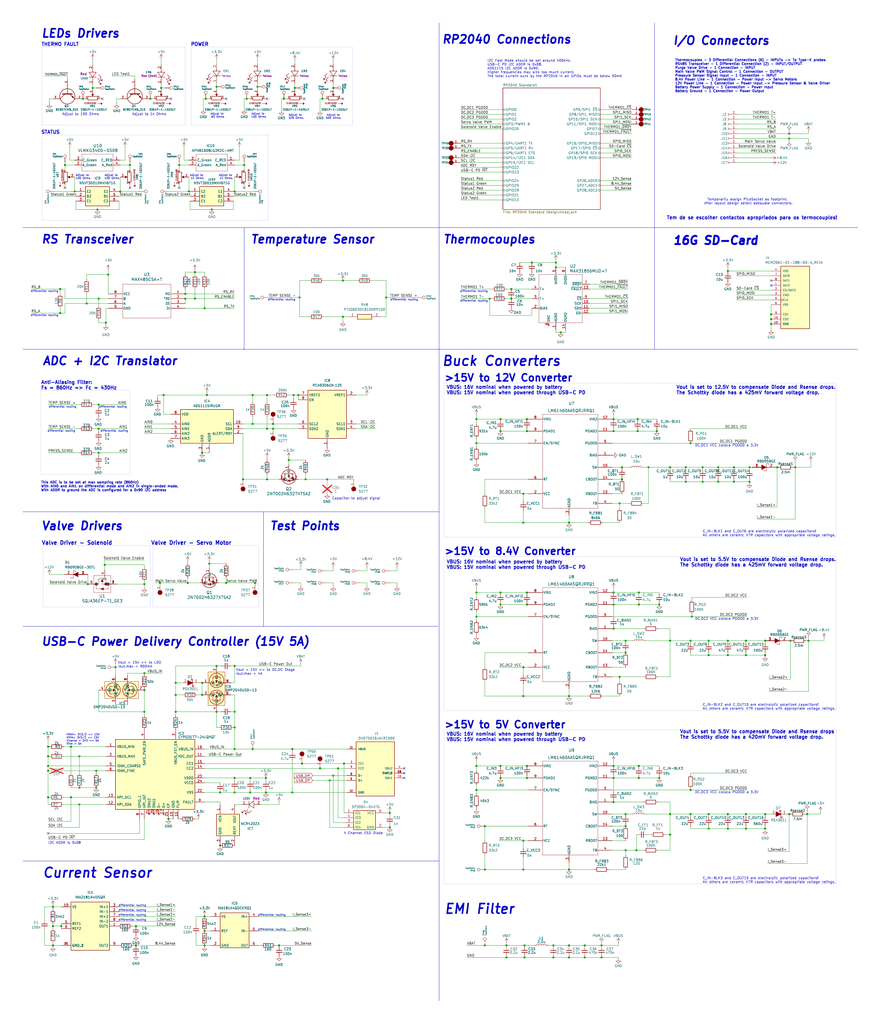
<source format=kicad_sch>
(kicad_sch (version 20250114) (generator "eeschema") (generator_version "9.0")
  (paper "User" 465 540)
  (title_block (title "Temperature & Valve Control System Dev") (date "2025-02-23") (rev "V3") (company "Porto Space Team") (comment 1 "Miguel Amorim") (comment 2 "Teresa Monteiro"))
  (rectangle (start 234.315 384.81) (end 441.325 466.09) (stroke (width 0) (type dot)))
  (rectangle (start 234.315 293.37) (end 441.325 374.65) (stroke (width 0) (type dot)))
  (rectangle (start 21.59 205.74) (end 68.58 250.19) (stroke (width 0) (type dot)))
  (rectangle (start 234.315 201.93) (end 441.325 283.21) (stroke (width 0) (type dot)))
  (rectangle (start 100.965 24.765) (end 186.055 66.04) (stroke (width 0) (type dot)))
  (rectangle (start 22.86 287.655) (end 79.375 320.04) (stroke (width 0) (type dot)))
  (rectangle (start 80.645 287.655) (end 136.525 320.04) (stroke (width 0) (type dot)))
  (rectangle (start 22.225 71.12) (end 141.605 116.205) (stroke (width 0) (type dot)))
  (rectangle (start 22.225 24.765) (end 97.79 66.04) (stroke (width 0) (type dot)))
  (text "Vout is set to 5.5V to compensate Diode and Rsense drops.\nThe Schottky diode has a 425mV forward voltage drop." (at 358.775 296.545 0) (effects (font (size 1.778 1.778) (thickness 0.3556) (bold yes)) (justify left)))
  (text "Temporarily assign PicoSocket as footprint. \nAfter layout design select adequate connectors.\n " (at 394.97 107.315 0) (effects (font (size 1.27 1.27))))
  (text "differential routing\n" (at 59.69 214.63 0) (effects (font (size 1.016 1.016))))
  (text "Anti-Aliasing Filter:\nFs = 860Hz => Fc = 430Hz" (at 21.59 203.2 0) (effects (font (size 1.778 1.778) (thickness 0.3556) (bold yes)) (justify left)))
  (text "LEDs Drivers" (at 21.59 17.78 0) (effects (font (size 4.318 4.318) (thickness 0.8636) (bold yes) (italic yes)) (justify left)))
  (text "differential routing\n" (at 32.385 227.33 0) (effects (font (size 1.016 1.016))))
  (text ">15V to 5V Converter" (at 234.315 382.27 0) (effects (font (size 3.81 3.81) (thickness 0.762) (bold yes)) (justify left)))
  (text "differential routing\n" (at 250.19 158.75 0) (effects (font (size 1.016 1.016))))
  (text "differential routing\n" (at 69.85 477.52 0) (effects (font (size 1.016 1.016))))
  (text "I2C Fast Mode should be set around 400kHz.\nUSB-C PD I2C ADDR is 0x08.\nADS1115 I2C ADDR is 0x90.\nHigher frequencies may sink too much current.\nThe total current sunk by the RP2040 in all GPIOs must be below 50mA" (at 257.175 36.195 0) (effects (font (size 1.27 1.27)) (justify left)))
  (text "DC.DC2 VCC coloca PGOOD a 3.3V\n" (at 383.54 326.39 0) (effects (font (size 1.27 1.27))))
  (text "POWER" (at 105.41 23.495 0) (effects (font (size 1.778 1.778) (thickness 0.3556) (bold yes))))
  (text "Thermocouples - 3 Differential Connections (6) - INPUTs -> To Type-K probes\nRS485 Transceiver - 1 Differential Connection (2) - INPUT/OUTPUT \nPurge Valve Drive - 1 Connection - INPUT\nMain Valve PWM Signal Control - 1 Connection - OUTPUT\nPressure Sensor Signal Input - 1 Connection - INPUT\n8.4V Power Line - 1 Connection - Power Input -> Servo Motors\n12V Power Line - 1 Connection - Power Input -> Pressure Sensor & Valve Driver\nBattery Power Supply - 1 Connection - Power Input\nBattery Ground - 1 Connection - Power Output" (at 356.235 40.005 0) (effects (font (size 1.27 1.27) (thickness 0.254) (bold yes)) (justify left)))
  (text "differential routing\n" (at 23.495 166.37 0) (effects (font (size 1.016 1.016))))
  (text "I2C ADDR is 0x08" (at 25.4 444.5 0) (effects (font (size 1.27 1.27)) (justify left)))
  (text "This ADC is to be set at max sampling rate (860Hz)\nWith AIN0 and AIN1 on differential mode and AIN2 in single-ended mode.\nWith ADDR to ground the ADC is configured for a 0x90 I2C address" (at 21.59 256.54 0) (effects (font (size 1.27 1.27) (thickness 0.254) (bold yes)) (justify left)))
  (text "differential routing\n" (at 33.02 214.63 0) (effects (font (size 1.016 1.016))))
  (text "Adjust to \n150 Ohms\n" (at 136.525 60.96 0) (effects (font (size 1.016 1.016))))
  (text "STATUS" (at 26.67 69.85 0) (effects (font (size 1.778 1.778) (thickness 0.3556) (bold yes))))
  (text "Vout is set to 5.5V to compensate Diode and Rsense drops\nThe Schottky diode has a 420mV forward voltage drop." (at 358.775 387.35 0) (effects (font (size 1.778 1.778) (thickness 0.3556) (bold yes)) (justify left)))
  (text "Adjust to \n1k Ohms\n" (at 119.38 93.345 0) (effects (font (size 1.016 1.016))))
  (text "Valve Driver - Solenoid" (at 40.64 286.385 0) (effects (font (size 2.032 2.032) (thickness 0.4064) (bold yes))))
  (text "differential routing\n" (at 213.36 158.115 0) (effects (font (size 1.016 1.016))))
  (text "differential routing\n" (at 148.59 158.115 0) (effects (font (size 1.016 1.016))))
  (text "Valve Driver - Servo Motor" (at 100.965 286.385 0) (effects (font (size 2.032 2.032) (thickness 0.4064) (bold yes))))
  (text "Adjust to\n500 Ohms\n" (at 175.895 61.595 0) (effects (font (size 1.016 1.016))))
  (text "Adjust to \n100 Ohms\n" (at 43.815 93.345 0) (effects (font (size 1.016 1.016))))
  (text "Adjust to \n100 Ohms\n" (at 59.055 93.345 0) (effects (font (size 1.016 1.016))))
  (text "Adjust to \n65 Ohms\n" (at 114.935 60.96 0) (effects (font (size 1.016 1.016))))
  (text "DC.DC1 VCC coloca PGOOD a 3.3V\n" (at 383.54 234.95 0) (effects (font (size 1.27 1.27))))
  (text "Valve Drivers" (at 21.59 277.495 0) (effects (font (size 4.318 4.318) (thickness 0.8636) (bold yes) (italic yes)) (justify left)))
  (text "differential routing\n" (at 69.85 480.06 0) (effects (font (size 1.016 1.016))))
  (text "Adjust to \n1k Ohms\n" (at 104.14 93.345 0) (effects (font (size 1.016 1.016))))
  (text "differential routing\n" (at 23.495 153.67 0) (effects (font (size 1.016 1.016))))
  (text "VBUS: 16V nominal when powered by battery\nVBUS: 15V nominal when powered through USB-C PD\n" (at 235.585 205.74 0) (effects (font (size 1.778 1.778) (thickness 0.3556) (bold yes)) (justify left)))
  (text "Vout = 15V => to LDO\nIout.max = 900mA" (at 62.23 350.52 0) (effects (font (size 1.27 1.27)) (justify left)))
  (text "Current Sensor\n" (at 22.225 460.375 0) (effects (font (size 5.08 5.08) (thickness 0.8636) (bold yes) (italic yes)) (justify left)))
  (text "RS Transceiver" (at 21.59 126.365 0) (effects (font (size 4.318 4.318) (thickness 0.8636) (bold yes) (italic yes)) (justify left)))
  (text "differential routing\n" (at 143.51 490.22 0) (effects (font (size 1.016 1.016))))
  (text ">15V to 12V Converter" (at 234.315 199.39 0) (effects (font (size 3.81 3.81) (thickness 0.762) (bold yes)) (justify left)))
  (text "C_IN-BLK3 and C_OUT15 are electrolytic polarized capacitors!\nAll others are ceramic X7R capacitors with appropriate voltage ratings." (at 370.84 464.185 0) (effects (font (size 1.27 1.27)) (justify left)))
  (text "VMAX= 3V3/2 => 15V\nVMIN= 3V3/2 => 15V\nICoarse = 3V3 => 5A\nIfine = 0A" (at 34.925 389.89 0) (effects (font (size 1.016 1.016)) (justify left)))
  (text "DC.DC3 VCC coloca PGOOD a 3.3V\n" (at 383.54 417.83 0) (effects (font (size 1.27 1.27))))
  (text "EMI Filter" (at 234.315 479.425 0) (effects (font (size 5.08 5.08) (thickness 0.8636) (bold yes) (italic yes)) (justify left)))
  (text "differential routing\n" (at 60.325 227.33 0) (effects (font (size 1.016 1.016))))
  (text "ADC + I2C Translator" (at 22.225 190.5 0) (effects (font (size 4.318 4.318) (thickness 0.8636) (bold yes) (italic yes)) (justify left)))
  (text "USB-C Power Delivery Controller (15V 5A)\n" (at 21.59 338.455 0) (effects (font (size 4.318 4.318) (thickness 0.8636) (bold yes) (italic yes)) (justify left)))
  (text "Tem de se escolher contactos apropriados para os termocouples!" (at 351.79 114.935 0) (effects (font (size 1.778 1.778) (thickness 0.3556) (bold yes)) (justify left)))
  (text "Capacitor to adjust signal" (at 175.26 262.89 0) (effects (font (size 1.27 1.27)) (justify left)))
  (text "differential routing\n" (at 69.85 485.14 0) (effects (font (size 1.016 1.016))))
  (text "C_IN-BLK1 and C_OUT6 are electrolytic polarized capacitors!\nAll others are ceramic X7R capacitors with appropriate voltage ratings." (at 370.84 281.305 0) (effects (font (size 1.27 1.27)) (justify left)))
  (text "4 Channel ESD Diode" (at 191.77 439.42 0) (effects (font (size 1.27 1.27))))
  (text "Vout = 15V => to DC.DC Stage\nIout.max = 4A" (at 124.46 354.33 0) (effects (font (size 1.27 1.27)) (justify left)))
  (text "VBUS: 16V nominal when powered by battery\nVBUS: 15V nominal when powered through USB-C PD\n" (at 235.585 388.62 0) (effects (font (size 1.778 1.778) (thickness 0.3556) (bold yes)) (justify left)))
  (text "Vout is set to 12.5V to compensate Diode and Rsense drops.\nThe Schottky diode has a 425mV forward voltage drop." (at 356.87 205.74 0) (effects (font (size 1.778 1.778) (thickness 0.3556) (bold yes)) (justify left)))
  (text "Adjust to 100 Ohms" (at 42.545 60.325 0) (effects (font (size 1.27 1.27))))
  (text "16G SD-Card" (at 354.965 127 0) (effects (font (size 4.318 4.318) (thickness 1.016) (bold yes) (italic yes)) (justify left)))
  (text "Thermocouples" (at 233.68 126.365 0) (effects (font (size 4.318 4.318) (thickness 0.8636) (bold yes) (italic yes)) (justify left)))
  (text "I/O Connectors" (at 354.965 21.59 0) (effects (font (size 4.318 4.318) (thickness 0.8636) (bold yes) (italic yes)) (justify left)))
  (text "Adjust to \n320 Ohms\n" (at 156.21 61.595 0) (effects (font (size 1.016 1.016))))
  (text "VBUS: 16V nominal when powered by battery\nVBUS: 15V nominal when powered through USB-C PD\n" (at 235.585 297.815 0) (effects (font (size 1.778 1.778) (thickness 0.3556) (bold yes)) (justify left)))
  (text ">15V to 8.4V Converter" (at 234.315 290.83 0) (effects (font (size 3.81 3.81) (thickness 0.762) (bold yes)) (justify left)))
  (text "RP2040 Connections" (at 233.045 20.955 0) (effects (font (size 4.318 4.318) (thickness 0.8636) (bold yes) (italic yes)) (justify left)))
  (text "Test Points" (at 142.24 277.495 0) (effects (font (size 4.318 4.318) (thickness 0.8636) (bold yes) (italic yes)) (justify left)))
  (text "differential routing\n" (at 143.51 482.6 0) (effects (font (size 1.016 1.016))))
  (text "Temperature Sensor" (at 132.08 126.365 0) (effects (font (size 4.318 4.318) (thickness 0.8636) (bold yes) (italic yes)) (justify left)))
  (text "Adjust to 1k Ohms" (at 78.74 60.325 0) (effects (font (size 1.27 1.27))))
  (text "THERMO FAULT" (at 31.75 23.495 0) (effects (font (size 1.778 1.778) (thickness 0.3556) (bold yes))))
  (text "Buck Converters" (at 233.045 190.5 0) (effects (font (size 5.08 5.08) (thickness 0.8636) (bold yes) (italic yes)) (justify left)))
  (text "C_IN-BLK2 and C_OUT10 are electrolytic polarized capacitors!\nAll others are ceramic X7R capacitors with appropriate voltage ratings." (at 370.84 372.745 0) (effects (font (size 1.27 1.27)) (justify left)))
  (text "differential routing\n" (at 250.19 153.67 0) (effects (font (size 1.016 1.016))))
  (text "differential routing\n" (at 69.85 482.6 0) (effects (font (size 1.016 1.016))))
  (junction (at 25.4 403.86))
  (junction (at 426.72 337.82))
  (junction (at 335.915 448.31))
  (junction (at 387.35 246.38))
  (junction (at 144.145 223.52))
  (junction (at 353.695 337.82))
  (junction (at 175.895 46.355))
  (junction (at 264.16 410.21))
  (junction (at 353.695 429.26))
  (junction (at 393.7 436.88))
  (junction (at 276.86 504.825))
  (junction (at 264.16 403.86))
  (junction (at 46.355 307.975))
  (junction (at 365.125 325.12))
  (junction (at 300.355 504.825))
  (junction (at 57.15 144.78))
  (junction (at 374.015 345.44))
  (junction (at 342.265 246.38))
  (junction (at 264.16 220.98))
  (junction (at 407.035 165.735))
  (junction (at 364.49 416.56))
  (junction (at 407.035 168.275))
  (junction (at 172.72 252.73))
  (junction (at 323.85 318.77))
  (junction (at 140.335 410.21))
  (junction (at 154.305 417.83))
  (junction (at 76.2 307.975))
  (junction (at 379.095 254))
  (junction (at 205.74 436.245))
  (junction (at 45.72 160.02))
  (junction (at 25.4 393.7))
  (junction (at 34.29 86.995))
  (junction (at 84.455 307.34))
  (junction (at 251.46 325.12))
  (junction (at 132.08 417.83))
  (junction (at 264.16 312.42))
  (junction (at 32.385 488.315))
  (junction (at 50.8 406.4))
  (junction (at 106.68 360.045))
  (junction (at 155.575 46.355))
  (junction (at 168.91 405.13))
  (junction (at 323.85 403.86))
  (junction (at 140.335 417.83))
  (junction (at 337.185 410.21))
  (junction (at 133.35 394.97))
  (junction (at 50.8 415.29))
  (junction (at 384.175 142.875))
  (junction (at 353.695 246.38))
  (junction (at 393.7 429.26))
  (junction (at 330.2 448.31))
  (junction (at 149.86 52.07))
  (junction (at 258.445 157.48))
  (junction (at 337.185 318.77))
  (junction (at 102.87 157.48))
  (junction (at 161.29 252.73))
  (junction (at 278.13 220.98))
  (junction (at 264.16 318.77))
  (junction (at 251.46 233.68))
  (junction (at 130.175 52.07))
  (junction (at 336.55 227.33))
  (junction (at 76.2 375.285))
  (junction (at 337.185 312.42))
  (junction (at 133.35 223.52))
  (junction (at 361.95 254))
  (junction (at 276.86 498.475))
  (junction (at 323.85 312.42))
  (junction (at 278.13 403.86))
  (junction (at 92.71 366.395))
  (junction (at 63.5 100.965))
  (junction (at 364.49 429.26))
  (junction (at 328.295 252.73))
  (junction (at 27.94 478.155))
  (junction (at 251.46 312.42))
  (junction (at 99.695 100.965))
  (junction (at 86.36 208.28))
  (junction (at 92.71 360.045))
  (junction (at 157.48 208.28))
  (junction (at 269.875 157.48))
  (junction (at 43.815 52.07))
  (junction (at 106.68 366.395))
  (junction (at 119.38 307.34))
  (junction (at 97.79 154.94))
  (junction (at 55.245 297.815))
  (junction (at 387.35 254))
  (junction (at 31.75 152.4))
  (junction (at 323.85 410.21))
  (junction (at 278.13 227.33))
  (junction (at 403.86 436.88))
  (junction (at 41.91 398.78))
  (junction (at 60.96 351.79))
  (junction (at 251.46 220.98))
  (junction (at 364.49 337.82))
  (junction (at 403.86 429.26))
  (junction (at 317.5 504.825))
  (junction (at 25.4 420.37))
  (junction (at 173.99 411.48))
  (junction (at 27.94 498.475))
  (junction (at 323.85 220.98))
  (junction (at 293.37 140.97))
  (junction (at 384.175 429.26))
  (junction (at 300.355 367.03))
  (junction (at 347.98 318.77))
  (junction (at 180.975 147.955))
  (junction (at 417.195 337.82))
  (junction (at 123.825 100.965))
  (junction (at 361.95 246.38))
  (junction (at 114.3 351.155))
  (junction (at 251.46 416.56))
  (junction (at 308.61 504.825))
  (junction (at 330.2 435.61))
  (junction (at 276.225 458.47))
  (junction (at 116.205 417.83))
  (junction (at 300.355 275.59))
  (junction (at 323.85 227.33))
  (junction (at 140.97 252.73))
  (junction (at 107.95 162.56))
  (junction (at 393.7 345.44))
  (junction (at 107.95 483.235))
  (junction (at 108.585 52.07))
  (junction (at 175.895 408.94))
  (junction (at 278.13 410.21))
  (junction (at 159.385 402.59))
  (junction (at 85.09 46.355))
  (junction (at 384.175 337.82))
  (junction (at 395.605 254))
  (junction (at 94.615 86.995))
  (junction (at 384.175 345.44))
  (junction (at 300.355 498.475))
  (junction (at 52.07 157.48))
  (junction (at 99.06 307.34))
  (junction (at 133.35 208.28))
  (junction (at 323.85 422.91))
  (junction (at 347.98 410.21))
  (junction (at 109.22 208.28))
  (junction (at 327.025 356.87))
  (junction (at 41.91 424.18))
  (junction (at 114.3 375.285))
  (junction (at 76.2 363.855))
  (junction (at 278.13 312.42))
  (junction (at 267.335 498.475))
  (junction (at 276.225 275.59))
  (junction (at 76.2 354.965))
  (junction (at 52.07 213.36))
  (junction (at 52.07 226.06))
  (junction (at 205.74 428.625))
  (junction (at 393.7 337.82))
  (junction (at 147.32 498.475))
  (junction (at 123.825 394.97))
  (junction (at 52.07 238.76))
  (junction (at 395.605 246.38))
  (junction (at 278.13 318.77))
  (junction (at 330.2 429.26))
  (junction (at 370.84 254))
  (junction (at 308.61 498.475))
  (junction (at 336.55 220.98))
  (junction (at 116.205 445.77))
  (junction (at 374.015 436.88))
  (junction (at 374.015 337.82))
  (junction (at 276.225 367.03))
  (junction (at 123.825 417.83))
  (junction (at 364.49 233.68))
  (junction (at 403.86 345.44))
  (junction (at 71.755 498.475))
  (junction (at 374.015 429.26))
  (junction (at 37.465 393.7))
  (junction (at 328.295 246.38))
  (junction (at 276.225 443.23))
  (junction (at 181.61 402.59))
  (junction (at 264.16 227.33))
  (junction (at 353.695 440.055))
  (junction (at 269.875 152.4))
  (junction (at 123.825 383.54))
  (junction (at 293.37 138.43))
  (junction (at 180.975 167.005))
  (junction (at 71.755 488.315))
  (junction (at 39.37 100.965))
  (junction (at 255.905 435.61))
  (junction (at 92.71 375.285))
  (junction (at 276.225 351.79))
  (junction (at 68.58 86.995))
  (junction (at 158.115 156.845))
  (junction (at 111.76 110.49))
  (junction (at 114.3 45.72))
  (junction (at 426.085 429.26))
  (junction (at 170.18 52.07))
  (junction (at 255.905 498.475))
  (junction (at 337.185 403.86))
  (junction (at 110.49 297.18))
  (junction (at 107.95 498.475))
  (junction (at 88.9 431.8))
  (junction (at 154.305 394.97))
  (junction (at 55.88 170.18))
  (junction (at 403.86 337.82))
  (junction (at 144.145 226.06))
  (junction (at 31.75 165.1))
  (junction (at 134.62 307.34))
  (junction (at 123.825 351.155))
  (junction (at 410.21 246.38))
  (junction (at 128.905 86.995))
  (junction (at 292.1 504.825))
  (junction (at 37.465 420.37))
  (junction (at 27.94 488.315))
  (junction (at 51.435 110.49))
  (junction (at 123.825 410.21))
  (junction (at 276.225 260.35))
  (junction (at 379.095 246.38))
  (junction (at 280.67 138.43))
  (junction (at 48.895 46.355))
  (junction (at 255.905 458.47))
  (junction (at 251.46 403.86))
  (junction (at 41.91 415.29))
  (junction (at 132.08 410.21))
  (junction (at 79.375 52.07))
  (junction (at 106.68 238.76))
  (junction (at 128.27 252.73))
  (junction (at 154.94 208.28))
  (junction (at 97.79 157.48))
  (junction (at 384.175 436.88))
  (junction (at 370.84 246.38))
  (junction (at 295.91 175.26))
  (junction (at 152.4 242.57))
  (junction (at 407.035 170.815))
  (junction (at 416.56 429.26))
  (junction (at 330.2 344.17))
  (junction (at 25.4 398.78))
  (junction (at 346.71 227.33))
  (junction (at 419.735 246.38))
  (junction (at 140.97 208.28))
  (junction (at 203.835 156.845))
  (junction (at 135.89 45.72))
  (junction (at 300.355 458.47))
  (junction (at 327.025 265.43))
  (junction (at 323.85 331.47))
  (junction (at 416.56 70.485))
  (junction (at 25.4 406.4))
  (junction (at 123.825 375.285))
  (junction (at 140.97 226.06))
  (junction (at 178.435 405.13))
  (junction (at 267.335 504.825))
  (junction (at 330.2 337.82))
  (junction (at 416.56 73.025))
  (junction (at 102.87 143.51))
  (junction (at 317.5 498.475))
  (junction (at 292.1 498.475))
  (junction (at 107.95 490.855))
  (no_connect (at 407.035 150.495))
  (no_connect (at 180.975 52.07))
  (no_connect (at 119.38 52.07))
  (no_connect (at 90.17 52.07))
  (no_connect (at 128.905 99.06))
  (no_connect (at 213.36 407.67))
  (no_connect (at 407.035 147.955))
  (no_connect (at 68.58 99.06))
  (no_connect (at 140.97 52.07))
  (no_connect (at 213.36 410.21))
  (no_connect (at 25.4 439.42))
  (no_connect (at 213.36 405.13))
  (no_connect (at 34.29 99.06))
  (no_connect (at 94.615 99.06))
  (no_connect (at 160.655 52.07))
  (no_connect (at 53.975 52.07))
  (wire (pts (xy 246.38 498.475) (xy 255.905 498.475)))
  (wire (pts (xy 388.62 145.415) (xy 407.035 145.415)))
  (wire (pts (xy 327.025 359.41) (xy 327.025 356.87)))
  (wire (pts (xy 123.825 351.155) (xy 158.75 351.155)))
  (wire (pts (xy 140.97 252.73) (xy 147.32 252.73)))
  (wire (pts (xy 323.85 410.21) (xy 323.215 410.21)))
  (wire (pts (xy 123.19 100.965) (xy 123.825 100.965)))
  (wire (pts (xy 128.27 228.6) (xy 128.27 252.73)))
  (wire (pts (xy 264.16 409.575) (xy 264.16 410.21)))
  (wire (pts (xy 37.465 393.7) (xy 37.465 407.67)))
  (wire (pts (xy 251.46 312.42) (xy 264.16 312.42)))
  (wire (pts (xy 389.255 65.405) (xy 409.575 65.405)))
  (wire (pts (xy 27.94 478.155) (xy 27.94 479.425)))
  (wire (pts (xy 251.46 233.68) (xy 251.46 231.14)))
  (wire (pts (xy 67.31 354.965) (xy 67.31 356.235)))
  (wire (pts (xy 45.72 144.78) (xy 57.15 144.78)))
  (wire (pts (xy 172.72 252.73) (xy 186.69 252.73)))
  (wire (pts (xy 181.61 431.165) (xy 178.435 431.165)))
  (wire (pts (xy 370.84 254) (xy 379.095 254)))
  (polyline (pts (xy 12.065 184.15) (xy 230.505 184.15)))
  (wire (pts (xy 416.56 70.485) (xy 426.72 70.485)))
  (wire (pts (xy 203.2 428.625) (xy 205.74 428.625)))
  (wire (pts (xy 205.74 436.245) (xy 203.2 436.245)))
  (wire (pts (xy 57.15 157.48) (xy 52.07 157.48)))
  (wire (pts (xy 33.655 424.18) (xy 41.91 424.18)))
  (wire (pts (xy 264.16 403.86) (xy 264.16 404.495)))
  (wire (pts (xy 251.46 334.645) (xy 251.46 335.28)))
  (wire (pts (xy 49.53 226.06) (xy 52.07 226.06)))
  (wire (pts (xy 293.37 140.97) (xy 298.45 140.97)))
  (wire (pts (xy 300.355 504.825) (xy 308.61 504.825)))
  (wire (pts (xy 123.825 360.045) (xy 123.825 351.155)))
  (wire (pts (xy 434.975 336.55) (xy 434.975 337.82)))
  (wire (pts (xy 123.825 351.155) (xy 121.92 351.155)))
  (wire (pts (xy 323.85 331.47) (xy 339.725 331.47)))
  (wire (pts (xy 323.215 356.87) (xy 327.025 356.87)))
  (wire (pts (xy 243.205 105.41) (xy 265.43 105.41)))
  (wire (pts (xy 278.765 312.42) (xy 278.13 312.42)))
  (wire (pts (xy 267.335 498.475) (xy 267.335 499.11)))
  (wire (pts (xy 16.51 165.1) (xy 31.75 165.1)))
  (wire (pts (xy 280.67 162.56) (xy 280.67 166.37)))
  (wire (pts (xy 203.835 156.845) (xy 203.835 167.005)))
  (wire (pts (xy 337.185 403.86) (xy 337.185 404.495)))
  (wire (pts (xy 178.435 431.165) (xy 178.435 405.13)))
  (wire (pts (xy 76.2 228.6) (xy 90.17 228.6)))
  (wire (pts (xy 36.83 84.455) (xy 39.37 84.455)))
  (wire (pts (xy 300.355 367.03) (xy 310.515 367.03)))
  (wire (pts (xy 106.68 366.395) (xy 104.14 366.395)))
  (wire (pts (xy 267.335 152.4) (xy 269.875 152.4)))
  (wire (pts (xy 374.015 429.26) (xy 384.175 429.26)))
  (wire (pts (xy 25.4 398.78) (xy 25.4 403.86)))
  (wire (pts (xy 293.37 138.43) (xy 293.37 140.97)))
  (wire (pts (xy 278.13 408.94) (xy 278.13 410.21)))
  (wire (pts (xy 292.1 504.825) (xy 300.355 504.825)))
  (wire (pts (xy 251.46 403.86) (xy 264.16 403.86)))
  (wire (pts (xy 84.455 307.34) (xy 99.06 307.34)))
  (wire (pts (xy 33.655 393.7) (xy 37.465 393.7)))
  (wire (pts (xy 106.68 238.76) (xy 110.49 238.76)))
  (wire (pts (xy 323.215 246.38) (xy 328.295 246.38)))
  (polyline (pts (xy 128.905 120.015) (xy 128.905 184.15)))
  (wire (pts (xy 347.345 331.47) (xy 353.695 331.47)))
  (wire (pts (xy 57.15 162.56) (xy 55.88 162.56)))
  (wire (pts (xy 34.29 160.02) (xy 34.29 165.1)))
  (wire (pts (xy 416.56 69.215) (xy 416.56 70.485)))
  (wire (pts (xy 393.7 435.61) (xy 393.7 436.88)))
  (wire (pts (xy 374.015 344.17) (xy 374.015 345.44)))
  (wire (pts (xy 293.37 173.99) (xy 293.37 175.26)))
  (wire (pts (xy 251.46 309.88) (xy 251.46 312.42)))
  (wire (pts (xy 407.035 170.815) (xy 407.035 168.275)))
  (wire (pts (xy 69.85 488.315) (xy 71.755 488.315)))
  (wire (pts (xy 94.615 85.725) (xy 94.615 86.995)))
  (wire (pts (xy 292.1 498.475) (xy 292.1 499.11)))
  (wire (pts (xy 68.58 85.725) (xy 68.58 86.995)))
  (wire (pts (xy 34.29 152.4) (xy 31.75 152.4)))
  (wire (pts (xy 276.86 504.19) (xy 276.86 504.825)))
  (wire (pts (xy 26.035 307.975) (xy 46.355 307.975)))
  (wire (pts (xy 333.375 62.865) (xy 316.865 62.865)))
  (wire (pts (xy 426.085 429.26) (xy 426.085 455.295)))
  (wire (pts (xy 269.875 152.4) (xy 280.67 152.4)))
  (wire (pts (xy 23.495 478.155) (xy 27.94 478.155)))
  (wire (pts (xy 308.61 504.19) (xy 308.61 504.825)))
  (polyline (pts (xy 231.14 120.015) (xy 452.755 120.015)))
  (wire (pts (xy 170.18 52.07) (xy 172.085 52.07)))
  (wire (pts (xy 154.94 300.355) (xy 158.75 300.355)))
  (wire (pts (xy 55.88 162.56) (xy 55.88 170.18)))
  (wire (pts (xy 389.255 78.105) (xy 409.575 78.105)))
  (wire (pts (xy 323.85 401.32) (xy 323.85 403.86)))
  (wire (pts (xy 347.98 312.42) (xy 347.98 313.055)))
  (wire (pts (xy 251.46 426.085) (xy 251.46 426.72)))
  (wire (pts (xy 136.525 498.475) (xy 137.795 498.475)))
  (wire (pts (xy 36.83 77.47) (xy 36.83 84.455)))
  (wire (pts (xy 387.35 246.38) (xy 395.605 246.38)))
  (wire (pts (xy 128.905 86.995) (xy 123.825 86.995)))
  (wire (pts (xy 144.145 226.06) (xy 157.48 226.06)))
  (wire (pts (xy 175.895 433.705) (xy 175.895 408.94)))
  (wire (pts (xy 158.115 147.955) (xy 163.195 147.955)))
  (wire (pts (xy 57.15 160.02) (xy 45.72 160.02)))
  (wire (pts (xy 135.89 45.72) (xy 135.89 46.99)))
  (wire (pts (xy 353.695 252.73) (xy 353.695 254)))
  (wire (pts (xy 289.56 498.475) (xy 292.1 498.475)))
  (wire (pts (xy 158.75 349.885) (xy 158.75 351.155)))
  (wire (pts (xy 106.68 360.045) (xy 105.41 360.045)))
  (wire (pts (xy 25.4 439.42) (xy 73.66 439.42)))
  (wire (pts (xy 119.38 307.34) (xy 134.62 307.34)))
  (wire (pts (xy 40.005 106.045) (xy 40.005 110.49)))
  (wire (pts (xy 25.4 406.4) (xy 25.4 420.37)))
  (wire (pts (xy 403.86 436.88) (xy 403.86 437.515)))
  (wire (pts (xy 265.43 97.79) (xy 243.205 97.79)))
  (wire (pts (xy 93.98 431.8) (xy 95.25 431.8)))
  (wire (pts (xy 154.305 396.24) (xy 154.305 394.97)))
  (wire (pts (xy 121.92 360.045) (xy 123.825 360.045)))
  (wire (pts (xy 140.335 410.21) (xy 140.335 411.48)))
  (wire (pts (xy 86.36 208.28) (xy 86.36 218.44)))
  (wire (pts (xy 57.15 144.78) (xy 57.15 154.94)))
  (wire (pts (xy 76.2 375.285) (xy 76.2 377.19)))
  (wire (pts (xy 389.255 80.645) (xy 409.575 80.645)))
  (wire (pts (xy 55.88 170.18) (xy 55.88 171.45)))
  (wire (pts (xy 43.815 52.07) (xy 45.085 52.07)))
  (wire (pts (xy 323.85 408.94) (xy 323.85 410.21)))
  (wire (pts (xy 168.91 52.07) (xy 170.18 52.07)))
  (wire (pts (xy 86.36 208.28) (xy 109.22 208.28)))
  (wire (pts (xy 255.905 252.73) (xy 278.765 252.73)))
  (wire (pts (xy 123.825 394.97) (xy 133.35 394.97)))
  (wire (pts (xy 63.5 93.345) (xy 63.5 100.965)))
  (wire (pts (xy 323.215 312.42) (xy 323.85 312.42)))
  (wire (pts (xy 187.96 223.52) (xy 198.12 223.52)))
  (wire (pts (xy 102.87 157.48) (xy 97.79 157.48)))
  (wire (pts (xy 123.825 416.56) (xy 123.825 417.83)))
  (wire (pts (xy 330.2 429.26) (xy 333.375 429.26)))
  (wire (pts (xy 276.86 504.825) (xy 292.1 504.825)))
  (wire (pts (xy 265.43 83.185) (xy 243.205 83.185)))
  (wire (pts (xy 364.49 337.82) (xy 374.015 337.82)))
  (wire (pts (xy 333.375 80.645) (xy 316.865 80.645)))
  (wire (pts (xy 267.335 504.19) (xy 267.335 504.825)))
  (wire (pts (xy 389.255 67.945) (xy 409.575 67.945)))
  (wire (pts (xy 333.375 78.105) (xy 316.865 78.105)))
  (wire (pts (xy 264.16 410.21) (xy 278.13 410.21)))
  (wire (pts (xy 347.345 422.91) (xy 353.695 422.91)))
  (wire (pts (xy 158.115 156.845) (xy 141.605 156.845)))
  (wire (pts (xy 107.95 405.13) (xy 168.91 405.13)))
  (wire (pts (xy 168.91 52.07) (xy 168.91 58.42)))
  (wire (pts (xy 379.095 252.73) (xy 379.095 254)))
  (wire (pts (xy 123.825 424.18) (xy 127.635 424.18)))
  (wire (pts (xy 107.95 402.59) (xy 159.385 402.59)))
  (wire (pts (xy 351.155 440.055) (xy 353.695 440.055)))
  (wire (pts (xy 76.2 363.22) (xy 76.2 363.855)))
  (wire (pts (xy 37.465 420.37) (xy 55.88 420.37)))
  (wire (pts (xy 346.71 220.98) (xy 346.71 221.615)))
  (wire (pts (xy 116.205 422.91) (xy 116.205 424.18)))
  (wire (pts (xy 154.305 394.97) (xy 182.88 394.97)))
  (wire (pts (xy 115.57 307.34) (xy 119.38 307.34)))
  (wire (pts (xy 331.47 157.48) (xy 311.15 157.48)))
  (wire (pts (xy 280.67 138.43) (xy 293.37 138.43)))
  (wire (pts (xy 76.2 297.815) (xy 76.2 299.085)))
  (wire (pts (xy 276.86 498.475) (xy 276.86 499.11)))
  (wire (pts (xy 123.825 383.54) (xy 123.825 394.97)))
  (wire (pts (xy 123.825 375.285) (xy 123.825 383.54)))
  (wire (pts (xy 426.085 429.26) (xy 433.07 429.26)))
  (wire (pts (xy 62.865 100.965) (xy 63.5 100.965)))
  (wire (pts (xy 263.525 260.35) (xy 276.225 260.35)))
  (wire (pts (xy 116.205 417.83) (xy 123.825 417.83)))
  (wire (pts (xy 52.07 213.36) (xy 52.07 214.63)))
  (wire (pts (xy 62.865 480.695) (xy 92.71 480.695)))
  (wire (pts (xy 364.49 226.06) (xy 394.335 226.06)))
  (wire (pts (xy 387.35 252.73) (xy 387.35 254)))
  (wire (pts (xy 107.315 52.07) (xy 107.315 57.785)))
  (wire (pts (xy 103.505 487.68) (xy 103.505 483.235)))
  (wire (pts (xy 23.495 40.005) (xy 35.56 40.005)))
  (wire (pts (xy 25.4 420.37) (xy 26.035 420.37)))
  (wire (pts (xy 347.345 448.31) (xy 353.695 448.31)))
  (wire (pts (xy 83.185 208.28) (xy 86.36 208.28)))
  (wire (pts (xy 326.39 497.205) (xy 326.39 498.475)))
  (wire (pts (xy 269.875 157.48) (xy 280.67 157.48)))
  (wire (pts (xy 316.865 100.33) (xy 333.375 100.33)))
  (wire (pts (xy 265.43 60.325) (xy 243.205 60.325)))
  (wire (pts (xy 99.06 304.8) (xy 99.06 307.34)))
  (wire (pts (xy 243.205 152.4) (xy 259.715 152.4)))
  (wire (pts (xy 337.185 312.42) (xy 347.98 312.42)))
  (wire (pts (xy 243.205 100.33) (xy 265.43 100.33)))
  (wire (pts (xy 243.205 88.265) (xy 265.43 88.265)))
  (wire (pts (xy 180.975 167.005) (xy 180.975 169.545)))
  (wire (pts (xy 278.13 227.33) (xy 278.765 227.33)))
  (wire (pts (xy 395.605 254) (xy 395.605 254.635)))
  (wire (pts (xy 41.91 424.18) (xy 55.88 424.18)))
  (wire (pts (xy 387.35 246.38) (xy 387.35 247.65)))
  (wire (pts (xy 395.605 246.38) (xy 395.605 247.65)))
  (wire (pts (xy 106.68 366.395) (xy 106.68 360.045)))
  (wire (pts (xy 67.31 354.965) (xy 76.2 354.965)))
  (polyline (pts (xy 12.065 120.015) (xy 231.14 120.015)))
  (wire (pts (xy 90.17 52.07) (xy 88.9 52.07)))
  (wire (pts (xy 410.21 246.38) (xy 410.845 246.38)))
  (wire (pts (xy 102.87 143.51) (xy 102.87 144.78)))
  (wire (pts (xy 136.525 490.855) (xy 164.465 490.855)))
  (wire (pts (xy 48.895 46.355) (xy 50.8 46.355)))
  (wire (pts (xy 340.995 429.26) (xy 353.695 429.26)))
  (wire (pts (xy 154.94 208.28) (xy 154.94 210.185)))
  (wire (pts (xy 114.3 45.72) (xy 114.3 46.99)))
  (wire (pts (xy 70.485 498.475) (xy 71.755 498.475)))
  (wire (pts (xy 134.62 307.34) (xy 135.89 307.34)))
  (wire (pts (xy 384.175 436.88) (xy 393.7 436.88)))
  (wire (pts (xy 405.765 364.49) (xy 426.72 364.49)))
  (wire (pts (xy 31.75 162.56) (xy 31.75 165.1)))
  (wire (pts (xy 145.415 498.475) (xy 147.32 498.475)))
  (wire (pts (xy 189.865 300.99) (xy 193.675 300.99)))
  (wire (pts (xy 416.56 429.26) (xy 417.195 429.26)))
  (wire (pts (xy 265.43 75.565) (xy 243.205 75.565)))
  (wire (pts (xy 154.94 208.28) (xy 157.48 208.28)))
  (wire (pts (xy 251.46 416.56) (xy 251.46 414.02)))
  (wire (pts (xy 407.035 160.655) (xy 407.035 165.735)))
  (wire (pts (xy 148.59 52.07) (xy 149.86 52.07)))
  (wire (pts (xy 34.29 86.995) (xy 39.37 86.995)))
  (wire (pts (xy 92.71 360.045) (xy 92.71 351.155)))
  (wire (pts (xy 53.975 52.07) (xy 52.705 52.07)))
  (wire (pts (xy 278.765 416.56) (xy 251.46 416.56)))
  (wire (pts (xy 26.67 103.505) (xy 40.005 103.505)))
  (wire (pts (xy 323.215 252.73) (xy 328.295 252.73)))
  (wire (pts (xy 175.895 299.085) (xy 175.895 300.99)))
  (wire (pts (xy 426.72 335.915) (xy 426.72 337.82)))
  (wire (pts (xy 263.525 351.79) (xy 276.225 351.79)))
  (wire (pts (xy 32.385 488.315) (xy 32.385 489.585)))
  (wire (pts (xy 278.13 318.135) (xy 278.13 318.77)))
  (wire (pts (xy 336.55 227.33) (xy 323.85 227.33)))
  (wire (pts (xy 333.375 70.485) (xy 316.865 70.485)))
  (wire (pts (xy 61.595 307.975) (xy 76.2 307.975)))
  (wire (pts (xy 251.46 325.12) (xy 251.46 327.025)))
  (wire (pts (xy 155.575 43.815) (xy 155.575 46.355)))
  (wire (pts (xy 76.2 354.965) (xy 85.725 354.965)))
  (wire (pts (xy 251.46 220.98) (xy 251.46 223.52)))
  (wire (pts (xy 379.095 246.38) (xy 379.095 247.65)))
  (wire (pts (xy 417.195 337.82) (xy 417.195 358.14)))
  (wire (pts (xy 323.215 429.26) (xy 330.2 429.26)))
  (wire (pts (xy 25.4 393.7) (xy 26.035 393.7)))
  (wire (pts (xy 365.125 323.85) (xy 365.125 325.12)))
  (wire (pts (xy 323.85 422.91) (xy 339.725 422.91)))
  (wire (pts (xy 255.905 351.79) (xy 255.905 344.17)))
  (wire (pts (xy 323.215 220.98) (xy 323.85 220.98)))
  (wire (pts (xy 107.95 499.11) (xy 107.95 498.475)))
  (wire (pts (xy 333.375 67.945) (xy 316.865 67.945)))
  (wire (pts (xy 71.755 488.315) (xy 92.71 488.315)))
  (wire (pts (xy 323.215 351.79) (xy 330.2 351.79)))
  (wire (pts (xy 416.56 337.82) (xy 417.195 337.82)))
  (wire (pts (xy 278.765 220.98) (xy 278.13 220.98)))
  (wire (pts (xy 123.825 366.395) (xy 121.92 366.395)))
  (wire (pts (xy 175.895 46.355) (xy 175.895 46.99)))
  (wire (pts (xy 339.725 246.38) (xy 342.265 246.38)))
  (wire (pts (xy 280.67 166.37) (xy 258.445 166.37)))
  (wire (pts (xy 52.07 170.18) (xy 52.07 168.91)))
  (wire (pts (xy 123.825 100.965) (xy 133.985 100.965)))
  (wire (pts (xy 316.865 95.25) (xy 333.375 95.25)))
  (wire (pts (xy 393.7 429.26) (xy 393.7 430.53)))
  (wire (pts (xy 295.91 175.26) (xy 298.45 175.26)))
  (wire (pts (xy 175.895 408.94) (xy 182.88 408.94)))
  (wire (pts (xy 331.47 160.02) (xy 311.15 160.02)))
  (wire (pts (xy 158.115 147.955) (xy 158.115 156.845)))
  (polyline (pts (xy 230.505 184.15) (xy 452.755 184.15)))
  (wire (pts (xy 384.175 429.26) (xy 384.175 430.53)))
  (wire (pts (xy 265.43 95.25) (xy 243.205 95.25)))
  (wire (pts (xy 323.215 233.68) (xy 364.49 233.68)))
  (wire (pts (xy 298.45 173.99) (xy 298.45 175.26)))
  (wire (pts (xy 393.7 344.17) (xy 393.7 345.44)))
  (wire (pts (xy 255.905 260.35) (xy 255.905 252.73)))
  (wire (pts (xy 353.695 337.82) (xy 364.49 337.82)))
  (wire (pts (xy 265.43 90.805) (xy 243.205 90.805)))
  (wire (pts (xy 103.505 492.76) (xy 103.505 498.475)))
  (wire (pts (xy 55.245 297.815) (xy 55.245 300.355)))
  (wire (pts (xy 63.5 84.455) (xy 66.04 84.455)))
  (wire (pts (xy 364.49 345.44) (xy 364.49 344.17)))
  (wire (pts (xy 76.2 363.855) (xy 76.2 375.285)))
  (wire (pts (xy 317.5 497.205) (xy 317.5 498.475)))
  (wire (pts (xy 123.825 410.21) (xy 132.08 410.21)))
  (wire (pts (xy 107.95 410.21) (xy 123.825 410.21)))
  (wire (pts (xy 107.95 483.235) (xy 111.125 483.235)))
  (wire (pts (xy 403.86 436.88) (xy 403.86 435.61)))
  (wire (pts (xy 342.265 265.43) (xy 339.725 265.43)))
  (wire (pts (xy 384.175 142.875) (xy 384.175 143.51)))
  (wire (pts (xy 353.695 254) (xy 361.95 254)))
  (wire (pts (xy 76.2 226.06) (xy 90.17 226.06)))
  (wire (pts (xy 27.94 488.315) (xy 32.385 488.315)))
  (wire (pts (xy 51.435 110.49) (xy 62.865 110.49)))
  (wire (pts (xy 364.49 416.56) (xy 394.335 416.56)))
  (wire (pts (xy 300.355 498.475) (xy 308.61 498.475)))
  (wire (pts (xy 328.295 246.38) (xy 332.105 246.38)))
  (wire (pts (xy 276.225 458.47) (xy 300.355 458.47)))
  (wire (pts (xy 123.825 84.455) (xy 126.365 84.455)))
  (wire (pts (xy 264.16 312.42) (xy 264.16 313.055)))
  (wire (pts (xy 426.72 73.025) (xy 426.72 74.295)))
  (wire (pts (xy 353.695 246.38) (xy 353.695 247.65)))
  (wire (pts (xy 61.595 54.61) (xy 61.595 52.07)))
  (wire (pts (xy 154.305 401.32) (xy 154.305 417.83)))
  (wire (pts (xy 25.4 406.4) (xy 26.035 406.4)))
  (wire (pts (xy 62.865 110.49) (xy 62.865 106.045)))
  (wire (pts (xy 353.695 331.47) (xy 353.695 337.82)))
  (wire (pts (xy 100.33 110.49) (xy 111.76 110.49)))
  (wire (pts (xy 25.4 436.245) (xy 41.91 436.245)))
  (wire (pts (xy 123.825 417.83) (xy 132.08 417.83)))
  (wire (pts (xy 193.675 307.34) (xy 193.675 309.245)))
  (wire (pts (xy 389.255 73.025) (xy 416.56 73.025)))
  (wire (pts (xy 25.4 403.86) (xy 55.88 403.86)))
  (wire (pts (xy 264.16 226.695) (xy 264.16 227.33)))
  (wire (pts (xy 405.765 358.14) (xy 417.195 358.14)))
  (wire (pts (xy 25.4 433.07) (xy 37.465 433.07)))
  (polyline (pts (xy 345.44 12.065) (xy 345.44 184.15)))
  (wire (pts (xy 403.86 345.44) (xy 403.86 346.075)))
  (wire (pts (xy 276.225 447.04) (xy 276.225 443.23)))
  (wire (pts (xy 144.145 223.52) (xy 157.48 223.52)))
  (wire (pts (xy 25.4 424.18) (xy 25.4 420.37)))
  (wire (pts (xy 147.32 499.11) (xy 147.32 498.475)))
  (wire (pts (xy 94.615 86.995) (xy 94.615 89.535)))
  (wire (pts (xy 267.335 157.48) (xy 269.875 157.48)))
  (wire (pts (xy 292.1 504.19) (xy 292.1 504.825)))
  (wire (pts (xy 317.5 504.825) (xy 326.39 504.825)))
  (wire (pts (xy 25.4 403.86) (xy 25.4 406.4)))
  (wire (pts (xy 337.185 318.135) (xy 337.185 318.77)))
  (wire (pts (xy 265.43 85.725) (xy 243.205 85.725)))
  (wire (pts (xy 132.08 416.56) (xy 132.08 417.83)))
  (wire (pts (xy 323.215 260.35) (xy 328.295 260.35)))
  (wire (pts (xy 66.04 77.47) (xy 66.04 84.455)))
  (wire (pts (xy 140.97 250.19) (xy 140.97 252.73)))
  (wire (pts (xy 25.4 393.7) (xy 25.4 398.78)))
  (wire (pts (xy 123.19 110.49) (xy 123.19 106.045)))
  (wire (pts (xy 155.575 46.355) (xy 155.575 46.99)))
  (wire (pts (xy 102.87 143.51) (xy 102.87 142.24)))
  (wire (pts (xy 364.49 429.26) (xy 364.49 430.53)))
  (wire (pts (xy 316.865 97.79) (xy 333.375 97.79)))
  (polyline (pts (xy 12.065 454.025) (xy 231.775 454.025)))
  (wire (pts (xy 34.29 86.995) (xy 34.29 89.535)))
  (wire (pts (xy 52.07 238.76) (xy 67.31 238.76)))
  (wire (pts (xy 79.375 52.07) (xy 81.28 52.07)))
  (wire (pts (xy 255.905 275.59) (xy 276.225 275.59)))
  (wire (pts (xy 205.74 428.625) (xy 205.74 429.895)))
  (wire (pts (xy 68.58 86.995) (xy 63.5 86.995)))
  (wire (pts (xy 27.94 478.155) (xy 32.385 478.155)))
  (wire (pts (xy 96.52 360.045) (xy 92.71 360.045)))
  (wire (pts (xy 88.9 431.8) (xy 91.44 431.8)))
  (wire (pts (xy 43.18 52.07) (xy 43.815 52.07)))
  (wire (pts (xy 76.2 431.8) (xy 76.2 442.595)))
  (wire (pts (xy 96.52 366.395) (xy 92.71 366.395)))
  (wire (pts (xy 94.615 97.155) (xy 94.615 99.06)))
  (wire (pts (xy 33.655 406.4) (xy 50.8 406.4)))
  (wire (pts (xy 148.59 52.07) (xy 148.59 58.42)))
  (wire (pts (xy 389.255 85.725) (xy 407.035 85.725)))
  (wire (pts (xy 323.85 318.77) (xy 323.215 318.77)))
  (wire (pts (xy 403.86 337.82) (xy 403.86 339.09)))
  (wire (pts (xy 353.695 337.82) (xy 353.695 356.87)))
  (wire (pts (xy 417.195 337.82) (xy 417.83 337.82)))
  (wire (pts (xy 107.95 417.83) (xy 116.205 417.83)))
  (wire (pts (xy 318.135 275.59) (xy 327.025 275.59)))
  (wire (pts (xy 327.025 265.43) (xy 332.105 265.43)))
  (wire (pts (xy 32.385 487.045) (xy 32.385 488.315)))
  (wire (pts (xy 267.335 497.205) (xy 267.335 498.475)))
  (wire (pts (xy 41.91 398.78) (xy 41.91 407.67)))
  (wire (pts (xy 133.35 219.71) (xy 133.35 223.52)))
  (wire (pts (xy 170.815 167.005) (xy 180.975 167.005)))
  (wire (pts (xy 251.46 220.98) (xy 264.16 220.98)))
  (wire (pts (xy 123.825 157.48) (xy 102.87 157.48)))
  (wire (pts (xy 161.29 250.19) (xy 161.29 252.73)))
  (wire (pts (xy 76.2 375.285) (xy 52.07 375.285)))
  (wire (pts (xy 384.175 140.97) (xy 384.175 142.875)))
  (wire (pts (xy 308.61 504.825) (xy 317.5 504.825)))
  (wire (pts (xy 258.445 157.48) (xy 259.715 157.48)))
  (wire (pts (xy 155.575 31.75) (xy 155.575 33.655)))
  (wire (pts (xy 364.49 345.44) (xy 374.015 345.44)))
  (wire (pts (xy 34.29 165.1) (xy 31.75 165.1)))
  (wire (pts (xy 264.16 220.98) (xy 278.13 220.98)))
  (wire (pts (xy 331.47 149.86) (xy 311.15 149.86)))
  (wire (pts (xy 251.46 401.32) (xy 251.46 403.86)))
  (wire (pts (xy 34.29 85.725) (xy 34.29 86.995)))
  (wire (pts (xy 50.8 406.4) (xy 50.8 407.67)))
  (wire (pts (xy 353.695 429.26) (xy 353.695 440.055)))
  (wire (pts (xy 49.53 213.36) (xy 52.07 213.36)))
  (wire (pts (xy 370.84 246.38) (xy 370.84 247.65)))
  (wire (pts (xy 243.205 80.645) (xy 265.43 80.645)))
  (wire (pts (xy 323.215 443.23) (xy 330.2 443.23)))
  (wire (pts (xy 62.865 478.155) (xy 92.71 478.155)))
  (wire (pts (xy 300.355 458.47) (xy 300.355 454.66)))
  (wire (pts (xy 384.175 435.61) (xy 384.175 436.88)))
  (wire (pts (xy 419.735 246.38) (xy 427.99 246.38)))
  (wire (pts (xy 364.49 337.82) (xy 364.49 339.09)))
  (polyline (pts (xy 12.065 269.875) (xy 231.775 269.875)))
  (wire (pts (xy 407.035 170.815) (xy 407.035 173.99)))
  (wire (pts (xy 276.225 275.59) (xy 300.355 275.59)))
  (wire (pts (xy 100.33 106.045) (xy 100.33 110.49)))
  (wire (pts (xy 52.07 157.48) (xy 52.07 161.29)))
  (wire (pts (xy 300.355 367.03) (xy 300.355 363.22)))
  (wire (pts (xy 27.94 477.52) (xy 27.94 478.155)))
  (wire (pts (xy 347.98 403.86) (xy 347.98 404.495)))
  (wire (pts (xy 123.825 93.345) (xy 123.825 100.965)))
  (wire (pts (xy 353.695 422.91) (xy 353.695 429.26)))
  (wire (pts (xy 114.3 31.115) (xy 114.3 33.655)))
  (wire (pts (xy 59.055 40.005) (xy 71.12 40.005)))
  (wire (pts (xy 25.4 390.525) (xy 25.4 393.7)))
  (wire (pts (xy 255.905 344.17) (xy 278.765 344.17)))
  (wire (pts (xy 264.16 318.77) (xy 278.13 318.77)))
  (wire (pts (xy 187.96 208.28) (xy 193.675 208.28)))
  (wire (pts (xy 409.575 246.38) (xy 410.21 246.38)))
  (wire (pts (xy 154.305 417.83) (xy 182.88 417.83)))
  (wire (pts (xy 399.415 273.685) (xy 419.735 273.685)))
  (wire (pts (xy 209.55 307.34) (xy 205.74 307.34)))
  (wire (pts (xy 323.215 422.91) (xy 323.85 422.91)))
  (wire (pts (xy 128.27 223.52) (xy 133.35 223.52)))
  (wire (pts (xy 116.84 375.285) (xy 114.3 375.285)))
  (wire (pts (xy 57.15 142.24) (xy 57.15 144.78)))
  (wire (pts (xy 165.1 411.48) (xy 173.99 411.48)))
  (wire (pts (xy 384.175 142.875) (xy 407.035 142.875)))
  (wire (pts (xy 16.51 152.4) (xy 31.75 152.4)))
  (wire (pts (xy 107.95 394.97) (xy 123.825 394.97)))
  (wire (pts (xy 135.89 31.115) (xy 135.89 33.655)))
  (wire (pts (xy 300.355 275.59) (xy 300.355 271.78)))
  (wire (pts (xy 50.8 406.4) (xy 55.88 406.4)))
  (wire (pts (xy 37.465 420.37) (xy 37.465 433.07)))
  (wire (pts (xy 416.56 73.025) (xy 416.56 74.295)))
  (wire (pts (xy 323.215 265.43) (xy 327.025 265.43)))
  (wire (pts (xy 419.735 246.38) (xy 419.735 273.685)))
  (wire (pts (xy 73.66 431.8) (xy 73.66 439.42)))
  (wire (pts (xy 132.08 410.21) (xy 140.335 410.21)))
  (wire (pts (xy 175.895 433.705) (xy 181.61 433.705)))
  (wire (pts (xy 426.72 69.215) (xy 426.72 70.485)))
  (wire (pts (xy 27.94 499.11) (xy 27.94 498.475)))
  (wire (pts (xy 379.095 246.38) (xy 387.35 246.38)))
  (wire (pts (xy 264.16 403.86) (xy 278.13 403.86)))
  (wire (pts (xy 116.205 422.91) (xy 107.95 422.91)))
  (wire (pts (xy 107.95 482.6) (xy 107.95 483.235)))
  (wire (pts (xy 203.835 147.955) (xy 203.835 156.845)))
  (wire (pts (xy 25.4 238.76) (xy 41.91 238.76)))
  (wire (pts (xy 114.3 351.155) (xy 116.84 351.155)))
  (wire (pts (xy 276.225 355.6) (xy 276.225 351.79)))
  (wire (pts (xy 251.46 312.42) (xy 251.46 314.96)))
  (wire (pts (xy 374.015 345.44) (xy 384.175 345.44)))
  (wire (pts (xy 88.9 100.965) (xy 99.695 100.965)))
  (wire (pts (xy 26.035 54.61) (xy 26.035 52.07)))
  (wire (pts (xy 293.37 137.16) (xy 293.37 138.43)))
  (wire (pts (xy 62.865 488.315) (xy 62.23 488.315)))
  (wire (pts (xy 353.695 246.38) (xy 361.95 246.38)))
  (wire (pts (xy 158.115 156.845) (xy 158.115 167.005)))
  (wire (pts (xy 175.895 307.34) (xy 175.895 309.245)))
  (wire (pts (xy 265.43 78.105) (xy 243.205 78.105)))
  (wire (pts (xy 119.38 304.8) (xy 119.38 307.34)))
  (wire (pts (xy 327.025 356.87) (xy 339.725 356.87)))
  (wire (pts (xy 323.215 416.56) (xy 364.49 416.56)))
  (wire (pts (xy 389.255 75.565) (xy 409.575 75.565)))
  (polyline (pts (xy 128.905 184.15) (xy 128.27 184.15)))
  (wire (pts (xy 323.85 318.77) (xy 323.85 325.755)))
  (wire (pts (xy 85.09 44.45) (xy 85.09 46.355)))
  (wire (pts (xy 347.98 318.77) (xy 347.98 318.135)))
  (wire (pts (xy 37.465 393.7) (xy 55.88 393.7)))
  (wire (pts (xy 45.72 147.32) (xy 45.72 144.78)))
  (wire (pts (xy 76.2 354.965) (xy 76.2 355.6)))
  (wire (pts (xy 154.94 307.34) (xy 158.75 307.34)))
  (wire (pts (xy 426.72 337.82) (xy 434.975 337.82)))
  (wire (pts (xy 28.575 100.965) (xy 39.37 100.965)))
  (wire (pts (xy 384.175 344.17) (xy 384.175 345.44)))
  (wire (pts (xy 330.2 338.455) (xy 330.2 337.82)))
  (wire (pts (xy 251.46 416.56) (xy 251.46 418.465)))
  (wire (pts (xy 39.37 100.965) (xy 40.005 100.965)))
  (wire (pts (xy 157.48 252.73) (xy 161.29 252.73)))
  (wire (pts (xy 384.175 345.44) (xy 393.7 345.44)))
  (wire (pts (xy 331.47 165.1) (xy 311.15 165.1)))
  (wire (pts (xy 255.905 458.47) (xy 276.225 458.47)))
  (wire (pts (xy 365.125 314.96) (xy 394.335 314.96)))
  (wire (pts (xy 26.035 52.07) (xy 27.94 52.07)))
  (wire (pts (xy 83.185 208.28) (xy 83.185 209.55)))
  (wire (pts (xy 308.61 498.475) (xy 308.61 499.11)))
  (wire (pts (xy 323.215 325.12) (xy 365.125 325.12)))
  (wire (pts (xy 25.4 442.595) (xy 76.2 442.595)))
  (wire (pts (xy 41.91 424.18) (xy 41.91 436.245)))
  (wire (pts (xy 165.1 408.94) (xy 175.895 408.94)))
  (wire (pts (xy 115.57 383.54) (xy 114.3 383.54)))
  (wire (pts (xy 126.365 77.47) (xy 126.365 84.455)))
  (wire (pts (xy 323.85 410.21) (xy 323.85 417.195)))
  (polyline (pts (xy 139.065 269.875) (xy 139.065 330.2)))
  (wire (pts (xy 323.215 435.61) (xy 330.2 435.61)))
  (wire (pts (xy 92.71 351.155) (xy 114.3 351.155)))
  (wire (pts (xy 147.32 422.91) (xy 147.32 424.18)))
  (wire (pts (xy 336.55 220.98) (xy 336.55 221.615)))
  (wire (pts (xy 33.655 420.37) (xy 37.465 420.37)))
  (wire (pts (xy 172.085 307.34) (xy 175.895 307.34)))
  (wire (pts (xy 97.155 84.455) (xy 99.695 84.455)))
  (wire (pts (xy 335.915 440.055) (xy 335.915 448.31)))
  (wire (pts (xy 128.905 52.07) (xy 130.175 52.07)))
  (wire (pts (xy 114.3 43.815) (xy 114.3 45.72)))
  (wire (pts (xy 405.13 448.945) (xy 416.56 448.945)))
  (wire (pts (xy 128.905 97.155) (xy 128.905 99.06)))
  (wire (pts (xy 71.12 40.005) (xy 71.12 41.91)))
  (wire (pts (xy 76.2 306.705) (xy 76.2 307.975)))
  (wire (pts (xy 410.21 246.38) (xy 410.21 267.335)))
  (wire (pts (xy 173.99 436.245) (xy 173.99 411.48)))
  (wire (pts (xy 251.46 325.12) (xy 251.46 322.58)))
  (wire (pts (xy 251.46 233.68) (xy 251.46 235.585)))
  (wire (pts (xy 317.5 504.19) (xy 317.5 504.825)))
  (wire (pts (xy 276.225 260.35) (xy 278.765 260.35)))
  (wire (pts (xy 323.85 220.98) (xy 336.55 220.98)))
  (wire (pts (xy 85.09 46.355) (xy 86.995 46.355)))
  (wire (pts (xy 23.495 498.475) (xy 27.94 498.475)))
  (wire (pts (xy 76.2 223.52) (xy 90.17 223.52)))
  (wire (pts (xy 55.88 170.18) (xy 52.07 170.18)))
  (wire (pts (xy 23.495 478.155) (xy 23.495 485.14)))
  (wire (pts (xy 243.205 67.945) (xy 265.43 67.945)))
  (wire (pts (xy 26.035 424.18) (xy 25.4 424.18)))
  (wire (pts (xy 133.35 208.28) (xy 133.35 212.09)))
  (wire (pts (xy 45.72 154.94) (xy 45.72 160.02)))
  (wire (pts (xy 318.135 367.03) (xy 327.025 367.03)))
  (wire (pts (xy 278.13 318.77) (xy 278.765 318.77)))
  (wire (pts (xy 342.265 246.38) (xy 342.265 265.43)))
  (wire (pts (xy 336.55 220.98) (xy 346.71 220.98)))
  (wire (pts (xy 63.5 100.965) (xy 73.66 100.965)))
  (wire (pts (xy 132.08 410.21) (xy 132.08 411.48)))
  (wire (pts (xy 347.345 356.87) (xy 353.695 356.87)))
  (wire (pts (xy 180.975 167.005) (xy 183.515 167.005)))
  (wire (pts (xy 78.74 52.07) (xy 79.375 52.07)))
  (wire (pts (xy 49.53 238.76) (xy 52.07 238.76)))
  (wire (pts (xy 46.355 307.975) (xy 46.355 302.895)))
  (wire (pts (xy 157.48 208.28) (xy 157.48 210.82)))
  (polyline (pts (xy 231.775 12.065) (xy 231.775 454.025)))
  (wire (pts (xy 52.07 213.36) (xy 66.675 213.36)))
  (wire (pts (xy 102.87 431.8) (xy 104.775 431.8)))
  (wire (pts (xy 337.185 410.21) (xy 347.98 410.21)))
  (wire (pts (xy 365.125 325.12) (xy 394.335 325.12)))
  (wire (pts (xy 193.675 299.085) (xy 193.675 300.99)))
  (wire (pts (xy 48.895 44.45) (xy 48.895 46.355)))
  (wire (pts (xy 243.205 65.405) (xy 265.43 65.405)))
  (wire (pts (xy 330.2 448.31) (xy 330.2 450.85)))
  (wire (pts (xy 97.79 152.4) (xy 97.79 154.94)))
  (wire (pts (xy 278.765 233.68) (xy 251.46 233.68)))
  (wire (pts (xy 267.335 498.475) (xy 276.86 498.475)))
  (wire (pts (xy 276.225 360.68) (xy 276.225 367.03)))
  (wire (pts (xy 409.575 62.865) (xy 389.255 62.865)))
  (wire (pts (xy 323.85 218.44) (xy 323.85 220.98)))
  (wire (pts (xy 40.005 110.49) (xy 51.435 110.49)))
  (wire (pts (xy 41.91 398.78) (xy 55.88 398.78)))
  (wire (pts (xy 323.215 337.82) (xy 330.2 337.82)))
  (wire (pts (xy 346.71 227.33) (xy 346.71 226.695)))
  (wire (pts (xy 128.905 86.995) (xy 128.905 89.535)))
  (wire (pts (xy 393.7 337.82) (xy 403.86 337.82)))
  (wire (pts (xy 276.225 452.12) (xy 276.225 458.47)))
  (wire (pts (xy 180.975 147.955) (xy 188.595 147.955)))
  (polyline (pts (xy 12.065 330.2) (xy 231.14 330.2)))
  (wire (pts (xy 276.225 264.16) (xy 276.225 260.35)))
  (wire (pts (xy 276.225 443.23) (xy 278.765 443.23)))
  (wire (pts (xy 128.905 52.07) (xy 128.905 57.785)))
  (wire (pts (xy 276.225 351.79) (xy 278.765 351.79)))
  (wire (pts (xy 426.72 337.82) (xy 426.72 364.49)))
  (wire (pts (xy 68.58 86.995) (xy 68.58 89.535)))
  (wire (pts (xy 323.215 448.31) (xy 330.2 448.31)))
  (wire (pts (xy 25.4 226.06) (xy 41.91 226.06)))
  (wire (pts (xy 52.07 157.48) (xy 34.29 157.48)))
  (wire (pts (xy 387.35 254) (xy 395.605 254)))
  (wire (pts (xy 140.335 417.83) (xy 154.305 417.83)))
  (wire (pts (xy 33.655 398.78) (xy 41.91 398.78)))
  (wire (pts (xy 60.96 351.79) (xy 60.96 356.235)))
  (wire (pts (xy 172.085 300.99) (xy 175.895 300.99)))
  (wire (pts (xy 323.85 317.5) (xy 323.85 318.77)))
  (wire (pts (xy 86.995 103.505) (xy 100.33 103.505)))
  (wire (pts (xy 123.825 375.285) (xy 121.92 375.285)))
  (wire (pts (xy 251.46 243.205) (xy 251.46 243.84)))
  (wire (pts (xy 264.16 318.135) (xy 264.16 318.77)))
  (wire (pts (xy 107.95 412.75) (xy 116.205 412.75)))
  (wire (pts (xy 27.94 498.475) (xy 32.385 498.475)))
  (wire (pts (xy 152.4 242.57) (xy 161.29 242.57)))
  (wire (pts (xy 393.7 345.44) (xy 403.86 345.44)))
  (wire (pts (xy 323.85 330.835) (xy 323.85 331.47)))
  (wire (pts (xy 175.895 43.815) (xy 175.895 46.355)))
  (wire (pts (xy 278.13 410.21) (xy 278.765 410.21)))
  (wire (pts (xy 158.115 167.005) (xy 163.195 167.005)))
  (wire (pts (xy 333.375 75.565) (xy 316.865 75.565)))
  (wire (pts (xy 384.175 337.82) (xy 384.175 339.09)))
  (wire (pts (xy 108.585 52.07) (xy 110.49 52.07)))
  (wire (pts (xy 330.2 448.31) (xy 335.915 448.31)))
  (wire (pts (xy 39.37 93.345) (xy 39.37 100.965)))
  (wire (pts (xy 337.185 312.42) (xy 337.185 313.055)))
  (wire (pts (xy 45.72 160.02) (xy 34.29 160.02)))
  (wire (pts (xy 265.43 62.865) (xy 243.205 62.865)))
  (wire (pts (xy 158.75 307.34) (xy 158.75 309.245)))
  (wire (pts (xy 370.84 246.38) (xy 379.095 246.38)))
  (wire (pts (xy 94.615 86.995) (xy 99.695 86.995)))
  (wire (pts (xy 330.2 343.535) (xy 330.2 344.17)))
  (wire (pts (xy 114.3 375.285) (xy 92.71 375.285)))
  (wire (pts (xy 60.96 349.885) (xy 60.96 351.79)))
  (wire (pts (xy 187.96 226.06) (xy 198.12 226.06)))
  (wire (pts (xy 179.705 52.07) (xy 180.975 52.07)))
  (wire (pts (xy 364.49 407.67) (xy 394.335 407.67)))
  (wire (pts (xy 317.5 498.475) (xy 317.5 499.11)))
  (wire (pts (xy 27.94 487.045) (xy 27.94 488.315)))
  (wire (pts (xy 333.375 65.405) (xy 316.865 65.405)))
  (wire (pts (xy 243.205 157.48) (xy 258.445 157.48)))
  (wire (pts (xy 333.375 57.785) (xy 316.865 57.785)))
  (wire (pts (xy 416.56 429.26) (xy 416.56 448.945)))
  (wire (pts (xy 243.205 102.87) (xy 265.43 102.87)))
  (wire (pts (xy 274.32 138.43) (xy 280.67 138.43)))
  (wire (pts (xy 370.84 252.73) (xy 370.84 254)))
  (wire (pts (xy 55.245 295.275) (xy 55.245 297.815)))
  (wire (pts (xy 209.55 309.245) (xy 209.55 307.34)))
  (wire (pts (xy 300.355 498.475) (xy 300.355 499.11)))
  (wire (pts (xy 409.575 60.325) (xy 389.255 60.325)))
  (wire (pts (xy 340.995 337.82) (xy 353.695 337.82)))
  (wire (pts (xy 323.85 312.42) (xy 337.185 312.42)))
  (wire (pts (xy 107.95 152.4) (xy 107.95 162.56)))
  (wire (pts (xy 323.85 226.06) (xy 323.85 227.33)))
  (wire (pts (xy 263.525 443.23) (xy 276.225 443.23)))
  (wire (pts (xy 158.75 298.45) (xy 158.75 300.355)))
  (wire (pts (xy 170.815 147.955) (xy 180.975 147.955)))
  (wire (pts (xy 128.27 252.73) (xy 140.97 252.73)))
  (wire (pts (xy 133.35 394.97) (xy 154.305 394.97)))
  (wire (pts (xy 364.49 407.67) (xy 364.49 408.305)))
  (wire (pts (xy 255.905 498.475) (xy 267.335 498.475)))
  (wire (pts (xy 353.695 429.26) (xy 364.49 429.26)))
  (wire (pts (xy 361.95 246.38) (xy 370.84 246.38)))
  (wire (pts (xy 389.255 70.485) (xy 416.56 70.485)))
  (wire (pts (xy 278.13 226.06) (xy 278.13 227.33)))
  (wire (pts (xy 161.29 252.73) (xy 172.72 252.73)))
  (wire (pts (xy 292.1 498.475) (xy 300.355 498.475)))
  (wire (pts (xy 403.86 345.44) (xy 403.86 344.17)))
  (wire (pts (xy 189.865 307.34) (xy 193.675 307.34)))
  (wire (pts (xy 172.72 252.73) (xy 172.72 255.27)))
  (wire (pts (xy 23.495 490.22) (xy 23.495 498.475)))
  (wire (pts (xy 330.2 429.895) (xy 330.2 429.26)))
  (wire (pts (xy 140.335 416.56) (xy 140.335 417.83)))
  (wire (pts (xy 251.46 218.44) (xy 251.46 220.98)))
  (wire (pts (xy 173.99 411.48) (xy 182.88 411.48)))
  (wire (pts (xy 48.895 46.355) (xy 48.895 46.99)))
  (wire (pts (xy 61.595 52.07) (xy 63.5 52.07)))
  (wire (pts (xy 333.375 83.185) (xy 316.865 83.185)))
  (wire (pts (xy 133.35 223.52) (xy 144.145 223.52)))
  (wire (pts (xy 97.79 157.48) (xy 97.79 160.02)))
  (wire (pts (xy 278.765 325.12) (xy 251.46 325.12)))
  (wire (pts (xy 255.905 435.61) (xy 278.765 435.61)))
  (wire (pts (xy 308.61 498.475) (xy 317.5 498.475)))
  (wire (pts (xy 427.99 243.205) (xy 427.99 246.38)))
  (wire (pts (xy 99.695 100.965) (xy 100.33 100.965)))
  (wire (pts (xy 337.185 409.575) (xy 337.185 410.21)))
  (wire (pts (xy 328.295 252.095) (xy 328.295 252.73)))
  (wire (pts (xy 99.06 307.34) (xy 105.41 307.34)))
  (wire (pts (xy 328.295 247.015) (xy 328.295 246.38)))
  (wire (pts (xy 107.95 490.855) (xy 111.125 490.855)))
  (wire (pts (xy 35.56 40.005) (xy 35.56 41.91)))
  (wire (pts (xy 384.175 429.26) (xy 393.7 429.26)))
  (wire (pts (xy 103.505 498.475) (xy 107.95 498.475)))
  (wire (pts (xy 407.035 165.735) (xy 407.035 168.275)))
  (wire (pts (xy 323.215 344.17) (xy 330.2 344.17)))
  (wire (pts (xy 388.62 153.035) (xy 407.035 153.035)))
  (wire (pts (xy 90.17 218.44) (xy 86.36 218.44)))
  (wire (pts (xy 27.94 489.585) (xy 27.94 488.315)))
  (wire (pts (xy 97.155 77.47) (xy 97.155 84.455)))
  (wire (pts (xy 323.85 422.275) (xy 323.85 422.91)))
  (wire (pts (xy 331.47 162.56) (xy 311.15 162.56)))
  (wire (pts (xy 196.215 147.955) (xy 203.835 147.955)))
  (wire (pts (xy 116.205 446.405) (xy 116.205 445.77)))
  (wire (pts (xy 99.695 93.345) (xy 99.695 100.965)))
  (wire (pts (xy 323.85 403.86) (xy 337.185 403.86)))
  (wire (pts (xy 107.95 398.78) (xy 127.635 398.78)))
  (wire (pts (xy 374.015 429.26) (xy 374.015 430.53)))
  (wire (pts (xy 110.49 297.18) (xy 119.38 297.18)))
  (wire (pts (xy 103.505 483.235) (xy 107.95 483.235)))
  (wire (pts (xy 107.315 52.07) (xy 108.585 52.07)))
  (wire (pts (xy 323.85 227.33) (xy 323.215 227.33)))
  (wire (pts (xy 123.825 154.94) (xy 97.79 154.94)))
  (wire (pts (xy 25.4 213.36) (xy 41.91 213.36)))
  (wire (pts (xy 317.5 498.475) (xy 326.39 498.475)))
  (wire (pts (xy 128.27 226.06) (xy 140.97 226.06)))
  (wire (pts (xy 209.55 299.085) (xy 209.55 300.99)))
  (wire (pts (xy 92.71 366.395) (xy 92.71 360.045)))
  (wire (pts (xy 135.89 43.815) (xy 135.89 45.72)))
  (wire (pts (xy 330.2 337.82) (xy 333.375 337.82)))
  (wire (pts (xy 300.355 275.59) (xy 310.515 275.59)))
  (wire (pts (xy 76.2 307.975) (xy 76.2 309.88)))
  (wire (pts (xy 321.31 458.47) (xy 330.2 458.47)))
  (wire (pts (xy 168.91 405.13) (xy 178.435 405.13)))
  (wire (pts (xy 389.255 83.185) (xy 407.035 83.185)))
  (wire (pts (xy 300.355 504.19) (xy 300.355 504.825)))
  (wire (pts (xy 41.91 415.29) (xy 50.8 415.29)))
  (wire (pts (xy 258.445 166.37) (xy 258.445 157.48)))
  (wire (pts (xy 255.905 367.03) (xy 255.905 359.41)))
  (wire (pts (xy 388.62 158.115) (xy 407.035 158.115)))
  (wire (pts (xy 264.16 312.42) (xy 278.13 312.42)))
  (wire (pts (xy 403.86 429.26) (xy 403.86 430.53)))
  (wire (pts (xy 107.95 143.51) (xy 102.87 143.51)))
  (wire (pts (xy 34.29 97.155) (xy 34.29 99.06)))
  (wire (pts (xy 323.215 331.47) (xy 323.85 331.47)))
  (wire (pts (xy 255.905 275.59) (xy 255.905 267.97)))
  (wire (pts (xy 111.76 110.49) (xy 123.19 110.49)))
  (wire (pts (xy 333.375 60.325) (xy 316.865 60.325)))
  (wire (pts (xy 128.905 85.725) (xy 128.905 86.995)))
  (wire (pts (xy 246.38 504.825) (xy 267.335 504.825)))
  (wire (pts (xy 67.31 371.475) (xy 60.96 371.475)))
  (wire (pts (xy 267.335 504.825) (xy 276.86 504.825)))
  (wire (pts (xy 140.97 226.06) (xy 144.145 226.06)))
  (wire (pts (xy 415.925 429.26) (xy 416.56 429.26)))
  (wire (pts (xy 149.86 52.07) (xy 151.765 52.07)))
  (wire (pts (xy 92.71 375.285) (xy 92.71 366.395)))
  (wire (pts (xy 102.87 152.4) (xy 102.87 157.48)))
  (wire (pts (xy 335.915 440.055) (xy 336.55 440.055)))
  (wire (pts (xy 175.895 31.75) (xy 175.895 33.655)))
  (wire (pts (xy 31.75 152.4) (xy 31.75 154.94)))
  (wire (pts (xy 71.755 498.475) (xy 92.71 498.475)))
  (wire (pts (xy 147.32 498.475) (xy 164.465 498.475)))
  (wire (pts (xy 152.4 208.28) (xy 154.94 208.28)))
  (wire (pts (xy 347.98 410.21) (xy 347.98 409.575)))
  (wire (pts (xy 107.95 144.78) (xy 107.95 143.51)))
  (wire (pts (xy 109.22 207.01) (xy 109.22 208.28)))
  (wire (pts (xy 140.97 241.3) (xy 140.97 242.57)))
  (wire (pts (xy 419.735 243.205) (xy 419.735 246.38)))
  (wire (pts (xy 205.74 300.99) (xy 209.55 300.99)))
  (wire (pts (xy 205.74 428.625) (xy 205.74 427.99)))
  (wire (pts (xy 433.07 427.99) (xy 433.07 429.26)))
  (wire (pts (xy 132.08 417.83) (xy 140.335 417.83)))
  (wire (pts (xy 403.86 429.26) (xy 407.035 429.26)))
  (wire (pts (xy 336.55 226.695) (xy 336.55 227.33)))
  (wire (pts (xy 114.3 383.54) (xy 114.3 375.285)))
  (wire (pts (xy 379.095 254) (xy 387.35 254)))
  (wire (pts (xy 159.385 52.07) (xy 160.655 52.07)))
  (wire (pts (xy 295.91 175.26) (xy 293.37 175.26)))
  (wire (pts (xy 110.49 297.18) (xy 110.49 299.72)))
  (wire (pts (xy 323.85 309.88) (xy 323.85 312.42)))
  (wire (pts (xy 278.13 313.055) (xy 278.13 312.42)))
  (wire (pts (xy 364.49 436.88) (xy 364.49 435.61)))
  (wire (pts (xy 276.225 269.24) (xy 276.225 275.59)))
  (wire (pts (xy 323.85 410.21) (xy 337.185 410.21)))
  (wire (pts (xy 251.46 403.86) (xy 251.46 406.4)))
  (wire (pts (xy 374.015 436.88) (xy 384.175 436.88)))
  (wire (pts (xy 109.22 208.28) (xy 133.35 208.28)))
  (wire (pts (xy 159.385 402.59) (xy 181.61 402.59)))
  (wire (pts (xy 136.525 483.235) (xy 164.465 483.235)))
  (wire (pts (xy 424.815 429.26) (xy 426.085 429.26)))
  (wire (pts (xy 178.435 405.13) (xy 182.88 405.13)))
  (wire (pts (xy 425.45 337.82) (xy 426.72 337.82)))
  (wire (pts (xy 337.185 403.86) (xy 347.98 403.86)))
  (wire (pts (xy 364.49 415.925) (xy 364.49 416.56)))
  (wire (pts (xy 181.61 402.59) (xy 182.88 402.59)))
  (wire (pts (xy 27.94 498.475) (xy 27.94 497.205)))
  (wire (pts (xy 140.97 208.28) (xy 140.97 212.09)))
  (wire (pts (xy 374.015 337.82) (xy 374.015 339.09)))
  (wire (pts (xy 255.905 458.47) (xy 255.905 450.85)))
  (wire (pts (xy 107.95 162.56) (xy 97.79 162.56)))
  (wire (pts (xy 201.295 167.005) (xy 203.835 167.005)))
  (wire (pts (xy 34.29 157.48) (xy 34.29 152.4)))
  (wire (pts (xy 52.07 226.06) (xy 67.31 226.06)))
  (wire (pts (xy 152.4 242.57) (xy 152.4 245.11)))
  (wire (pts (xy 62.865 485.775) (xy 92.71 485.775)))
  (wire (pts (xy 68.58 97.155) (xy 68.58 99.06)))
  (wire (pts (xy 107.95 498.475) (xy 111.125 498.475)))
  (wire (pts (xy 374.015 435.61) (xy 374.015 436.88)))
  (wire (pts (xy 426.085 427.355) (xy 426.085 429.26)))
  (wire (pts (xy 343.535 440.055) (xy 341.63 440.055)))
  (wire (pts (xy 418.465 246.38) (xy 419.735 246.38)))
  (wire (pts (xy 384.175 337.82) (xy 393.7 337.82)))
  (wire (pts (xy 140.97 219.71) (xy 140.97 226.06)))
  (wire (pts (xy 76.2 295.275) (xy 55.245 295.275)))
  (wire (pts (xy 276.225 367.03) (xy 300.355 367.03)))
  (wire (pts (xy 361.95 254) (xy 370.84 254)))
  (wire (pts (xy 85.09 31.115) (xy 85.09 34.29)))
  (wire (pts (xy 264.16 227.33) (xy 278.13 227.33)))
  (wire (pts (xy 99.06 295.91) (xy 99.06 297.18)))
  (wire (pts (xy 110.49 295.91) (xy 110.49 297.18)))
  (wire (pts (xy 388.62 155.575) (xy 407.035 155.575)))
  (wire (pts (xy 52.07 226.06) (xy 52.07 227.33)))
  (wire (pts (xy 364.49 436.88) (xy 374.015 436.88)))
  (wire (pts (xy 139.7 52.07) (xy 140.97 52.07)))
  (wire (pts (xy 25.4 398.78) (xy 26.035 398.78)))
  (wire (pts (xy 399.415 267.335) (xy 410.21 267.335)))
  (wire (pts (xy 81.915 307.34) (xy 84.455 307.34)))
  (wire (pts (xy 330.2 434.975) (xy 330.2 435.61)))
  (wire (pts (xy 92.71 375.285) (xy 92.71 377.19)))
  (wire (pts (xy 364.49 233.68) (xy 394.335 233.68)))
  (wire (pts (xy 393.7 337.82) (xy 393.7 339.09)))
  (wire (pts (xy 123.825 375.285) (xy 123.825 366.395)))
  (wire (pts (xy 181.61 402.59) (xy 181.61 428.625)))
  (wire (pts (xy 255.905 367.03) (xy 276.225 367.03)))
  (wire (pts (xy 364.49 429.26) (xy 374.015 429.26)))
  (wire (pts (xy 395.605 254) (xy 395.605 252.73)))
  (wire (pts (xy 327.025 265.43) (xy 327.025 267.97)))
  (wire (pts (xy 48.895 31.115) (xy 48.895 34.29)))
  (wire (pts (xy 140.97 208.28) (xy 144.78 208.28)))
  (wire (pts (xy 205.74 434.975) (xy 205.74 436.245)))
  (wire (pts (xy 361.95 246.38) (xy 361.95 247.65)))
  (wire (pts (xy 326.39 504.825) (xy 326.39 505.46)))
  (wire (pts (xy 62.865 103.505) (xy 74.93 103.505)))
  (wire (pts (xy 118.11 52.07) (xy 119.38 52.07)))
  (wire (pts (xy 365.125 314.96) (xy 365.125 316.23)))
  (wire (pts (xy 152.4 241.3) (xy 152.4 242.57)))
  (wire (pts (xy 123.825 383.54) (xy 123.19 383.54)))
  (wire (pts (xy 255.905 443.23) (xy 255.905 435.61)))
  (wire (pts (xy 123.19 103.505) (xy 135.255 103.505)))
  (wire (pts (xy 361.95 254) (xy 361.95 252.73)))
  (wire (pts (xy 102.87 143.51) (xy 97.79 143.51)))
  (wire (pts (xy 342.265 246.38) (xy 353.695 246.38)))
  (wire (pts (xy 323.85 318.77) (xy 337.185 318.77)))
  (wire (pts (xy 85.09 46.355) (xy 85.09 46.99)))
  (wire (pts (xy 123.825 162.56) (xy 107.95 162.56)))
  (wire (pts (xy 52.07 238.76) (xy 52.07 240.03)))
  (wire (pts (xy 335.915 448.31) (xy 339.725 448.31)))
  (wire (pts (xy 123.825 410.21) (xy 123.825 411.48)))
  (wire (pts (xy 374.015 337.82) (xy 384.175 337.82)))
  (wire (pts (xy 220.345 156.845) (xy 203.835 156.845)))
  (wire (pts (xy 336.55 227.33) (xy 346.71 227.33)))
  (wire (pts (xy 181.61 436.245) (xy 173.99 436.245)))
  (wire (pts (xy 264.16 220.98) (xy 264.16 221.615)))
  (wire (pts (xy 97.79 144.78) (xy 97.79 143.51)))
  (wire (pts (xy 323.215 403.86) (xy 323.85 403.86)))
  (wire (pts (xy 331.47 152.4) (xy 311.15 152.4)))
  (wire (pts (xy 133.35 208.28) (xy 140.97 208.28)))
  (wire (pts (xy 62.865 483.235) (xy 92.71 483.235)))
  (wire (pts (xy 300.355 458.47) (xy 313.69 458.47)))
  (wire (pts (xy 393.7 436.88) (xy 403.86 436.88)))
  (wire (pts (xy 396.875 246.38) (xy 395.605 246.38)))
  (wire (pts (xy 55.245 297.815) (xy 76.2 297.815)))
  (wire (pts (xy 243.205 57.785) (xy 265.43 57.785)))
  (wire (pts (xy 137.795 424.18) (xy 147.32 424.18)))
  (wire (pts (xy 353.695 440.055) (xy 353.695 448.31)))
  (wire (pts (xy 393.7 429.26) (xy 403.86 429.26)))
  (wire (pts (xy 416.56 73.025) (xy 426.72 73.025)))
  (wire (pts (xy 52.07 375.285) (xy 52.07 363.855)))
  (wire (pts (xy 278.765 403.86) (xy 278.13 403.86)))
  (wire (pts (xy 276.86 498.475) (xy 281.94 498.475)))
  (wire (pts (xy 130.175 52.07) (xy 132.08 52.07)))
  (wire (pts (xy 37.465 415.29) (xy 41.91 415.29)))
  (wire (pts (xy 26.035 302.895) (xy 33.655 302.895)))
  (wire (pts (xy 405.13 455.295) (xy 426.085 455.295)))
  (polyline (pts (xy 231.775 454.025) (xy 231.775 527.685)))
  (wire (pts (xy 337.185 318.77) (xy 347.98 318.77)))
  (label "TEMP SENSE -" (at 141.605 156.845 0))
  (label "AIN1" (at 76.2 226.06 0))
  (label "DC.DC3 PGOOD" (at 243.205 62.865 0))
  (label "DC.DC1 VCC" (at 394.335 226.06 180))
  (label "SCL I2C" (at 25.4 433.07 0))
  (label "I_Sense3+" (at 164.465 483.235 180) (effects (font (thickness 0.1588))))
  (label "12V_Sense" (at 333.375 95.25 180) (effects (font (thickness 0.1588))))
  (label "DC.DC2 PGOOD" (at 243.205 60.325 0))
  (label "AIN0" (at 76.2 223.52 0))
  (label "DC.DC2 VCC" (at 394.335 314.96 180))
  (label "SPI0_MOSI" (at 388.62 155.575 0))
  (label "THERMO1 T-" (at 409.575 62.865 180))
  (label "VBAT" (at 409.575 70.485 180))
  (label "GND" (at 246.38 504.825 0))
  (label "8.4V_Sense" (at 92.71 498.475 180) (effects (font (thickness 0.1588))))
  (label "DC.DC1 PGOOD" (at 394.335 233.68 180))
  (label "I_Sense1+" (at 92.71 478.155 180) (effects (font (thickness 0.1588))))
  (label "Status1 Green" (at 26.67 103.505 0))
  (label "PRESS_SENSE" (at 25.4 238.76 0))
  (label "THERMO1_~{FAULT}" (at 333.375 70.485 180))
  (label "SDA I2C" (at 198.12 226.06 180))
  (label "I_Sense1+" (at 399.415 267.335 0) (effects (font (thickness 0.1588))))
  (label "USB-C Power Out" (at 154.305 351.155 180))
  (label "VBUS_IN" (at 85.725 354.965 180))
  (label "Solenoid Valve Enable" (at 76.2 295.275 180))
  (label "Status1 Green" (at 243.205 97.79 0))
  (label "AIN1" (at 67.31 226.06 180))
  (label "Solenoid Valve Drive" (at 409.575 78.105 180))
  (label "SPI1_MOSI" (at 331.47 165.1 180))
  (label "USB-C PD ~{INT}" (at 25.4 442.595 0))
  (label "PRESS_SENSE" (at 409.575 80.645 180))
  (label "Status2 Red" (at 135.255 103.505 180))
  (label "I_Sense3-" (at 405.13 455.295 0) (effects (font (thickness 0.1588))))
  (label "ADC RDY" (at 243.205 88.265 0))
  (label "TEMP SENSE +" (at 25.4 213.36 0))
  (label "DC.DC3 VCC" (at 394.335 407.67 180))
  (label "I_Sense1-" (at 92.71 480.695 180) (effects (font (thickness 0.1588))))
  (label "Solenoid Valve Drive" (at 26.035 307.975 0))
  (label "SCL I2C" (at 243.205 85.725 0))
  (label "THERMO1_~{FAULT}" (at 23.495 40.005 0) (effects (font (size 1.016 1.016))))
  (label "RS_TX" (at 123.825 162.56 180))
  (label "RS_ENABLE" (at 243.205 80.645 0))
  (label "SPI1_MISO" (at 331.47 162.56 180))
  (label "USB-C PD ~{INT}" (at 243.205 90.805 0))
  (label "THERMO1 T-" (at 243.205 157.48 0))
  (label "8.4V_Sense" (at 333.375 97.79 180) (effects (font (thickness 0.1588))))
  (label "AIN0" (at 66.675 213.36 180))
  (label "USB-C Power Out" (at 127.635 398.78 180))
  (label "DC.DC3 PGOOD" (at 394.335 416.56 180))
  (label "I_Sense2+" (at 92.71 483.235 180) (effects (font (thickness 0.1588))))
  (label "GND" (at 409.575 73.025 180))
  (label "LED Test1" (at 243.205 105.41 0))
  (label "Status2 Red" (at 243.205 100.33 0))
  (label "SD-Card ~{CS}" (at 388.62 153.035 0))
  (label "THERMO1_~{FAULT}" (at 331.47 152.4 180))
  (label "Main Servo Valve" (at 409.575 75.565 180))
  (label "SPI1_MISO" (at 333.375 60.325 180))
  (label "5V_Sense" (at 333.375 100.33 180) (effects (font (thickness 0.1588))))
  (label "Status1 Red" (at 243.205 95.25 0))
  (label "SPI0_MISO" (at 333.375 75.565 180))
  (label "RS_B" (at 16.51 152.4 0))
  (label "SD-Card ~{CS}" (at 333.375 78.105 180))
  (label "I_Sense3+" (at 405.13 448.945 0) (effects (font (thickness 0.1588))))
  (label "VBAT" (at 246.38 498.475 0))
  (label "I_Sense2-" (at 92.71 485.775 180) (effects (font (thickness 0.1588))))
  (label "AIN2" (at 67.31 238.76 180))
  (label "RS_RX" (at 243.205 75.565 0))
  (label "RS_ENABLE" (at 123.825 157.48 180))
  (label "ADC RDY" (at 186.69 252.73 180))
  (label "TEMP SENSE -" (at 25.4 226.06 0))
  (label "SDA I2C" (at 25.4 436.245 0))
  (label "SDA I2C" (at 243.205 83.185 0))
  (label "Servo Valve PWM" (at 135.89 307.34 180))
  (label "I_Sense3-" (at 164.465 490.855 180) (effects (font (thickness 0.1588))))
  (label "THERMO1 T+" (at 243.205 152.4 0))
  (label "DC.DC2 VCC" (at 263.525 351.79 0))
  (label "RS_B" (at 409.575 65.405 180))
  (label "I_Sense1-" (at 399.415 273.685 0) (effects (font (thickness 0.1588))))
  (label "THERMO1_~{DRDY}" (at 333.375 67.945 180))
  (label "THERMO1 T+" (at 409.575 60.325 180))
  (label "Status1 Red" (at 74.93 103.505 180))
  (label "SPI0_MOSI" (at 333.375 83.185 180))
  (label "SPI1_SCK" (at 333.375 62.865 180))
  (label "I_Sense2-" (at 405.765 364.49 0) (effects (font (thickness 0.1588))))
  (label "AIN2" (at 76.2 228.6 0))
  (label "VBUS_IN" (at 110.49 394.97 0))
  (label "RS_A" (at 16.51 165.1 0))
  (label "Solenoid Valve Enable" (at 243.205 67.945 0))
  (label "5V_Sense" (at 164.465 498.475 180) (effects (font (thickness 0.1588))))
  (label "THERMO1_~{CS}" (at 333.375 57.785 180))
  (label "SPI0_SCK" (at 333.375 80.645 180))
  (label "Status2 Green" (at 243.205 102.87 0))
  (label "TEMP SENSE +" (at 220.345 156.845 180))
  (label "SPI0_MISO" (at 388.62 145.415 0))
  (label "DC.DC1 PGOOD" (at 243.205 57.785 0))
  (label "Main Servo Valve" (at 81.915 307.34 0))
  (label "DC.DC2 PGOOD" (at 394.335 325.12 180))
  (label "12V_Sense" (at 92.71 488.315 180) (effects (font (thickness 0.1588))))
  (label "Servo Valve PWM" (at 243.205 65.405 0))
  (label "THERMO1_~{CS}" (at 331.47 157.48 180))
  (label "SCL I2C" (at 198.12 223.52 180))
  (label "SPI1_SCK" (at 331.47 160.02 180))
  (label "Status2 Green" (at 86.995 103.505 0))
  (label "RS_TX" (at 243.205 78.105 0))
  (label "DC.DC1 VCC" (at 263.525 260.35 0))
  (label "RS_A" (at 409.575 67.945 180))
  (label "RS_RX" (at 123.825 154.94 180))
  (label "SPI0_SCK" (at 388.62 158.115 0))
  (label "LED Test1" (at 59.055 40.005 0))
  (label "I_Sense2+" (at 405.765 358.14 0) (effects (font (thickness 0.1588))))
  (label "DC.DC3 VCC" (at 263.525 443.23 0))
  (label "THERMO1_~{DRDY}" (at 331.47 149.86 180))
  (label "SPI1_MOSI" (at 333.375 65.405 180))
  (global_label "USB_DM" (shape input) (at 165.1 408.94 180) (property "Intersheetrefs" "${INTERSHEET_REFS}" (effects (hide yes))))
  (global_label "USB_DP" (shape input) (at 165.1 411.48 180) (property "Intersheetrefs" "${INTERSHEET_REFS}" (effects (hide yes))))
  (symbol (lib_id "power:GND") (at 71.755 503.555 0) (unit 1)
    (property "Reference" "#PWR045" (effects (hide yes)))
    (property "Value" "GND" (at 71.755 508 0))
    (property "Description" "Power symbol creates a global label with name \"GND\" , ground" (effects (hide yes)))
  )
  (symbol (lib_id "power:+5V") (at 434.975 336.55 0) (unit 1)
    (property "Reference" "#PWR0211" (effects (hide yes)))
    (property "Value" "+8.4V" (at 434.975 332.105 0))
    (property "Description" "Power symbol creates a global label with name \"+5V\"" (effects (hide yes)))
  )
  (symbol (lib_id "Device:C_Small") (at 337.185 315.595 0) (unit 1)
    (property "Reference" "C_IN5" (at 339.09 313.69 0) (effects (justify left)))
    (property "Value" "4.7u" (at 339.09 316.23 0) (effects (justify left)))
    (property "Footprint" "Capacitor-1206:Capacitor_1206" (effects (hide yes)))
    (property "Description" "Unpolarized capacitor, small symbol" (effects (hide yes)))
  )
  (symbol (lib_id "Connector:TestPoint") (at 43.815 52.07 0) (mirror y) (unit 1)
    (property "Reference" "TP9" (at 43.815 45.72 0) (effects (font (size 0.762 0.762)) (justify left)))
    (property "Value" "TestPoint" (at 46.99 46.99 0) (effects (font (size 0.762 0.762)) (justify left)))
    (property "Footprint" "Test Hook:KEYSTONE_5277" (effects (hide yes)))
    (property "Description" "test point" (effects (hide yes)))
  )
  (symbol (lib_id "Device:C_Small") (at 140.335 414.02 0) (unit 1)
    (property "Reference" "C22" (at 141.605 412.75 0) (effects (justify left)))
    (property "Value" "1u" (at 141.605 415.29 0) (effects (justify left)))
    (property "Footprint" "Capacitor-0603:Capacitor_0603" (effects (hide yes)))
    (property "Description" "Unpolarized capacitor, small symbol" (effects (hide yes)))
  )
  (symbol (lib_id "Connector:TestPoint") (at 133.985 100.965 270) (unit 1)
    (property "Reference" "TP8" (at 138.43 105.41 0) (effects (font (size 0.762 0.762)) (justify left)))
    (property "Value" "TestPoint" (at 137.16 102.235 0) (effects (font (size 0.762 0.762)) (justify left)))
    (property "Footprint" "Test Hook:KEYSTONE_5277" (effects (hide yes)))
    (property "Description" "test point" (effects (hide yes)))
  )
  (symbol (lib_id "Device:C_Small") (at 116.205 415.29 0) (unit 1)
    (property "Reference" "C17" (at 117.475 414.02 0) (effects (justify left)))
    (property "Value" "1u" (at 117.475 416.56 0) (effects (justify left)))
    (property "Footprint" "Capacitor-0603:Capacitor_0603" (effects (hide yes)))
    (property "Description" "Unpolarized capacitor, small symbol" (effects (hide yes)))
  )
  (symbol (lib_id "Connector:TestPoint") (at 94.615 85.725 0) (mirror y) (unit 1)
    (property "Reference" "TP6" (at 90.17 81.28 0) (effects (font (size 0.762 0.762)) (justify left)))
    (property "Value" "TestPoint" (at 93.345 82.55 0) (effects (font (size 0.762 0.762)) (justify left)))
    (property "Footprint" "Test Hook:KEYSTONE_5277" (effects (hide yes)))
    (property "Description" "test point" (effects (hide yes)))
  )
  (symbol (lib_id "power:GND") (at 407.035 173.99 0) (unit 1)
    (property "Reference" "#PWR0114" (effects (hide yes)))
    (property "Value" "GND" (at 407.035 177.8 0))
    (property "Description" "Power symbol creates a global label with name \"GND\" , ground" (effects (hide yes)))
  )
  (symbol (lib_id "Device:R") (at 45.72 238.76 90) (mirror x) (unit 1)
    (property "Reference" "R14" (at 47.625 238.76 90) (effects (justify left)))
    (property "Value" "370" (at 47.625 236.855 90) (effects (justify left)))
    (property "Footprint" "Resistor-0402:RES_0402" (effects (hide yes)))
    (property "Description" "Resistor" (effects (hide yes)))
  )
  (symbol (lib_id "Device:C_Small") (at 300.355 501.65 0) (unit 1)
    (property "Reference" "C35" (at 304.165 500.38 0))
    (property "Value" "2.2u" (at 304.165 502.285 0))
    (property "Footprint" "Capacitor-0402:Capacitor_0402" (effects (hide yes)))
    (property "Description" "Unpolarized capacitor, small symbol" (effects (hide yes)))
  )
  (symbol (lib_id "Device:R") (at 140.97 246.38 0) (unit 1)
    (property "Reference" "R40" (at 140.97 248.285 90) (effects (justify left)))
    (property "Value" "2k" (at 138.43 247.65 90) (effects (justify left)))
    (property "Footprint" "Resistor-0402:RES_0402" (effects (hide yes)))
    (property "Description" "Resistor" (effects (hide yes)))
  )
  (symbol (lib_id "Device:C_Small") (at 336.55 224.155 0) (unit 1)
    (property "Reference" "C_IN4" (at 338.455 222.25 0) (effects (justify left)))
    (property "Value" "4.7u" (at 338.455 224.79 0) (effects (justify left)))
    (property "Footprint" "Capacitor-1206:Capacitor_1206" (effects (hide yes)))
    (property "Description" "Unpolarized capacitor, small symbol" (effects (hide yes)))
  )
  (symbol (lib_id "Device:C_Small") (at 393.7 341.63 0) (mirror y) (unit 1)
    (property "Reference" "C_OUT12" (at 393.065 339.725 0) (effects (justify left)))
    (property "Value" "47u" (at 392.43 342.9 0) (effects (justify left)))
    (property "Footprint" "Capacitor-0805:Capacitor_0805" (effects (hide yes)))
    (property "Description" "Unpolarized capacitor, small symbol" (effects (hide yes)))
  )
  (symbol (lib_id "Device:R") (at 41.91 411.48 180) (unit 1)
    (property "Reference" "R10" (at 41.91 409.575 90) (effects (justify left)))
    (property "Value" "2k" (at 43.815 410.21 90) (effects (justify left)))
    (property "Footprint" "Resistor-0402:RES_0402" (effects (hide yes)))
    (property "Description" "Resistor" (effects (hide yes)))
  )
  (symbol (lib_id "power:GND") (at 55.88 171.45 0) (mirror y) (unit 1)
    (property "Reference" "#PWR038" (effects (hide yes)))
    (property "Value" "GND" (at 55.88 176.53 0))
    (property "Description" "Power symbol creates a global label with name \"GND\" , ground" (effects (hide yes)))
  )
  (symbol (lib_id "Device:R") (at 45.72 213.36 90) (mirror x) (unit 1)
    (property "Reference" "R12" (at 47.625 213.36 90) (effects (justify left)))
    (property "Value" "370" (at 47.625 211.455 90) (effects (justify left)))
    (property "Footprint" "Resistor-0402:RES_0402" (effects (hide yes)))
    (property "Description" "Resistor" (effects (hide yes)))
  )
  (symbol (lib_id "Device:C_Small") (at 278.13 223.52 0) (mirror y) (unit 1)
    (property "Reference" "C_IN_HFI1" (at 276.225 222.25 0) (effects (justify left)))
    (property "Value" "100n" (at 276.225 224.79 0) (effects (justify left)))
    (property "Footprint" "Capacitor-0402:Capacitor_0402" (effects (hide yes)))
    (property "Description" "Unpolarized capacitor, small symbol" (effects (hide yes)))
  )
  (symbol (lib_id "Device:C_Small") (at 205.74 432.435 0) (unit 1)
    (property "Reference" "C31" (at 207.645 431.165 0) (effects (justify left)))
    (property "Value" "1n" (at 207.645 434.34 0) (effects (justify left)))
    (property "Footprint" "Capacitor-0402:Capacitor_0402" (effects (hide yes)))
    (property "Description" "Unpolarized capacitor, small symbol" (effects (hide yes)))
  )
  (symbol (lib_id "Connector:TestPoint") (at 172.085 300.99 90) (mirror x) (unit 1)
    (property "Reference" "TP24" (at 167.005 301.625 90) (effects (font (size 0.762 0.762)) (justify left)))
    (property "Value" "TestPoint" (at 167.005 300.355 90) (effects (font (size 0.762 0.762)) (justify left)))
    (property "Footprint" "Test Hook:KEYSTONE_5277" (effects (hide yes)))
    (property "Description" "test point" (effects (hide yes)))
  )
  (symbol (lib_id "Device:R") (at 92.71 381 0) (mirror x) (unit 1)
    (property "Reference" "R24" (at 92.71 382.905 90) (effects (justify right)))
    (property "Value" "1k" (at 96.52 381 0) (effects (justify right)))
    (property "Footprint" "Resistor-0402:RES_0402" (effects (hide yes)))
    (property "Description" "Resistor" (effects (hide yes)))
  )
  (symbol (lib_id "Device:L") (at 285.75 498.475 90) (unit 1)
    (property "Reference" "L1" (at 285.75 494.665 90))
    (property "Value" "2.2u" (at 285.75 496.57 90))
    (property "Footprint" "Inductor-10.1x10:Inductor_10.1x10" (effects (hide yes)))
    (property "Description" "Inductor" (effects (hide yes)))
  )
  (symbol (lib_id "power:GND") (at 300.355 367.03 0) (unit 1)
    (property "Reference" "#PWR0102" (effects (hide yes)))
    (property "Value" "GND" (at 300.355 370.84 0))
    (property "Description" "Power symbol creates a global label with name \"GND\" , ground" (effects (hide yes)))
  )
  (symbol (lib_id "Device:R") (at 364.49 229.87 0) (unit 1)
    (property "Reference" "R_PG1" (at 367.03 228.5999 0) (effects (justify left)))
    (property "Value" "100K" (at 367.665 231.1399 0) (effects (justify left)))
    (property "Footprint" "Resistor-0603:RES_0603" (effects (hide yes)))
    (property "Description" "Resistor" (effects (hide yes)))
  )
  (symbol (lib_id "Device:C_Small") (at 337.185 407.035 0) (unit 1)
    (property "Reference" "C_IN6" (at 339.09 405.13 0) (effects (justify left)))
    (property "Value" "4.7u" (at 339.09 407.67 0) (effects (justify left)))
    (property "Footprint" "Capacitor-1206:Capacitor_1206" (effects (hide yes)))
    (property "Description" "Unpolarized capacitor, small symbol" (effects (hide yes)))
  )
  (symbol (lib_id "Device:C_Small") (at 353.695 250.19 0) (mirror y) (unit 1)
    (property "Reference" "C_OUT1" (at 353.695 248.285 0) (effects (justify left)))
    (property "Value" "1u" (at 352.425 251.46 0) (effects (justify left)))
    (property "Footprint" "Capacitor-0603:Capacitor_0603" (effects (hide yes)))
    (property "Description" "Unpolarized capacitor, small symbol" (effects (hide yes)))
  )
  (symbol (lib_id "Device:R") (at 421.64 337.82 90) (mirror x) (unit 1)
    (property "Reference" "Rsense3" (at 421.64 335.915 90))
    (property "Value" "2.5m" (at 421.64 340.36 90))
    (property "Footprint" "Resistor-0805:RES_0805" (effects (hide yes)))
    (property "Description" "Resistor" (effects (hide yes)))
  )
  (symbol (lib_id "power:VBUS") (at 323.85 218.44 0) (unit 1)
    (property "Reference" "#PWR0107" (effects (hide yes)))
    (property "Value" "VBUS" (at 323.85 214.63 0))
    (property "Description" "Power symbol creates a global label with name \"VBUS\"" (effects (hide yes)))
  )
  (symbol (lib_id "Device:R") (at 414.655 246.38 90) (mirror x) (unit 1)
    (property "Reference" "Rsense1" (at 414.655 244.475 90))
    (property "Value" "2.5m" (at 414.655 248.92 90))
    (property "Footprint" "Resistor-0805:RES_0805" (effects (hide yes)))
    (property "Description" "Resistor" (effects (hide yes)))
  )
  (symbol (lib_id "Device:C_Small") (at 278.13 315.595 0) (mirror y) (unit 1)
    (property "Reference" "C_IN_HFI2" (at 276.225 314.325 0) (effects (justify left)))
    (property "Value" "100n" (at 276.225 316.865 0) (effects (justify left)))
    (property "Footprint" "Capacitor-0402:Capacitor_0402" (effects (hide yes)))
    (property "Description" "Unpolarized capacitor, small symbol" (effects (hide yes)))
  )
  (symbol (lib_id "Device:C_Small") (at 323.85 223.52 0) (unit 1)
    (property "Reference" "C_IN_HFI4" (at 325.755 222.25 0) (effects (justify left)))
    (property "Value" "100n" (at 325.755 224.79 0) (effects (justify left)))
    (property "Footprint" "Capacitor-0402:Capacitor_0402" (effects (hide yes)))
    (property "Description" "Unpolarized capacitor, small symbol" (effects (hide yes)))
  )
  (symbol (lib_id "power:+3.3V") (at 140.335 410.21 0) (unit 1)
    (property "Reference" "#PWR065" (effects (hide yes)))
    (property "Value" "+3.3V" (at 140.335 406.4 0))
    (property "Description" "Power symbol creates a global label with name \"+3.3V\"" (effects (hide yes)))
  )
  (symbol (lib_id "Device:C_Small") (at 154.94 212.725 0) (mirror y) (unit 1)
    (property "Reference" "C25" (at 150.495 212.09 0))
    (property "Value" "100n" (at 150.495 213.995 0))
    (property "Footprint" "Capacitor-0402:Capacitor_0402" (effects (hide yes)))
    (property "Description" "Unpolarized capacitor, small symbol" (effects (hide yes)))
  )
  (symbol (lib_id "Connector:TestPoint") (at 155.575 46.355 270) (mirror x) (unit 1)
    (property "Reference" "TP18" (at 161.925 46.99 0) (effects (font (size 0.762 0.762)) (justify left)))
    (property "Value" "TestPoint" (at 160.655 49.53 0) (effects (font (size 0.762 0.762)) (justify left)))
    (property "Footprint" "Test Hook:KEYSTONE_5277" (effects (hide yes)))
    (property "Description" "test point" (effects (hide yes)))
  )
  (symbol (lib_id "Connector:TestPoint") (at 205.74 307.34 90) (mirror x) (unit 1)
    (property "Reference" "TP30" (at 200.66 307.975 90) (effects (font (size 0.762 0.762)) (justify left)))
    (property "Value" "TestPoint" (at 200.66 306.705 90) (effects (font (size 0.762 0.762)) (justify left)))
    (property "Footprint" "Test Hook:KEYSTONE_5277" (effects (hide yes)))
    (property "Description" "test point" (effects (hide yes)))
  )
  (symbol (lib_id "power:GND") (at 154.94 215.265 0) (unit 1)
    (property "Reference" "#PWR072" (effects (hide yes)))
    (property "Value" "GND" (at 156.845 219.075 0) (effects (justify right)))
    (property "Description" "Power symbol creates a global label with name \"GND\" , ground" (effects (hide yes)))
  )
  (symbol (lib_id "5277:5277") (at 238.125 78.105 0) (mirror y) (unit 1)
    (property "Reference" "TP39" (at 234.95 78.105 0) (effects (font (size 1.016 1.016))))
    (property "Value" "5277" (effects (hide yes)))
    (property "Footprint" "Test Hook:KEYSTONE_5277" (effects (hide yes)))
    (property "MF" "Keystone Electronics" (effects (hide yes)))
    (property "MAXIMUM_PACKAGE_HEIGHT" "5.59mm" (effects (hide yes)))
    (property "Package" "None" (effects (hide yes)))
    (property "Price" "None" (effects (hide yes)))
    (property "Check_prices" "https://www.snapeda.com/parts/5277/Keystone/view-part/?ref=eda" (effects (hide yes)))
    (property "STANDARD" "Manufacturer Recommendations" (effects (hide yes)))
    (property "SnapEDA_Link" "https://www.snapeda.com/parts/5277/Keystone/view-part/?ref=snap" (effects (hide yes)))
    (property "MP" "5277" (effects (hide yes)))
    (property "Description_1" "\n                        \n                            TEST POINT (BLUE) - COMPACT\n                        \n" (effects (hide yes)))
    (property "MANUFACTURER" "Keystone" (effects (hide yes)))
    (property "Availability" "Not in stock" (effects (hide yes)))
    (property "SNAPEDA_PN" "5270" (effects (hide yes)))
  )
  (symbol (lib_id "power:+3.3V") (at 25.4 390.525 0) (unit 1)
    (property "Reference" "#PWR019" (effects (hide yes)))
    (property "Value" "+3.3V" (at 25.4 386.715 0))
    (property "Description" "Power symbol creates a global label with name \"+3.3V\"" (effects (hide yes)))
  )
  (symbol (lib_id "5277:5277") (at 338.455 57.785 0) (mirror x) (unit 1)
    (property "Reference" "TP44" (at 341.63 57.785 0) (effects (font (size 1.016 1.016))))
    (property "Value" "5277" (effects (hide yes)))
    (property "Footprint" "Test Hook:KEYSTONE_5277" (effects (hide yes)))
    (property "MF" "Keystone Electronics" (effects (hide yes)))
    (property "MAXIMUM_PACKAGE_HEIGHT" "5.59mm" (effects (hide yes)))
    (property "Package" "None" (effects (hide yes)))
    (property "Price" "None" (effects (hide yes)))
    (property "Check_prices" "https://www.snapeda.com/parts/5277/Keystone/view-part/?ref=eda" (effects (hide yes)))
    (property "STANDARD" "Manufacturer Recommendations" (effects (hide yes)))
    (property "SnapEDA_Link" "https://www.snapeda.com/parts/5277/Keystone/view-part/?ref=snap" (effects (hide yes)))
    (property "MP" "5277" (effects (hide yes)))
    (property "Description_1" "\n                        \n                            TEST POINT (BLUE) - COMPACT\n                        \n" (effects (hide yes)))
    (property "MANUFACTURER" "Keystone" (effects (hide yes)))
    (property "Availability" "Not in stock" (effects (hide yes)))
    (property "SNAPEDA_PN" "5270" (effects (hide yes)))
  )
  (symbol (lib_id "Device:R") (at 251.46 239.395 0) (mirror x) (unit 1)
    (property "Reference" "R_ENB1" (at 248.92 235.585 90) (effects (justify left)))
    (property "Value" "100k" (at 252.73 239.395 0) (effects (justify left)))
    (property "Footprint" "Resistor-0603:RES_0603" (effects (hide yes)))
    (property "Description" "Resistor" (effects (hide yes)))
  )
  (symbol (lib_id "Device:R") (at 263.525 157.48 270) (unit 1)
    (property "Reference" "R16" (at 261.62 157.48 90) (effects (justify left)))
    (property "Value" "100" (at 261.493 155.448 90) (effects (justify left)))
    (property "Footprint" "Resistor-0402:RES_0402" (effects (hide yes)))
    (property "Description" "Resistor" (effects (hide yes)))
  )
  (symbol (lib_id "Device:R") (at 50.8 411.48 0) (mirror y) (unit 1)
    (property "Reference" "R17" (at 50.8 413.385 90) (effects (justify left)))
    (property "Value" "2k" (at 52.705 412.75 90) (effects (justify left)))
    (property "Footprint" "Resistor-0402:RES_0402" (effects (hide yes)))
    (property "Description" "Resistor" (effects (hide yes)))
  )
  (symbol (lib_id "Connector:Conn_01x01_Socket") (at 384.175 80.645 180) (unit 1)
    (property "Reference" "J15" (at 382.27 80.645 0))
    (property "Value" "Conn_01x01_Socket" (effects (hide yes)))
    (property "Footprint" "Pico_Conn1x1:Pico_01pin" (effects (hide yes)))
    (property "Description" "Generic connector, single row, 01x01, script generated" (effects (hide yes)))
  )
  (symbol (lib_id "Device:C_Small") (at 330.2 340.995 0) (unit 1)
    (property "Reference" "C_BT2" (at 322.58 339.725 0) (effects (justify left)))
    (property "Value" "100n" (at 322.58 341.63 0) (effects (justify left)))
    (property "Footprint" "Capacitor-0402:Capacitor_0402" (effects (hide yes)))
    (property "Description" "Unpolarized capacitor, small symbol" (effects (hide yes)))
  )
  (symbol (lib_id "power:VBUS") (at 158.75 349.885 0) (unit 1)
    (property "Reference" "#PWR08" (effects (hide yes)))
    (property "Value" "VBAT" (at 158.75 346.075 0))
    (property "Description" "Power symbol creates a global label with name \"VBUS\"" (effects (hide yes)))
  )
  (symbol (lib_id "power:GND") (at 384.175 148.59 0) (unit 1)
    (property "Reference" "#PWR0112" (effects (hide yes)))
    (property "Value" "GND" (at 384.175 152.4 0))
    (property "Description" "Power symbol creates a global label with name \"GND\" , ground" (effects (hide yes)))
  )
  (symbol (lib_id "power:GND") (at 158.75 309.245 0) (unit 1)
    (property "Reference" "#PWR09" (effects (hide yes)))
    (property "Value" "GND" (at 158.75 313.055 0))
    (property "Description" "Power symbol creates a global label with name \"GND\" , ground" (effects (hide yes)))
  )
  (symbol (lib_id "power:+5V") (at 193.675 299.085 0) (unit 1)
    (property "Reference" "#PWR06" (effects (hide yes)))
    (property "Value" "+8.4V" (at 193.675 294.64 0))
    (property "Description" "Power symbol creates a global label with name \"+5V\"" (effects (hide yes)))
  )
  (symbol (lib_id "power:+3.3V") (at 384.175 140.97 0) (unit 1)
    (property "Reference" "#PWR0105" (effects (hide yes)))
    (property "Value" "+3.3V" (at 384.175 137.16 0))
    (property "Description" "Power symbol creates a global label with name \"+3.3V\"" (effects (hide yes)))
  )
  (symbol (lib_id "power:PWR_FLAG") (at 426.72 335.915 0) (unit 1)
    (property "Reference" "#FLG07" (effects (hide yes)))
    (property "Value" "PWR_FLAG" (at 426.72 332.105 0))
    (property "Description" "Special symbol for telling ERC where power comes from" (effects (hide yes)))
  )
  (symbol (lib_id "RB095BGE-30TL:RB095BGE-30TL") (at 46.355 302.895 180) (unit 1)
    (property "Reference" "D1" (at 34.29 296.545 0) (effects (justify right)))
    (property "Value" "RB095BGE-30TL" (at 34.29 299.085 0) (effects (justify right)))
    (property "Footprint" "SchottkyDiode-RB095BGE:RD3P175SNFRATL" (effects (hide yes)))
    (property "Datasheet" "https://fscdn.rohm.com/en/products/databook/datasheet/discrete/diode/schottky_barrier/rb095bge-30tl-e.pdf" (effects (hide yes)))
    (property "Description" "ROHM 35V 6A, Dual Diode, 3-Pin DPAK RB095BGE-30TL" (effects (hide yes)))
    (property "Mouser Part Number" "755-RB095BGE-30TL" (effects (hide yes)))
    (property "Mouser Price/Stock" "https://www.mouser.co.uk/ProductDetail/ROHM-Semiconductor/RB095BGE-30TL?qs=gTYE2QTfZfT0xMzgoJJZow%3D%3D" (effects (hide yes)))
    (property "Manufacturer_Name" "ROHM Semiconductor" (effects (hide yes)))
    (property "Manufacturer_Part_Number" "RB095BGE-30TL" (effects (hide yes)))
  )
  (symbol (lib_id "VLMS1500-GS08:VLMS1500-GS08") (at 48.895 34.29 270) (unit 1)
    (property "Reference" "LED2" (at 42.545 41.275 90) (effects (font (size 1.016 1.016)) (justify left)))
    (property "Value" "VLMS1500-GS08" (effects (hide yes)))
    (property "Footprint" "LED-Red_VLMS1500-GS08:LED_00-GS08_VIS_RED" (effects (hide yes)))
    (property "Datasheet" "VLMS1500-GS08" (effects (hide yes)))
    (property "Description" "Red" (at 44.1325 39.0526 90))
  )
  (symbol (lib_id "Device:R") (at 148.59 208.28 270) (unit 1)
    (property "Reference" "R42" (at 146.685 208.28 90) (effects (justify left)))
    (property "Value" "200k" (at 146.685 205.74 90) (effects (justify left)))
    (property "Footprint" "Resistor-0402:RES_0402" (effects (hide yes)))
    (property "Description" "Resistor" (effects (hide yes)))
  )
  (symbol (lib_id "VLMT3100-GS08:VLMT3100-GS08") (at 85.09 34.29 270) (unit 1)
    (property "Reference" "CR6" (at 76.835 38.1 90) (effects (font (size 1.016 1.016)) (justify left)))
    (property "Value" "VLMT3100-GS08" (effects (hide yes)))
    (property "Footprint" "LED-Red_VLMT3100-GS08:LED_PLCC_VSMB" (effects (hide yes)))
    (property "Datasheet" "VLMT3100-GS08" (effects (hide yes)))
    (property "Description" "Red (2mA)" (at 78.74 40.005 90) (effects (font (size 1.016 1.016))))
  )
  (symbol (lib_id "power:GND") (at 251.46 335.28 0) (unit 1)
    (property "Reference" "#PWR090" (effects (hide yes)))
    (property "Value" "GND" (at 251.46 339.09 0))
    (property "Description" "Power symbol creates a global label with name \"GND\" , ground" (effects (hide yes)))
  )
  (symbol (lib_id "Device:R") (at 317.5 458.47 90) (unit 1)
    (property "Reference" "R_FBB3" (at 321.31 454.025 90) (effects (justify left)))
    (property "Value" "22k1" (at 320.04 455.93 90) (effects (justify left)))
    (property "Footprint" "Resistor-0603:RES_0603" (effects (hide yes)))
    (property "Description" "Resistor" (effects (hide yes)))
  )
  (symbol (lib_id "power:+5V") (at 48.895 31.115 0) (mirror y) (unit 1)
    (property "Reference" "#PWR093" (effects (hide yes)))
    (property "Value" "+5V" (at 48.895 27.305 0))
    (property "Description" "Power symbol creates a global label with name \"+5V\"" (effects (hide yes)))
  )
  (symbol (lib_id "power:+5V") (at 147.32 422.91 0) (unit 1)
    (property "Reference" "#PWR069" (effects (hide yes)))
    (property "Value" "+5V" (at 147.32 419.1 0))
    (property "Description" "Power symbol creates a global label with name \"+5V\"" (effects (hide yes)))
  )
  (symbol (lib_id "Device:R") (at 37.465 411.48 0) (mirror y) (unit 1)
    (property "Reference" "R9" (at 37.465 413.385 90) (effects (justify left)))
    (property "Value" "2k" (at 39.37 412.75 90) (effects (justify left)))
    (property "Footprint" "Resistor-0402:RES_0402" (effects (hide yes)))
    (property "Description" "Resistor" (effects (hide yes)))
  )
  (symbol (lib_id "Device:C_Small") (at 147.32 501.65 0) (unit 1)
    (property "Reference" "C23" (at 151.765 500.38 0))
    (property "Value" "100n" (at 151.765 502.92 0))
    (property "Footprint" "Capacitor-0402:Capacitor_0402" (effects (hide yes)))
    (property "Description" "Unpolarized capacitor, small symbol" (effects (hide yes)))
  )
  (symbol (lib_id "power:+12V") (at 209.55 299.085 0) (unit 1)
    (property "Reference" "#PWR05" (effects (hide yes)))
    (property "Value" "+12V" (at 209.55 294.64 0))
    (property "Description" "Power symbol creates a global label with name \"+12V\"" (effects (hide yes)))
  )
  (symbol (lib_id "power:GND") (at 264.16 410.21 0) (unit 1)
    (property "Reference" "#PWR097" (effects (hide yes)))
    (property "Value" "GND" (at 264.16 414.02 0))
    (property "Description" "Power symbol creates a global label with name \"GND\" , ground" (effects (hide yes)))
  )
  (symbol (lib_id "Connector:TestPoint") (at 255.905 458.47 90) (mirror x) (unit 1)
    (property "Reference" "TP46" (at 250.825 459.105 90) (effects (font (size 0.762 0.762)) (justify left)))
    (property "Value" "TestPoint" (at 250.825 457.835 90) (effects (font (size 0.762 0.762)) (justify left)))
    (property "Footprint" "Test Hook:KEYSTONE_5277" (effects (hide yes)))
    (property "Description" "test point" (effects (hide yes)))
  )
  (symbol (lib_id "Device:R") (at 29.845 393.7 90) (mirror x) (unit 1)
    (property "Reference" "R3" (at 31.75 393.7 90) (effects (justify left)))
    (property "Value" "2k" (at 31.115 391.795 90) (effects (justify left)))
    (property "Footprint" "Resistor-0402:RES_0402" (effects (hide yes)))
    (property "Description" "Resistor" (effects (hide yes)))
  )
  (symbol (lib_id "power:VBUS") (at 426.72 69.215 0) (unit 1)
    (property "Reference" "#PWR0199" (effects (hide yes)))
    (property "Value" "VBAT" (at 426.72 65.405 0))
    (property "Description" "Power symbol creates a global label with name \"VBUS\"" (effects (hide yes)))
  )
  (symbol (lib_id "Device:R") (at 343.535 422.91 90) (unit 1)
    (property "Reference" "R_BIAS2" (at 347.345 418.465 90) (effects (justify left)))
    (property "Value" "5" (at 344.17 420.37 90) (effects (justify left)))
    (property "Footprint" "Resistor-0402:RES_0402" (effects (hide yes)))
    (property "Description" "Resistor" (effects (hide yes)))
  )
  (symbol (lib_id "Device:C_Small") (at 379.095 250.19 0) (mirror y) (unit 1)
    (property "Reference" "C_OUT8" (at 379.095 248.285 0) (effects (justify left)))
    (property "Value" "10u" (at 377.825 251.46 0) (effects (justify left)))
    (property "Footprint" "Capacitor-0805:Capacitor_0805" (effects (hide yes)))
    (property "Description" "Unpolarized capacitor, small symbol" (effects (hide yes)))
  )
  (symbol (lib_id "Device:R") (at 133.35 215.9 0) (unit 1)
    (property "Reference" "R38" (at 133.35 217.805 90) (effects (justify left)))
    (property "Value" "1k" (at 129.54 215.9 0) (effects (justify left)))
    (property "Footprint" "Resistor-0402:RES_0402" (effects (hide yes)))
    (property "Description" "Resistor" (effects (hide yes)))
  )
  (symbol (lib_id "Connector:Conn_01x01_Socket") (at 384.175 65.405 180) (unit 1)
    (property "Reference" "J8" (at 382.27 65.405 0))
    (property "Value" "Conn_01x01_Socket" (effects (hide yes)))
    (property "Footprint" "Pico_Conn1x1:Pico_01pin" (effects (hide yes)))
    (property "Description" "Generic connector, single row, 01x01, script generated" (effects (hide yes)))
  )
  (symbol (lib_id "Connector:TestPoint") (at 205.74 300.99 90) (mirror x) (unit 1)
    (property "Reference" "TP26" (at 200.66 301.625 90) (effects (font (size 0.762 0.762)) (justify left)))
    (property "Value" "TestPoint" (at 200.66 300.355 90) (effects (font (size 0.762 0.762)) (justify left)))
    (property "Footprint" "Test Hook:KEYSTONE_5277" (effects (hide yes)))
    (property "Description" "test point" (effects (hide yes)))
  )
  (symbol (lib_id "Device:R") (at 347.345 440.055 270) (mirror x) (unit 1)
    (property "Reference" "R_FF1" (at 344.17 434.975 90) (effects (justify left)))
    (property "Value" "1k" (at 346.075 436.88 90) (effects (justify left)))
    (property "Footprint" "Resistor-0402:RES_0402" (effects (hide yes)))
    (property "Description" "Resistor" (effects (hide yes)))
  )
  (symbol (lib_id "Connector:TestPoint") (at 28.575 100.965 90) (mirror x) (unit 1)
    (property "Reference" "TP2" (at 24.13 105.41 0) (effects (font (size 0.762 0.762)) (justify left)))
    (property "Value" "TestPoint" (at 25.4 102.235 0) (effects (font (size 0.762 0.762)) (justify left)))
    (property "Footprint" "Test Hook:KEYSTONE_5277" (effects (hide yes)))
    (property "Description" "test point" (effects (hide yes)))
  )
  (symbol (lib_id "RSX301L-30DDTE25:RSX301L-30DDTE25") (at 111.76 360.045 0) (mirror y) (unit 1)
    (property "Reference" "D2" (at 101.6 356.87 0) (effects (justify left)))
    (property "Value" "RSX301L" (at 104.775 363.22 0) (effects (justify left)))
    (property "Footprint" "Diode-Schottky_RSX301L:DIOM5026X220N" (effects (hide yes)))
    (property "Description" "Category Discrete Semiconductor Products Diodes Rectifiers Single Diodes Mfr Rohm Semiconductor Series - Packaging Tape & Reel (TR) Cut Tape (CT) Digi-Reel Part Status Not For New Designs Technology Schottky Voltage - DC Reverse (Vr) (Max) 30 V Current - Average Rectified (Io) 3A Voltage - Forward (Vf) (Max) @ If 420 mV @ 3 A Speed Fast Recovery =< 500ns, > 200mA (Io) Current - Reverse Leakage @ Vr 200 A @ 30 V Capacitance @ Vr, F - Mounting Type Surface Mount Package / Case" (effects (hide yes)))
    (property "Height" "2.2" (effects (hide yes)))
    (property "Mouser Part Number" "755-RSX301L-30DDTE25" (effects (hide yes)))
    (property "Mouser Price/Stock" "https://www.mouser.co.uk/ProductDetail/ROHM-Semiconductor/RSX301L-30DDTE25?qs=YCa%2FAAYMW01WyKek9N1fLg%3D%3D" (effects (hide yes)))
    (property "Manufacturer_Name" "ROHM Semiconductor" (effects (hide yes)))
    (property "Manufacturer_Part_Number" "RSX301L-30DDTE25" (effects (hide yes)))
  )
  (symbol (lib_id "Device:R") (at 29.845 420.37 270) (unit 1)
    (property "Reference" "R6" (at 27.94 420.37 90) (effects (justify left)))
    (property "Value" "2k" (at 28.575 418.465 90) (effects (justify left)))
    (property "Footprint" "Resistor-0402:RES_0402" (effects (hide yes)))
    (property "Description" "Resistor" (effects (hide yes)))
  )
  (symbol (lib_id "power:+5V") (at 57.15 142.24 0) (unit 1)
    (property "Reference" "#PWR039" (effects (hide yes)))
    (property "Value" "+5V" (at 57.15 137.16 0))
    (property "Description" "Power symbol creates a global label with name \"+5V\"" (effects (hide yes)))
  )
  (symbol (lib_id "DX07S016JA1R1500:DX07S016JA1R1500") (at 198.12 406.4 0) (unit 1)
    (property "Reference" "J1" (at 198.755 386.715 0))
    (property "Value" "DX07S016JA1R1500" (at 198.755 389.255 0))
    (property "Footprint" "USBC-DX07S016JA1:JAE_DX07S016JA1R1500" (effects (hide yes)))
    (property "MF" "JAE Electronics" (effects (hide yes)))
    (property "MAXIMUM_PACKAGE_HEIGHT" "3.31 mm" (effects (hide yes)))
    (property "Package" "None" (effects (hide yes)))
    (property "Price" "None" (effects (hide yes)))
    (property "Check_prices" "https://www.snapeda.com/parts/DX07S016JA1R1500/JAE+Electronics/view-part/?ref=eda" (effects (hide yes)))
    (property "STANDARD" "Manufacturer Recommendations" (effects (hide yes)))
    (property "PARTREV" "1" (effects (hide yes)))
    (property "SnapEDA_Link" "https://www.snapeda.com/parts/DX07S016JA1R1500/JAE+Electronics/view-part/?ref=snap" (effects (hide yes)))
    (property "MP" "DX07S016JA1R1500" (effects (hide yes)))
    (property "Description_1" "\n                        \n                            USB-C (USB TYPE-C) USB 2.0 Receptacle Connector 24 (16+8 Dummy) Position Surface Mount, Right Angle; Through Hole\n                        \n" (effects (hide yes)))
    (property "Availability" "In Stock" (effects (hide yes)))
    (property "MANUFACTURER" "JAE Industry Ltd." (effects (hide yes)))
  )
  (symbol (lib_id "power:GND") (at 140.335 417.83 0) (unit 1)
    (property "Reference" "#PWR066" (effects (hide yes)))
    (property "Value" "GND" (at 140.335 421.64 0))
    (property "Description" "Power symbol creates a global label with name \"GND\" , ground" (effects (hide yes)))
  )
  (symbol (lib_id "5277:5277") (at 168.91 400.05 90) (unit 1)
    (property "Reference" "TP51" (at 171.45 398.7799 90) (effects (justify right)))
    (property "Value" "5277" (at 171.45 401.3199 90) (effects (justify right)))
    (property "Footprint" "Test Hook:KEYSTONE_5277" (effects (hide yes)))
    (property "MF" "Keystone Electronics" (effects (hide yes)))
    (property "MAXIMUM_PACKAGE_HEIGHT" "5.59mm" (effects (hide yes)))
    (property "Package" "None" (effects (hide yes)))
    (property "Price" "None" (effects (hide yes)))
    (property "Check_prices" "https://www.snapeda.com/parts/5277/Keystone/view-part/?ref=eda" (effects (hide yes)))
    (property "STANDARD" "Manufacturer Recommendations" (effects (hide yes)))
    (property "SnapEDA_Link" "https://www.snapeda.com/parts/5277/Keystone/view-part/?ref=snap" (effects (hide yes)))
    (property "MP" "5277" (effects (hide yes)))
    (property "Description_1" "\n                        \n                            TEST POINT (BLUE) - COMPACT\n                        \n" (effects (hide yes)))
    (property "MANUFACTURER" "Keystone" (effects (hide yes)))
    (property "Availability" "Not in stock" (effects (hide yes)))
    (property "SNAPEDA_PN" "5270" (effects (hide yes)))
  )
  (symbol (lib_id "power:GND") (at 52.07 232.41 0) (unit 1)
    (property "Reference" "#PWR035" (effects (hide yes)))
    (property "Value" "GND" (at 51.816 236.474 0))
    (property "Description" "Power symbol creates a global label with name \"GND\" , ground" (effects (hide yes)))
  )
  (symbol (lib_id "power:GND") (at 403.86 346.075 0) (unit 1)
    (property "Reference" "#PWR0194" (effects (hide yes)))
    (property "Value" "GND" (at 403.86 350.52 0))
    (property "Description" "Power symbol creates a global label with name \"GND\" , ground" (effects (hide yes)))
  )
  (symbol (lib_id "Device:R") (at 119.38 300.99 0) (unit 1)
    (property "Reference" "R35" (at 119.38 302.895 90) (effects (justify left)))
    (property "Value" "2k" (at 116.84 302.26 90) (effects (justify left)))
    (property "Footprint" "Resistor-0402:RES_0402" (effects (hide yes)))
    (property "Description" "Resistor" (effects (hide yes)))
  )
  (symbol (lib_id "Device:C_Small") (at 119.38 375.285 270) (unit 1)
    (property "Reference" "C19" (at 117.475 378.46 90) (effects (justify left)))
    (property "Value" "1u" (at 118.11 380.365 90) (effects (justify left)))
    (property "Footprint" "Capacitor-0603:Capacitor_0603" (effects (hide yes)))
    (property "Description" "Unpolarized capacitor, small symbol" (effects (hide yes)))
  )
  (symbol (lib_id "MAX31856MUD-T:MAX31856MUD+T") (at 276.86 149.86 0) (unit 1)
    (property "Reference" "U2" (at 300.6441 140.335 0) (effects (font (size 1.524 1.524)) (justify left)))
    (property "Value" "MAX31856MUD+T" (at 300.6441 142.875 0) (effects (font (size 1.524 1.524)) (justify left)))
    (property "Footprint" "Thermocouple:21-0066J_14_MXM" (effects (hide yes)))
    (property "Datasheet" "MAX31856MUD+T" (effects (hide yes)))
  )
  (symbol (lib_id "Device:R") (at 29.845 424.18 270) (mirror x) (unit 1)
    (property "Reference" "R7" (at 27.94 424.18 90) (effects (justify left)))
    (property "Value" "2k" (at 28.575 426.085 90) (effects (justify left)))
    (property "Footprint" "Resistor-0402:RES_0402" (effects (hide yes)))
    (property "Description" "Resistor" (effects (hide yes)))
  )
  (symbol (lib_id "power:+12V") (at 175.895 31.75 0) (unit 1)
    (property "Reference" "#PWR075" (effects (hide yes)))
    (property "Value" "+12V" (at 176.022 27.94 0))
    (property "Description" "Power symbol creates a global label with name \"+12V\"" (effects (hide yes)))
  )
  (symbol (lib_id "power:GND") (at 128.905 57.785 0) (unit 1)
    (property "Reference" "#PWR061" (effects (hide yes)))
    (property "Value" "GND" (at 128.905 61.595 0))
    (property "Description" "Power symbol creates a global label with name \"GND\" , ground" (effects (hide yes)))
  )
  (symbol (lib_id "power:PWR_FLAG") (at 317.5 497.205 0) (unit 1)
    (property "Reference" "#FLG02" (effects (hide yes)))
    (property "Value" "PWR_FLAG" (at 317.5 493.395 0))
    (property "Description" "Special symbol for telling ERC where power comes from" (effects (hide yes)))
  )
  (symbol (lib_id "Device:C_Small") (at 119.38 351.155 270) (mirror x) (unit 1)
    (property "Reference" "C18" (at 117.475 346.075 90) (effects (justify left)))
    (property "Value" "1u" (at 118.11 347.98 90) (effects (justify left)))
    (property "Footprint" "Capacitor-0603:Capacitor_0603" (effects (hide yes)))
    (property "Description" "Unpolarized capacitor, small symbol" (effects (hide yes)))
  )
  (symbol (lib_id "Device:C_Small") (at 347.98 407.035 0) (unit 1)
    (property "Reference" "C_IN-BLK3" (at 349.885 405.13 0) (effects (justify left)))
    (property "Value" "10u" (at 349.885 407.67 0) (effects (justify left)))
    (property "Footprint" "Capacitor-4mm:Capacitor_4mm" (effects (hide yes)))
    (property "Description" "Unpolarized capacitor, small symbol" (effects (hide yes)))
  )
  (symbol (lib_id "RB095BGE-30TL:RB095BGE-30TL") (at 403.86 337.82 0) (unit 1)
    (property "Reference" "D6" (at 411.48 332.74 0))
    (property "Value" "RB095BGE" (at 411.48 334.645 0))
    (property "Footprint" "SchottkyDiode-RB095BGE:RD3P175SNFRATL" (effects (hide yes)))
    (property "Datasheet" "https://fscdn.rohm.com/en/products/databook/datasheet/discrete/diode/schottky_barrier/rb095bge-30tl-e.pdf" (effects (hide yes)))
    (property "Description" "ROHM 35V 6A, Dual Diode, 3-Pin DPAK RB095BGE-30TL" (effects (hide yes)))
    (property "Mouser Part Number" "755-RB095BGE-30TL" (effects (hide yes)))
    (property "Mouser Price/Stock" "https://www.mouser.co.uk/ProductDetail/ROHM-Semiconductor/RB095BGE-30TL?qs=gTYE2QTfZfT0xMzgoJJZow%3D%3D" (effects (hide yes)))
    (property "Manufacturer_Name" "ROHM Semiconductor" (effects (hide yes)))
    (property "Manufacturer_Part_Number" "RB095BGE-30TL" (effects (hide yes)))
  )
  (symbol (lib_id "Device:R") (at 251.46 318.77 0) (mirror x) (unit 1)
    (property "Reference" "R_ENT2" (at 248.92 314.96 90) (effects (justify left)))
    (property "Value" "590k" (at 252.73 318.77 0) (effects (justify left)))
    (property "Footprint" "Resistor-0402:RES_0402" (effects (hide yes)))
    (property "Description" "Resistor" (effects (hide yes)))
  )
  (symbol (lib_id "Device:R") (at 31.75 158.75 0) (mirror y) (unit 1)
    (property "Reference" "R8" (at 31.75 160.02 90) (effects (justify left)))
    (property "Value" "120" (at 29.845 160.655 90) (effects (justify left)))
    (property "Footprint" "Resistor-0402:RES_0402" (effects (hide yes)))
    (property "Description" "Resistor" (effects (hide yes)))
  )
  (symbol (lib_id "5277:5277") (at 134.62 312.42 90) (mirror x) (unit 1)
    (property "Reference" "TP37" (at 132.08 311.1499 90) (effects (justify left)))
    (property "Value" "5277" (at 132.08 313.6899 90) (effects (justify left)))
    (property "Footprint" "Test Hook:KEYSTONE_5277" (effects (hide yes)))
    (property "MF" "Keystone Electronics" (effects (hide yes)))
    (property "MAXIMUM_PACKAGE_HEIGHT" "5.59mm" (effects (hide yes)))
    (property "Package" "None" (effects (hide yes)))
    (property "Price" "None" (effects (hide yes)))
    (property "Check_prices" "https://www.snapeda.com/parts/5277/Keystone/view-part/?ref=eda" (effects (hide yes)))
    (property "STANDARD" "Manufacturer Recommendations" (effects (hide yes)))
    (property "SnapEDA_Link" "https://www.snapeda.com/parts/5277/Keystone/view-part/?ref=snap" (effects (hide yes)))
    (property "MP" "5277" (effects (hide yes)))
    (property "Description_1" "\n                        \n                            TEST POINT (BLUE) - COMPACT\n                        \n" (effects (hide yes)))
    (property "MANUFACTURER" "Keystone" (effects (hide yes)))
    (property "Availability" "Not in stock" (effects (hide yes)))
    (property "SNAPEDA_PN" "5270" (effects (hide yes)))
  )
  (symbol (lib_id "power:+5V") (at 433.07 427.99 0) (unit 1)
    (property "Reference" "#PWR0210" (effects (hide yes)))
    (property "Value" "+5V" (at 433.07 423.545 0))
    (property "Description" "Power symbol creates a global label with name \"+5V\"" (effects (hide yes)))
  )
  (symbol (lib_id "Connector:TestPoint") (at 189.865 300.99 90) (mirror x) (unit 1)
    (property "Reference" "TP25" (at 184.785 301.625 90) (effects (font (size 0.762 0.762)) (justify left)))
    (property "Value" "TestPoint" (at 184.785 300.355 90) (effects (font (size 0.762 0.762)) (justify left)))
    (property "Footprint" "Test Hook:KEYSTONE_5277" (effects (hide yes)))
    (property "Description" "test point" (effects (hide yes)))
  )
  (symbol (lib_id "Connector:TestPoint") (at 170.18 52.07 0) (mirror y) (unit 1)
    (property "Reference" "TP19" (at 170.815 45.72 0) (effects (font (size 0.762 0.762)) (justify left)))
    (property "Value" "TestPoint" (at 173.355 46.99 0) (effects (font (size 0.762 0.762)) (justify left)))
    (property "Footprint" "Test Hook:KEYSTONE_5277" (effects (hide yes)))
    (property "Description" "test point" (effects (hide yes)))
  )
  (symbol (lib_id "Connector:TestPoint") (at 175.895 46.355 270) (mirror x) (unit 1)
    (property "Reference" "TP20" (at 182.245 46.99 0) (effects (font (size 0.762 0.762)) (justify left)))
    (property "Value" "TestPoint" (at 180.975 49.53 0) (effects (font (size 0.762 0.762)) (justify left)))
    (property "Footprint" "Test Hook:KEYSTONE_5277" (effects (hide yes)))
    (property "Description" "test point" (effects (hide yes)))
  )
  (symbol (lib_id "Device:C_Small") (at 323.85 406.4 0) (unit 1)
    (property "Reference" "C_IN_HFI6" (at 325.755 405.13 0) (effects (justify left)))
    (property "Value" "100n" (at 325.755 407.67 0) (effects (justify left)))
    (property "Footprint" "Capacitor-0402:Capacitor_0402" (effects (hide yes)))
    (property "Description" "Unpolarized capacitor, small symbol" (effects (hide yes)))
  )
  (symbol (lib_id "power:PWR_FLAG") (at 419.735 243.205 0) (unit 1)
    (property "Reference" "#FLG05" (effects (hide yes)))
    (property "Value" "PWR_FLAG" (at 419.735 239.395 0))
    (property "Description" "Special symbol for telling ERC where power comes from" (effects (hide yes)))
  )
  (symbol (lib_id "Device:C_Small") (at 267.335 501.65 0) (unit 1)
    (property "Reference" "C32" (at 271.145 500.38 0))
    (property "Value" "2.2u" (at 271.145 502.285 0))
    (property "Footprint" "Capacitor-0402:Capacitor_0402" (effects (hide yes)))
    (property "Description" "Unpolarized capacitor, small symbol" (effects (hide yes)))
  )
  (symbol (lib_id "power:+3.3V") (at 27.94 477.52 0) (unit 1)
    (property "Reference" "#PWR028" (effects (hide yes)))
    (property "Value" "+3.3V" (at 27.94 473.71 0))
    (property "Description" "Power symbol creates a global label with name \"+3.3V\"" (effects (hide yes)))
  )
  (symbol (lib_id "power:GND") (at 251.46 243.84 0) (unit 1)
    (property "Reference" "#PWR088" (effects (hide yes)))
    (property "Value" "GND" (at 251.46 247.65 0))
    (property "Description" "Power symbol creates a global label with name \"GND\" , ground" (effects (hide yes)))
  )
  (symbol (lib_id "Connector:TestPoint") (at 79.375 52.07 0) (mirror y) (unit 1)
    (property "Reference" "TP11" (at 80.01 45.72 0) (effects (font (size 0.762 0.762)) (justify left)))
    (property "Value" "TestPoint" (at 82.55 46.99 0) (effects (font (size 0.762 0.762)) (justify left)))
    (property "Footprint" "Test Hook:KEYSTONE_5277" (effects (hide yes)))
    (property "Description" "test point" (effects (hide yes)))
  )
  (symbol (lib_id "Device:R") (at 120.015 445.77 270) (mirror x) (unit 1)
    (property "Reference" "R37" (at 118.11 445.77 90) (effects (justify left)))
    (property "Value" "95" (at 118.745 443.865 90) (effects (justify left)))
    (property "Footprint" "Resistor-0402:RES_0402" (effects (hide yes)))
    (property "Description" "Resistor" (effects (hide yes)))
  )
  (symbol (lib_id "Connector:TestPoint") (at 141.605 156.845 90) (mirror x) (unit 1)
    (property "Reference" "TP21" (at 134.62 156.21 90) (effects (font (size 0.762 0.762)) (justify left)))
    (property "Value" "TestPoint" (at 137.16 157.48 90) (effects (font (size 0.762 0.762)) (justify left)))
    (property "Footprint" "Test Hook:KEYSTONE_5277" (effects (hide yes)))
    (property "Description" "test point" (effects (hide yes)))
  )
  (symbol (lib_id "Connector:TestPoint") (at 88.9 100.965 90) (mirror x) (unit 1)
    (property "Reference" "TP5" (at 84.455 105.41 0) (effects (font (size 0.762 0.762)) (justify left)))
    (property "Value" "TestPoint" (at 85.725 102.235 0) (effects (font (size 0.762 0.762)) (justify left)))
    (property "Footprint" "Test Hook:KEYSTONE_5277" (effects (hide yes)))
    (property "Description" "test point" (effects (hide yes)))
  )
  (symbol (lib_id "3361P-1-102GLF:3361P-1-102GLF") (at 135.89 52.07 0) (unit 1)
    (property "Reference" "VR4" (at 135.89 55.88 0) (effects (font (size 1.016 1.016))))
    (property "Value" "3361P-1-102GLF" (at 136.525 57.785 0) (effects (font (size 1.016 1.016))))
    (property "Footprint" "1k Potenciometro:TRIM_3361P-1-102GLF" (effects (hide yes)))
    (property "PARTREV" "08/19" (effects (hide yes)))
    (property "MANUFACTURER" "Bourns" (effects (hide yes)))
    (property "MAXIMUM_PACKAGE_HEIGHT" "5.84mm" (effects (hide yes)))
    (property "STANDARD" "Manufacturer Recommendations" (effects (hide yes)))
  )
  (symbol (lib_id "NCR420ZX:NCR420ZX") (at 123.825 417.83 270) (unit 1)
    (property "Reference" "IC7" (at 132.08 436.88 90))
    (property "Value" "NCR420ZX" (at 132.08 434.34 90))
    (property "Footprint" "LED-Driver_NCR420ZX:SOT230P700X180-4N" (effects (hide yes)))
    (property "Datasheet" "https://assets.nexperia.com/documents/data-sheet/NCR420Z_NCR421Z.pdf" (effects (hide yes)))
    (property "Description" "LED Driver IC 1 Output Linear Linear PWM Dimming 150mA SOT-223" (effects (hide yes)))
    (property "Height" "1.8" (effects (hide yes)))
    (property "Mouser Part Number" "771-NCR420ZX" (effects (hide yes)))
    (property "Mouser Price/Stock" "https://www.mouser.co.uk/ProductDetail/Nexperia/NCR420ZX?qs=gZXFycFWdAN0Z3EUdVCxyA%3D%3D" (effects (hide yes)))
    (property "Manufacturer_Name" "Nexperia" (effects (hide yes)))
    (property "Manufacturer_Part_Number" "NCR420ZX" (effects (hide yes)))
  )
  (symbol (lib_id "5277:5277") (at 144.145 218.44 90) (unit 1)
    (property "Reference" "TP36" (at 146.05 217.1699 90) (effects (justify right)))
    (property "Value" "5277" (at 146.05 219.7099 90) (effects (justify right)))
    (property "Footprint" "Test Hook:KEYSTONE_5277" (effects (hide yes)))
    (property "MF" "Keystone Electronics" (effects (hide yes)))
    (property "MAXIMUM_PACKAGE_HEIGHT" "5.59mm" (effects (hide yes)))
    (property "Package" "None" (effects (hide yes)))
    (property "Price" "None" (effects (hide yes)))
    (property "Check_prices" "https://www.snapeda.com/parts/5277/Keystone/view-part/?ref=eda" (effects (hide yes)))
    (property "STANDARD" "Manufacturer Recommendations" (effects (hide yes)))
    (property "SnapEDA_Link" "https://www.snapeda.com/parts/5277/Keystone/view-part/?ref=snap" (effects (hide yes)))
    (property "MP" "5277" (effects (hide yes)))
    (property "Description_1" "\n                        \n                            TEST POINT (BLUE) - COMPACT\n                        \n" (effects (hide yes)))
    (property "MANUFACTURER" "Keystone" (effects (hide yes)))
    (property "Availability" "Not in stock" (effects (hide yes)))
    (property "SNAPEDA_PN" "5270" (effects (hide yes)))
  )
  (symbol (lib_id "power:+5V") (at 36.83 77.47 0) (unit 1)
    (property "Reference" "#PWR0177" (effects (hide yes)))
    (property "Value" "+5V" (at 36.83 73.66 0))
    (property "Description" "Power symbol creates a global label with name \"+5V\"" (effects (hide yes)))
  )
  (symbol (lib_id "Device:L") (at 335.915 246.38 90) (unit 1)
    (property "Reference" "L_SW1" (at 335.915 240.665 90))
    (property "Value" "10u" (at 335.915 243.205 90))
    (property "Footprint" "Inductor-11.5x10:Inductor_11.5x10" (effects (hide yes)))
    (property "Description" "Inductor" (effects (hide yes)))
  )
  (symbol (lib_id "power:GND") (at 88.9 431.8 0) (unit 1)
    (property "Reference" "#PWR049" (effects (hide yes)))
    (property "Value" "GND" (at 88.9 435.61 0))
    (property "Description" "Power symbol creates a global label with name \"GND\" , ground" (effects (hide yes)))
  )
  (symbol (lib_id "Connector:TestPoint") (at 86.995 46.355 270) (mirror x) (unit 1)
    (property "Reference" "TP12" (at 91.44 45.72 90) (effects (font (size 0.762 0.762)) (justify left)))
    (property "Value" "TestPoint" (at 91.44 46.99 90) (effects (font (size 0.762 0.762)) (justify left)))
    (property "Footprint" "Test Hook:KEYSTONE_5277" (effects (hide yes)))
    (property "Description" "test point" (effects (hide yes)))
  )
  (symbol (lib_id "Device:C_Small") (at 52.07 229.87 0) (unit 1)
    (property "Reference" "C3" (at 56.515 229.235 0))
    (property "Value" "1u" (at 56.515 231.14 0))
    (property "Footprint" "Capacitor-0402:Capacitor_0402" (effects (hide yes)))
    (property "Description" "Unpolarized capacitor, small symbol" (effects (hide yes)))
  )
  (symbol (lib_id "Connector:Conn_01x01_Socket") (at 384.175 73.025 180) (unit 1)
    (property "Reference" "J11" (at 382.27 73.025 0))
    (property "Value" "Conn_01x01_Socket" (effects (hide yes)))
    (property "Footprint" "Pico_Conn1x1:Pico_01pin" (effects (hide yes)))
    (property "Description" "Generic connector, single row, 01x01, script generated" (effects (hide yes)))
  )
  (symbol (lib_id "power:+5V") (at 155.575 31.75 0) (unit 1)
    (property "Reference" "#PWR073" (effects (hide yes)))
    (property "Value" "+8.4V" (at 155.575 27.94 0))
    (property "Description" "Power symbol creates a global label with name \"+5V\"" (effects (hide yes)))
  )
  (symbol (lib_id "Device:R") (at 76.2 381 0) (mirror x) (unit 1)
    (property "Reference" "R23" (at 76.2 382.905 90) (effects (justify right)))
    (property "Value" "1k" (at 80.01 381 0) (effects (justify right)))
    (property "Footprint" "Resistor-0402:RES_0402" (effects (hide yes)))
    (property "Description" "Resistor" (effects (hide yes)))
  )
  (symbol (lib_id "power:GND") (at 116.205 446.405 0) (unit 1)
    (property "Reference" "#PWR062" (effects (hide yes)))
    (property "Value" "GND" (at 116.205 450.215 0))
    (property "Description" "Power symbol creates a global label with name \"GND\" , ground" (effects (hide yes)))
  )
  (symbol (lib_id "power:+5V") (at 85.09 31.115 0) (mirror y) (unit 1)
    (property "Reference" "#PWR058" (effects (hide yes)))
    (property "Value" "+5V" (at 85.09 27.305 0))
    (property "Description" "Power symbol creates a global label with name \"+5V\"" (effects (hide yes)))
  )
  (symbol (lib_id "3361P-1-102GLF:3361P-1-102GLF") (at 175.895 52.07 0) (unit 1)
    (property "Reference" "VR6" (at 175.895 55.88 0) (effects (font (size 1.016 1.016))))
    (property "Value" "3361P-1-102GLF" (at 176.53 57.785 0) (effects (font (size 1.016 1.016))))
    (property "Footprint" "1k Potenciometro:TRIM_3361P-1-102GLF" (effects (hide yes)))
    (property "PARTREV" "08/19" (effects (hide yes)))
    (property "MANUFACTURER" "Bourns" (effects (hide yes)))
    (property "MAXIMUM_PACKAGE_HEIGHT" "5.84mm" (effects (hide yes)))
    (property "STANDARD" "Manufacturer Recommendations" (effects (hide yes)))
  )
  (symbol (lib_id "SQJA36EP-T1-GE3:SQJA36EP-T1_GE3") (at 56.515 304.165 90) (mirror x) (unit 1)
    (property "Reference" "U1" (at 53.975 314.325 90) (effects (font (size 1.524 1.524))))
    (property "Value" "SQJA36EP-T1_GE3" (at 53.975 316.865 90) (effects (font (size 1.524 1.524))))
    (property "Footprint" "SQJA36EP-T1-GE3:PowerPAK_SO-8L_3_VIS" (effects (hide yes)))
    (property "Datasheet" "SQJA36EP-T1_GE3" (effects (hide yes)))
  )
  (symbol (lib_id "Device:R") (at 255.905 264.16 0) (mirror x) (unit 1)
    (property "Reference" "R_RT1" (at 257.81 262.89 0) (effects (justify left)))
    (property "Value" "33k2" (at 257.81 265.43 0) (effects (justify left)))
    (property "Footprint" "Resistor-0603:RES_0603" (effects (hide yes)))
    (property "Description" "Resistor" (effects (hide yes)))
  )
  (symbol (lib_id "Device:R") (at 29.845 406.4 270) (mirror x) (unit 1) (dnp yes)
    (property "Reference" "R5" (at 27.94 406.4 90) (effects (justify left)))
    (property "Value" "DNP" (at 27.94 408.305 90) (effects (justify left)))
    (property "Footprint" "Resistor-0402:RES_0402" (effects (hide yes)))
    (property "Description" "Resistor" (effects (hide yes)))
  )
  (symbol (lib_id "SP3004-04XTG:SP3004-04XTG") (at 181.61 428.625 0) (unit 1)
    (property "Reference" "D4" (at 193.04 422.91 0))
    (property "Value" "SP3004-04XTG" (at 193.04 425.45 0))
    (property "Footprint" "TVS-SP3004:SOT563_LTF" (effects (hide yes)))
    (property "Datasheet" "https://m.littelfuse.com/~/media/electronics/datasheets/tvs_diode_arrays/littelfuse_tvs_diode_array_sp3004_datasheet.pdf.pdf" (effects (hide yes)))
    (property "Description" "LITTELFUSE - SP3004-04XTG - TVS Diode, Unidirectional, 6 V, 15 V, SOT-563, 6 Pins" (effects (hide yes)))
    (property "Height" "0.6" (effects (hide yes)))
    (property "Mouser Part Number" "576-SP3004-04XTG" (effects (hide yes)))
    (property "Mouser Price/Stock" "https://www.mouser.co.uk/ProductDetail/Littelfuse/SP3004-04XTG?qs=trbuaetfxXQ7JjseAkJ3Ww%3D%3D" (effects (hide yes)))
    (property "Manufacturer_Name" "LITTELFUSE" (effects (hide yes)))
    (property "Manufacturer_Part_Number" "SP3004-04XTG" (effects (hide yes)))
  )
  (symbol (lib_id "Device:R") (at 343.535 356.87 270) (mirror x) (unit 1)
    (property "Reference" "R_FBT2" (at 340.36 352.425 90) (effects (justify left)))
    (property "Value" "100K" (at 340.995 354.33 90) (effects (justify left)))
    (property "Footprint" "Resistor-0603:RES_0603" (effects (hide yes)))
    (property "Description" "Resistor" (effects (hide yes)))
  )
  (symbol (lib_id "power:GND") (at 280.67 143.51 0) (unit 1)
    (property "Reference" "#PWR042" (effects (hide yes)))
    (property "Value" "GND" (at 282.702 147.32 0) (effects (justify right)))
    (property "Description" "Power symbol creates a global label with name \"GND\" , ground" (effects (hide yes)))
  )
  (symbol (lib_id "Device:C_Small") (at 274.32 140.97 180) (unit 1)
    (property "Reference" "C7" (at 272.415 139.7 0) (effects (justify left)))
    (property "Value" "10n" (at 272.415 142.875 0) (effects (justify left)))
    (property "Footprint" "Capacitor-0402:Capacitor_0402" (effects (hide yes)))
    (property "Description" "Unpolarized capacitor, small symbol" (effects (hide yes)))
  )
  (symbol (lib_id "Device:R") (at 76.2 359.41 0) (mirror y) (unit 1)
    (property "Reference" "R22" (at 76.2 361.315 90) (effects (justify left)))
    (property "Value" "50k" (at 81.28 359.41 0) (effects (justify left)))
    (property "Footprint" "Resistor-0402:RES_0402" (effects (hide yes)))
    (property "Description" "Resistor" (effects (hide yes)))
  )
  (symbol (lib_id "power:GND") (at 90.17 231.14 0) (unit 1)
    (property "Reference" "#PWR050" (effects (hide yes)))
    (property "Value" "GND" (at 89.916 235.204 0))
    (property "Description" "Power symbol creates a global label with name \"GND\" , ground" (effects (hide yes)))
  )
  (symbol (lib_id "Device:C_Small") (at 384.175 433.07 0) (mirror y) (unit 1)
    (property "Reference" "C_OUT10" (at 383.54 431.165 0) (effects (justify left)))
    (property "Value" "22u" (at 382.905 434.34 0) (effects (justify left)))
    (property "Footprint" "Capacitor-0805:Capacitor_0805" (effects (hide yes)))
    (property "Description" "Unpolarized capacitor, small symbol" (effects (hide yes)))
  )
  (symbol (lib_id "Device:R") (at 251.46 330.835 0) (mirror x) (unit 1)
    (property "Reference" "R_ENB2" (at 248.92 327.025 90) (effects (justify left)))
    (property "Value" "63k4" (at 252.73 330.835 0) (effects (justify left)))
    (property "Footprint" "Resistor-0402:RES_0402" (effects (hide yes)))
    (property "Description" "Resistor" (effects (hide yes)))
  )
  (symbol (lib_id "power:+24V") (at 407.035 85.725 270) (unit 1)
    (property "Reference" "#PWR0197" (effects (hide yes)))
    (property "Value" "+12V" (at 412.75 85.725 90))
    (property "Description" "Power symbol creates a global label with name \"+24V\"" (effects (hide yes)))
  )
  (symbol (lib_id "power:GND") (at 61.595 54.61 0) (unit 1)
    (property "Reference" "#PWR053" (effects (hide yes)))
    (property "Value" "GND" (at 61.595 58.42 0))
    (property "Description" "Power symbol creates a global label with name \"GND\" , ground" (effects (hide yes)))
  )
  (symbol (lib_id "Connector:TestPoint") (at 133.35 394.97 0) (mirror y) (unit 1)
    (property "Reference" "TP47" (at 132.715 389.89 90) (effects (font (size 0.762 0.762)) (justify left)))
    (property "Value" "TestPoint" (at 133.985 389.89 90) (effects (font (size 0.762 0.762)) (justify left)))
    (property "Footprint" "Test Hook:KEYSTONE_5277" (effects (hide yes)))
    (property "Description" "test point" (effects (hide yes)))
  )
  (symbol (lib_id "Device:C_Small") (at 308.61 501.65 0) (unit 1)
    (property "Reference" "C36" (at 313.055 500.38 0))
    (property "Value" "470n" (at 313.055 502.285 0))
    (property "Footprint" "Capacitor-0402:Capacitor_0402" (effects (hide yes)))
    (property "Description" "Unpolarized capacitor, small symbol" (effects (hide yes)))
  )
  (symbol (lib_id "Connector:TestPoint") (at 255.905 435.61 90) (mirror x) (unit 1)
    (property "Reference" "TP45" (at 250.825 436.245 90) (effects (font (size 0.762 0.762)) (justify left)))
    (property "Value" "TestPoint" (at 250.825 434.975 90) (effects (font (size 0.762 0.762)) (justify left)))
    (property "Footprint" "Test Hook:KEYSTONE_5277" (effects (hide yes)))
    (property "Description" "test point" (effects (hide yes)))
  )
  (symbol (lib_id "Device:C_Small") (at 403.86 341.63 0) (mirror y) (unit 1)
    (property "Reference" "C_OUT15" (at 403.225 339.725 0) (effects (justify left)))
    (property "Value" "100u" (at 402.59 342.9 0) (effects (justify left)))
    (property "Footprint" "Capacitor-8mm:Capacitor_8mm" (effects (hide yes)))
    (property "Description" "Unpolarized capacitor, small symbol" (effects (hide yes)))
  )
  (symbol (lib_id "PTS060301B100RP100:PTS060301B100RP100") (at 183.515 167.005 0) (unit 1)
    (property "Reference" "R48" (at 192.405 160.655 0))
    (property "Value" "PTS060301B100RP100" (at 192.405 163.195 0))
    (property "Footprint" "PTS060301B100RP100:RESC1508X55N" (effects (hide yes)))
    (property "Datasheet" "http://www.vishay.com/docs/28762/ptsserie.pdf" (effects (hide yes)))
    (property "Description" "Board Mount Temperature Sensors 0603 100ohms RTD 0.1mA-0.5mA" (effects (hide yes)))
    (property "Height" "0.55" (effects (hide yes)))
    (property "Mouser Part Number" "594-PTS060301B100RP" (effects (hide yes)))
    (property "Mouser Price/Stock" "https://www.mouser.co.uk/ProductDetail/Vishay-Beyschlag/PTS060301B100RP100?qs=7H2Jq%252ByxpJIasg%252BThdatqQ%3D%3D" (effects (hide yes)))
    (property "Manufacturer_Name" "Vishay" (effects (hide yes)))
    (property "Manufacturer_Part_Number" "PTS060301B100RP100" (effects (hide yes)))
  )
  (symbol (lib_id "Device:C_Small") (at 323.85 328.295 180) (unit 1)
    (property "Reference" "C_BIAS1" (at 333.375 327.025 0) (effects (justify left)))
    (property "Value" "1u" (at 329.565 328.93 0) (effects (justify left)))
    (property "Footprint" "Capacitor-0603:Capacitor_0603" (effects (hide yes)))
    (property "Description" "Unpolarized capacitor, small symbol" (effects (hide yes)))
  )
  (symbol (lib_id "power:GND") (at 264.16 227.33 0) (unit 1)
    (property "Reference" "#PWR095" (effects (hide yes)))
    (property "Value" "GND" (at 264.16 231.14 0))
    (property "Description" "Power symbol creates a global label with name \"GND\" , ground" (effects (hide yes)))
  )
  (symbol (lib_id "power:GND") (at 172.72 236.22 0) (unit 1)
    (property "Reference" "#PWR077" (effects (hide yes)))
    (property "Value" "GND" (at 174.625 240.03 0) (effects (justify right)))
    (property "Description" "Power symbol creates a global label with name \"GND\" , ground" (effects (hide yes)))
  )
  (symbol (lib_id "power:+3.3V") (at 102.87 142.24 0) (unit 1)
    (property "Reference" "#PWR052" (effects (hide yes)))
    (property "Value" "+3.3V" (at 102.87 137.16 0))
    (property "Description" "Power symbol creates a global label with name \"+3.3V\"" (effects (hide yes)))
  )
  (symbol (lib_id "Device:C_Small") (at 276.225 358.14 0) (mirror y) (unit 1)
    (property "Reference" "C_VCC2" (at 285.115 356.87 0) (effects (justify left)))
    (property "Value" "1u" (at 280.67 359.41 0) (effects (justify left)))
    (property "Footprint" "Capacitor-0603:Capacitor_0603" (effects (hide yes)))
    (property "Description" "Unpolarized capacitor, small symbol" (effects (hide yes)))
  )
  (symbol (lib_id "power:GND") (at 76.2 309.88 0) (mirror y) (unit 1)
    (property "Reference" "#PWR043" (effects (hide yes)))
    (property "Value" "GND" (at 76.2 313.69 0))
    (property "Description" "Power symbol creates a global label with name \"GND\" , ground" (effects (hide yes)))
  )
  (symbol (lib_id "3361P-1-102GLF:3361P-1-102GLF") (at 34.29 93.345 270) (unit 1)
    (property "Reference" "VR7" (at 30.48 92.075 0) (effects (font (size 1.016 1.016))))
    (property "Value" "3361P-1-102GLF" (at 28.575 92.71 0) (effects (font (size 1.016 1.016))))
    (property "Footprint" "1k Potenciometro:TRIM_3361P-1-102GLF" (effects (hide yes)))
    (property "PARTREV" "08/19" (effects (hide yes)))
    (property "MANUFACTURER" "Bourns" (effects (hide yes)))
    (property "MAXIMUM_PACKAGE_HEIGHT" "5.84mm" (effects (hide yes)))
    (property "STANDARD" "Manufacturer Recommendations" (effects (hide yes)))
  )
  (symbol (lib_id "Device:C_Small") (at 264.16 224.155 0) (mirror y) (unit 1)
    (property "Reference" "C_IN1" (at 262.255 222.885 0) (effects (justify left)))
    (property "Value" "4.7u" (at 262.255 225.425 0) (effects (justify left)))
    (property "Footprint" "Capacitor-1206:Capacitor_1206" (effects (hide yes)))
    (property "Description" "Unpolarized capacitor, small symbol" (effects (hide yes)))
  )
  (symbol (lib_id "power:GND") (at 323.215 240.03 90) (unit 1)
    (property "Reference" "#PWR0106" (effects (hide yes)))
    (property "Value" "GND" (at 326.517 240.0299 90) (effects (justify right)))
    (property "Description" "Power symbol creates a global label with name \"GND\" , ground" (effects (hide yes)))
  )
  (symbol (lib_id "3361P-1-102GLF:3361P-1-102GLF") (at 94.615 93.345 270) (unit 1)
    (property "Reference" "VR9" (at 90.805 92.075 0) (effects (font (size 1.016 1.016))))
    (property "Value" "3361P-1-102GLF" (at 88.9 92.71 0) (effects (font (size 1.016 1.016))))
    (property "Footprint" "1k Potenciometro:TRIM_3361P-1-102GLF" (effects (hide yes)))
    (property "PARTREV" "08/19" (effects (hide yes)))
    (property "MANUFACTURER" "Bourns" (effects (hide yes)))
    (property "MAXIMUM_PACKAGE_HEIGHT" "5.84mm" (effects (hide yes)))
    (property "STANDARD" "Manufacturer Recommendations" (effects (hide yes)))
  )
  (symbol (lib_id "power:GND") (at 403.86 437.515 0) (unit 1)
    (property "Reference" "#PWR0195" (effects (hide yes)))
    (property "Value" "GND" (at 403.86 441.96 0))
    (property "Description" "Power symbol creates a global label with name \"GND\" , ground" (effects (hide yes)))
  )
  (symbol (lib_id "power:GND") (at 148.59 58.42 0) (unit 1)
    (property "Reference" "#PWR063" (effects (hide yes)))
    (property "Value" "GND" (at 148.59 62.23 0))
    (property "Description" "Power symbol creates a global label with name \"GND\" , ground" (effects (hide yes)))
  )
  (symbol (lib_id "5277:5277") (at 338.455 62.865 0) (mirror x) (unit 1)
    (property "Reference" "TP42" (at 341.63 62.865 0) (effects (font (size 1.016 1.016))))
    (property "Value" "5277" (effects (hide yes)))
    (property "Footprint" "Test Hook:KEYSTONE_5277" (effects (hide yes)))
    (property "MF" "Keystone Electronics" (effects (hide yes)))
    (property "MAXIMUM_PACKAGE_HEIGHT" "5.59mm" (effects (hide yes)))
    (property "Package" "None" (effects (hide yes)))
    (property "Price" "None" (effects (hide yes)))
    (property "Check_prices" "https://www.snapeda.com/parts/5277/Keystone/view-part/?ref=eda" (effects (hide yes)))
    (property "STANDARD" "Manufacturer Recommendations" (effects (hide yes)))
    (property "SnapEDA_Link" "https://www.snapeda.com/parts/5277/Keystone/view-part/?ref=snap" (effects (hide yes)))
    (property "MP" "5277" (effects (hide yes)))
    (property "Description_1" "\n                        \n                            TEST POINT (BLUE) - COMPACT\n                        \n" (effects (hide yes)))
    (property "MANUFACTURER" "Keystone" (effects (hide yes)))
    (property "Availability" "Not in stock" (effects (hide yes)))
    (property "SNAPEDA_PN" "5270" (effects (hide yes)))
  )
  (symbol (lib_id "Device:R") (at 107.95 494.665 0) (mirror x) (unit 1)
    (property "Reference" "R34" (at 107.95 492.76 90) (effects (justify left)))
    (property "Value" "1k" (at 109.22 494.665 0) (effects (justify left)))
    (property "Footprint" "Resistor-0402:RES_0402" (effects (hide yes)))
    (property "Description" "Resistor" (effects (hide yes)))
  )
  (symbol (lib_id "5277:5277") (at 238.125 83.185 0) (mirror y) (unit 1)
    (property "Reference" "TP33" (at 234.95 83.185 0) (effects (font (size 1.016 1.016))))
    (property "Value" "5277" (effects (hide yes)))
    (property "Footprint" "Test Hook:KEYSTONE_5277" (effects (hide yes)))
    (property "MF" "Keystone Electronics" (effects (hide yes)))
    (property "MAXIMUM_PACKAGE_HEIGHT" "5.59mm" (effects (hide yes)))
    (property "Package" "None" (effects (hide yes)))
    (property "Price" "None" (effects (hide yes)))
    (property "Check_prices" "https://www.snapeda.com/parts/5277/Keystone/view-part/?ref=eda" (effects (hide yes)))
    (property "STANDARD" "Manufacturer Recommendations" (effects (hide yes)))
    (property "SnapEDA_Link" "https://www.snapeda.com/parts/5277/Keystone/view-part/?ref=snap" (effects (hide yes)))
    (property "MP" "5277" (effects (hide yes)))
    (property "Description_1" "\n                        \n                            TEST POINT (BLUE) - COMPACT\n                        \n" (effects (hide yes)))
    (property "MANUFACTURER" "Keystone" (effects (hide yes)))
    (property "Availability" "Not in stock" (effects (hide yes)))
    (property "SNAPEDA_PN" "5270" (effects (hide yes)))
  )
  (symbol (lib_id "Device:R") (at 251.46 422.275 0) (mirror x) (unit 1)
    (property "Reference" "R_ENB3" (at 248.92 418.465 90) (effects (justify left)))
    (property "Value" "45k3" (at 253.365 422.275 0) (effects (justify left)))
    (property "Footprint" "Resistor-0402:RES_0402" (effects (hide yes)))
    (property "Description" "Resistor" (effects (hide yes)))
  )
  (symbol (lib_id "Device:R") (at 66.04 488.315 90) (mirror x) (unit 1)
    (property "Reference" "R19" (at 67.945 488.315 90) (effects (justify left)))
    (property "Value" "160" (at 67.818 490.347 90) (effects (justify left)))
    (property "Footprint" "Resistor-0402:RES_0402" (effects (hide yes)))
    (property "Description" "Resistor" (effects (hide yes)))
  )
  (symbol (lib_id "Device:C_Small") (at 269.875 154.94 0) (unit 1)
    (property "Reference" "C5" (at 271.78 153.67 0) (effects (justify left)))
    (property "Value" "100n" (at 271.78 156.21 0) (effects (justify left)))
    (property "Footprint" "Capacitor-0402:Capacitor_0402" (effects (hide yes)))
    (property "Description" "Unpolarized capacitor, small symbol" (effects (hide yes)))
  )
  (symbol (lib_id "5277:5277") (at 159.385 397.51 90) (unit 1)
    (property "Reference" "TP50" (at 161.925 396.2399 90) (effects (justify right)))
    (property "Value" "5277" (at 161.925 398.7799 90) (effects (justify right)))
    (property "Footprint" "Test Hook:KEYSTONE_5277" (effects (hide yes)))
    (property "MF" "Keystone Electronics" (effects (hide yes)))
    (property "MAXIMUM_PACKAGE_HEIGHT" "5.59mm" (effects (hide yes)))
    (property "Package" "None" (effects (hide yes)))
    (property "Price" "None" (effects (hide yes)))
    (property "Check_prices" "https://www.snapeda.com/parts/5277/Keystone/view-part/?ref=eda" (effects (hide yes)))
    (property "STANDARD" "Manufacturer Recommendations" (effects (hide yes)))
    (property "SnapEDA_Link" "https://www.snapeda.com/parts/5277/Keystone/view-part/?ref=snap" (effects (hide yes)))
    (property "MP" "5277" (effects (hide yes)))
    (property "Description_1" "\n                        \n                            TEST POINT (BLUE) - COMPACT\n                        \n" (effects (hide yes)))
    (property "MANUFACTURER" "Keystone" (effects (hide yes)))
    (property "Availability" "Not in stock" (effects (hide yes)))
    (property "SNAPEDA_PN" "5270" (effects (hide yes)))
  )
  (symbol (lib_id "Connector:TestPoint") (at 172.085 307.34 90) (mirror x) (unit 1)
    (property "Reference" "TP28" (at 167.005 307.975 90) (effects (font (size 0.762 0.762)) (justify left)))
    (property "Value" "TestPoint" (at 167.005 306.705 90) (effects (font (size 0.762 0.762)) (justify left)))
    (property "Footprint" "Test Hook:KEYSTONE_5277" (effects (hide yes)))
    (property "Description" "test point" (effects (hide yes)))
  )
  (symbol (lib_id "Device:C_Small") (at 123.825 414.02 0) (unit 1)
    (property "Reference" "C20" (at 125.095 412.75 0) (effects (justify left)))
    (property "Value" "100n" (at 125.095 415.29 0) (effects (justify left)))
    (property "Footprint" "Capacitor-0402:Capacitor_0402" (effects (hide yes)))
    (property "Description" "Unpolarized capacitor, small symbol" (effects (hide yes)))
  )
  (symbol (lib_id "power:VBUS") (at 323.85 309.88 0) (unit 1)
    (property "Reference" "#PWR0108" (effects (hide yes)))
    (property "Value" "VBUS" (at 323.85 306.07 0))
    (property "Description" "Power symbol creates a global label with name \"VBUS\"" (effects (hide yes)))
  )
  (symbol (lib_id "power:GND") (at 295.91 175.26 0) (unit 1)
    (property "Reference" "#PWR047" (effects (hide yes)))
    (property "Value" "GND" (at 295.91 180.34 0))
    (property "Description" "Power symbol creates a global label with name \"GND\" , ground" (effects (hide yes)))
  )
  (symbol (lib_id "power:PWR_FLAG") (at 416.56 69.215 0) (unit 1)
    (property "Reference" "#FLG03" (effects (hide yes)))
    (property "Value" "PWR_FLAG" (at 416.56 65.405 0))
    (property "Description" "Special symbol for telling ERC where power comes from" (effects (hide yes)))
  )
  (symbol (lib_id "Device:L") (at 337.185 429.26 90) (unit 1)
    (property "Reference" "L_SW3" (at 337.185 425.45 90))
    (property "Value" "15u" (at 337.185 427.355 90))
    (property "Footprint" "Inductor-10.1x10:Inductor_10.1x10" (effects (hide yes)))
    (property "Description" "Inductor" (effects (hide yes)))
  )
  (symbol (lib_id "RB095BGE-30TL:RB095BGE-30TL") (at 396.875 246.38 0) (unit 1)
    (property "Reference" "D5" (at 404.495 241.3 0))
    (property "Value" "RB095BGE" (at 404.495 243.205 0))
    (property "Footprint" "SchottkyDiode-RB095BGE:RD3P175SNFRATL" (effects (hide yes)))
    (property "Datasheet" "https://fscdn.rohm.com/en/products/databook/datasheet/discrete/diode/schottky_barrier/rb095bge-30tl-e.pdf" (effects (hide yes)))
    (property "Description" "ROHM 35V 6A, Dual Diode, 3-Pin DPAK RB095BGE-30TL" (effects (hide yes)))
    (property "Mouser Part Number" "755-RB095BGE-30TL" (effects (hide yes)))
    (property "Mouser Price/Stock" "https://www.mouser.co.uk/ProductDetail/ROHM-Semiconductor/RB095BGE-30TL?qs=gTYE2QTfZfT0xMzgoJJZow%3D%3D" (effects (hide yes)))
    (property "Manufacturer_Name" "ROHM Semiconductor" (effects (hide yes)))
    (property "Manufacturer_Part_Number" "RB095BGE-30TL" (effects (hide yes)))
  )
  (symbol (lib_id "Connector:Conn_01x01_Socket") (at 384.175 85.725 180) (unit 1)
    (property "Reference" "J17" (at 382.27 85.725 0))
    (property "Value" "Conn_01x01_Socket" (effects (hide yes)))
    (property "Footprint" "Pico_Conn1x1:Pico_01pin" (effects (hide yes)))
    (property "Description" "Generic connector, single row, 01x01, script generated" (effects (hide yes)))
  )
  (symbol (lib_id "Device:L") (at 337.185 337.82 90) (unit 1)
    (property "Reference" "L_SW2" (at 337.185 334.01 90))
    (property "Value" "15u" (at 337.185 335.915 90))
    (property "Footprint" "Inductor-10.1x10:Inductor_10.1x10" (effects (hide yes)))
    (property "Description" "Inductor" (effects (hide yes)))
  )
  (symbol (lib_id "Device:R") (at 335.915 265.43 270) (mirror x) (unit 1)
    (property "Reference" "R_FBT1" (at 332.74 260.35 90) (effects (justify left)))
    (property "Value" "100K" (at 333.375 262.89 90) (effects (justify left)))
    (property "Footprint" "Resistor-0603:RES_0603" (effects (hide yes)))
    (property "Description" "Resistor" (effects (hide yes)))
  )
  (symbol (lib_id "3361P-1-102GLF:3361P-1-102GLF") (at 85.09 52.07 0) (unit 1)
    (property "Reference" "VR2" (at 85.09 55.88 0) (effects (font (size 1.016 1.016))))
    (property "Value" "3361P-1-102GLF" (at 85.725 57.785 0) (effects (font (size 1.016 1.016))))
    (property "Footprint" "1k Potenciometro:TRIM_3361P-1-102GLF" (effects (hide yes)))
    (property "PARTREV" "08/19" (effects (hide yes)))
    (property "MANUFACTURER" "Bourns" (effects (hide yes)))
    (property "MAXIMUM_PACKAGE_HEIGHT" "5.84mm" (effects (hide yes)))
    (property "STANDARD" "Manufacturer Recommendations" (effects (hide yes)))
  )
  (symbol (lib_id "power:GND") (at 274.32 143.51 0) (unit 1)
    (property "Reference" "#PWR040" (effects (hide yes)))
    (property "Value" "GND" (at 276.352 147.32 0) (effects (justify right)))
    (property "Description" "Power symbol creates a global label with name \"GND\" , ground" (effects (hide yes)))
  )
  (symbol (lib_id "Device:R") (at 45.72 226.06 90) (mirror x) (unit 1)
    (property "Reference" "R13" (at 47.625 226.06 90) (effects (justify left)))
    (property "Value" "370" (at 47.625 224.155 90) (effects (justify left)))
    (property "Footprint" "Resistor-0402:RES_0402" (effects (hide yes)))
    (property "Description" "Resistor" (effects (hide yes)))
  )
  (symbol (lib_id "3361P-1-102GLF:3361P-1-102GLF") (at 48.895 52.07 0) (unit 1)
    (property "Reference" "VR1" (at 48.895 55.88 0) (effects (font (size 1.016 1.016))))
    (property "Value" "3361P-1-102GLF" (at 49.53 57.785 0) (effects (font (size 1.016 1.016))))
    (property "Footprint" "1k Potenciometro:TRIM_3361P-1-102GLF" (effects (hide yes)))
    (property "PARTREV" "08/19" (effects (hide yes)))
    (property "MANUFACTURER" "Bourns" (effects (hide yes)))
    (property "MAXIMUM_PACKAGE_HEIGHT" "5.84mm" (effects (hide yes)))
    (property "STANDARD" "Manufacturer Recommendations" (effects (hide yes)))
  )
  (symbol (lib_id "Device:C_Small") (at 276.225 266.7 0) (mirror y) (unit 1)
    (property "Reference" "C_VCC1" (at 285.115 265.43 0) (effects (justify left)))
    (property "Value" "1u" (at 280.67 267.97 0) (effects (justify left)))
    (property "Footprint" "Capacitor-0603:Capacitor_0603" (effects (hide yes)))
    (property "Description" "Unpolarized capacitor, small symbol" (effects (hide yes)))
  )
  (symbol (lib_id "VLMY1300-GS08:VLMY1300-GS08") (at 175.895 33.655 90) (mirror x) (unit 1)
    (property "Reference" "CR4" (at 180.975 37.465 90) (effects (font (size 1.016 1.016))))
    (property "Value" "VLMY1300-GS08" (effects (hide yes)))
    (property "Footprint" "LED-Yellow_VLMY1300-GS08:LED_VISHAY_VLMX1300_VIS" (effects (hide yes)))
    (property "Datasheet" "VLMY1300-GS08" (effects (hide yes)))
    (property "Description" "Yellow" (at 180.975 40.005 90) (effects (font (size 1.016 1.016))))
  )
  (symbol (lib_id "5277:5277") (at 144.145 231.14 270) (unit 1)
    (property "Reference" "TP35" (at 146.685 229.8699 90) (effects (justify left)))
    (property "Value" "5277" (at 146.685 232.4099 90) (effects (justify left)))
    (property "Footprint" "Test Hook:KEYSTONE_5277" (effects (hide yes)))
    (property "MF" "Keystone Electronics" (effects (hide yes)))
    (property "MAXIMUM_PACKAGE_HEIGHT" "5.59mm" (effects (hide yes)))
    (property "Package" "None" (effects (hide yes)))
    (property "Price" "None" (effects (hide yes)))
    (property "Check_prices" "https://www.snapeda.com/parts/5277/Keystone/view-part/?ref=eda" (effects (hide yes)))
    (property "STANDARD" "Manufacturer Recommendations" (effects (hide yes)))
    (property "SnapEDA_Link" "https://www.snapeda.com/parts/5277/Keystone/view-part/?ref=snap" (effects (hide yes)))
    (property "MP" "5277" (effects (hide yes)))
    (property "Description_1" "\n                        \n                            TEST POINT (BLUE) - COMPACT\n                        \n" (effects (hide yes)))
    (property "MANUFACTURER" "Keystone" (effects (hide yes)))
    (property "Availability" "Not in stock" (effects (hide yes)))
    (property "SNAPEDA_PN" "5270" (effects (hide yes)))
  )
  (symbol (lib_id "NMOS_2N7002:2N7002H6327XTSA2") (at 152.4 245.11 90) (mirror x) (unit 1)
    (property "Reference" "Q2" (at 152.4 257.81 90) (effects (font (size 1.524 1.524))))
    (property "Value" "2N7002H6327XTSA2" (at 152.4 260.35 90) (effects (font (size 1.524 1.524))))
    (property "Footprint" "NMOS_2N7002:PG-SOT23-3-5_INF_MIN" (effects (hide yes)))
    (property "Datasheet" "2N7002H6327XTSA2" (effects (hide yes)))
  )
  (symbol (lib_id "3361P-1-102GLF:3361P-1-102GLF") (at 68.58 93.345 90) (mirror x) (unit 1)
    (property "Reference" "VR8" (at 72.39 93.345 0) (effects (font (size 1.016 1.016))))
    (property "Value" "3361P-1-102GLF" (at 74.295 92.71 0) (effects (font (size 1.016 1.016))))
    (property "Footprint" "1k Potenciometro:TRIM_3361P-1-102GLF" (effects (hide yes)))
    (property "PARTREV" "08/19" (effects (hide yes)))
    (property "MANUFACTURER" "Bourns" (effects (hide yes)))
    (property "MAXIMUM_PACKAGE_HEIGHT" "5.84mm" (effects (hide yes)))
    (property "STANDARD" "Manufacturer Recommendations" (effects (hide yes)))
  )
  (symbol (lib_id "3361P-1-102GLF:3361P-1-102GLF") (at 128.905 93.345 90) (mirror x) (unit 1)
    (property "Reference" "VR10" (at 132.715 93.345 0) (effects (font (size 1.016 1.016))))
    (property "Value" "3361P-1-102GLF" (at 134.62 92.71 0) (effects (font (size 1.016 1.016))))
    (property "Footprint" "1k Potenciometro:TRIM_3361P-1-102GLF" (effects (hide yes)))
    (property "PARTREV" "08/19" (effects (hide yes)))
    (property "MANUFACTURER" "Bourns" (effects (hide yes)))
    (property "MAXIMUM_PACKAGE_HEIGHT" "5.84mm" (effects (hide yes)))
    (property "STANDARD" "Manufacturer Recommendations" (effects (hide yes)))
  )
  (symbol (lib_id "Device:C_Small") (at 23.495 487.68 0) (mirror y) (unit 1)
    (property "Reference" "C1" (at 19.05 486.41 0))
    (property "Value" "100n" (at 19.05 488.95 0))
    (property "Footprint" "Capacitor-0402:Capacitor_0402" (effects (hide yes)))
    (property "Description" "Unpolarized capacitor, small symbol" (effects (hide yes)))
  )
  (symbol (lib_id "Device:R") (at 141.605 498.475 90) (mirror x) (unit 1)
    (property "Reference" "R41" (at 143.51 498.475 90) (effects (justify left)))
    (property "Value" "160" (at 143.383 500.507 90) (effects (justify left)))
    (property "Footprint" "Resistor-0402:RES_0402" (effects (hide yes)))
    (property "Description" "Resistor" (effects (hide yes)))
  )
  (symbol (lib_id "Connector:Conn_01x01_Socket") (at 384.175 70.485 180) (unit 1)
    (property "Reference" "J10" (at 382.27 70.485 0))
    (property "Value" "Conn_01x01_Socket" (effects (hide yes)))
    (property "Footprint" "Pico_Conn1x1:Pico_01pin" (effects (hide yes)))
    (property "Description" "Generic connector, single row, 01x01, script generated" (effects (hide yes)))
  )
  (symbol (lib_id "Device:C_Small") (at 278.13 406.4 0) (mirror y) (unit 1)
    (property "Reference" "C_IN_HFI3" (at 276.225 405.13 0) (effects (justify left)))
    (property "Value" "100n" (at 276.225 407.67 0) (effects (justify left)))
    (property "Footprint" "Capacitor-0402:Capacitor_0402" (effects (hide yes)))
    (property "Description" "Unpolarized capacitor, small symbol" (effects (hide yes)))
  )
  (symbol (lib_id "Device:R") (at 330.2 347.98 0) (mirror y) (unit 1)
    (property "Reference" "R_BT2" (at 328.93 346.71 0) (effects (justify left)))
    (property "Value" "50" (at 328.93 349.25 0) (effects (justify left)))
    (property "Footprint" "Resistor-0402:RES_0402" (effects (hide yes)))
    (property "Description" "Resistor" (effects (hide yes)))
  )
  (symbol (lib_id "power:GND") (at 26.035 54.61 0) (unit 1)
    (property "Reference" "#PWR094" (effects (hide yes)))
    (property "Value" "GND" (at 26.035 58.42 0))
    (property "Description" "Power symbol creates a global label with name \"GND\" , ground" (effects (hide yes)))
  )
  (symbol (lib_id "Device:R") (at 343.535 331.47 90) (unit 1)
    (property "Reference" "R_BIAS1" (at 347.345 327.025 90) (effects (justify left)))
    (property "Value" "5" (at 344.17 328.93 90) (effects (justify left)))
    (property "Footprint" "Resistor-0402:RES_0402" (effects (hide yes)))
    (property "Description" "Resistor" (effects (hide yes)))
  )
  (symbol (lib_id "Device:C_Small") (at 280.67 140.97 180) (unit 1)
    (property "Reference" "C8" (at 286.385 139.7 0) (effects (justify left)))
    (property "Value" "10n" (at 286.385 142.875 0) (effects (justify left)))
    (property "Footprint" "Capacitor-0402:Capacitor_0402" (effects (hide yes)))
    (property "Description" "Unpolarized capacitor, small symbol" (effects (hide yes)))
  )
  (symbol (lib_id "Device:C_Small") (at 276.225 449.58 0) (mirror y) (unit 1)
    (property "Reference" "C_VCC3" (at 285.115 448.31 0) (effects (justify left)))
    (property "Value" "1u" (at 280.67 450.85 0) (effects (justify left)))
    (property "Footprint" "Capacitor-0603:Capacitor_0603" (effects (hide yes)))
    (property "Description" "Unpolarized capacitor, small symbol" (effects (hide yes)))
  )
  (symbol (lib_id "Device:R") (at 99.06 431.8 270) (mirror x) (unit 1)
    (property "Reference" "R29" (at 97.155 431.8 90) (effects (justify left)))
    (property "Value" "2k" (at 97.79 433.705 90) (effects (justify left)))
    (property "Footprint" "Resistor-0402:RES_0402" (effects (hide yes)))
    (property "Description" "Resistor" (effects (hide yes)))
  )
  (symbol (lib_id "DMP2040USD-13:DMP2040USD-13") (at 118.11 354.965 270) (unit 1)
    (property "Reference" "IC6" (at 118.745 361.95 90) (effects (justify left)))
    (property "Value" "DMP2040USD-13" (at 118.745 363.855 90) (effects (justify left)))
    (property "Footprint" "DMP2040USD-13:SOIC127P600X175-8N" (effects (hide yes)))
    (property "Datasheet" "https://www.diodes.com//assets/Datasheets/DMP2040USD.pdf" (effects (hide yes)))
    (property "Description" "DMP2040USD-13 P-Channel MOSFET, 5 (State) A, 6.5 (Steady) A, 20 V, 8-Pin SO Diodes Inc" (effects (hide yes)))
    (property "Height" "1.75" (effects (hide yes)))
    (property "Mouser Part Number" "621-DMP2040USD-13" (effects (hide yes)))
    (property "Mouser Price/Stock" "https://www.mouser.co.uk/ProductDetail/Diodes-Incorporated/DMP2040USD-13?qs=y6ZabgHbY%252By68zeTKNAFxg%3D%3D" (effects (hide yes)))
    (property "Manufacturer_Name" "Diodes Incorporated" (effects (hide yes)))
    (property "Manufacturer_Part_Number" "DMP2040USD-13" (effects (hide yes)))
  )
  (symbol (lib_id "Device:C_Small") (at 103.505 490.22 0) (mirror y) (unit 1)
    (property "Reference" "C12" (at 99.06 488.95 0))
    (property "Value" "100n" (at 99.06 491.49 0))
    (property "Footprint" "Capacitor-0402:Capacitor_0402" (effects (hide yes)))
    (property "Description" "Unpolarized capacitor, small symbol" (effects (hide yes)))
  )
  (symbol (lib_id "CYPD3177-24LQXQT:CYPD3177-24LQXQT") (at 63.5 403.86 0) (unit 1)
    (property "Reference" "IC2" (at 93.98 386.715 0) (effects (justify left)))
    (property "Value" "CYPD3177-24LQXQT" (at 93.98 388.62 0) (effects (justify left)))
    (property "Footprint" "USBC-PD_CYPD3177:QFN50P400X400X60-25N-D" (effects (hide yes)))
    (property "Datasheet" "https://www.cypress.com/file/460416/download" (effects (hide yes)))
    (property "Description" "USB Interface IC USB Type-C port controller  CYPD3177" (effects (hide yes)))
    (property "Height" "0.6" (effects (hide yes)))
    (property "Mouser Part Number" "727-CYPD3177-24LQXQT" (effects (hide yes)))
    (property "Mouser Price/Stock" "https://www.mouser.co.uk/ProductDetail/Infineon-Technologies/CYPD3177-24LQXQT?qs=PzGy0jfpSMvUfBLYWBYBLA%3D%3D" (effects (hide yes)))
    (property "Manufacturer_Name" "Infineon" (effects (hide yes)))
    (property "Manufacturer_Part_Number" "CYPD3177-24LQXQT" (effects (hide yes)))
  )
  (symbol (lib_id "Connector:TestPoint") (at 50.8 46.355 270) (mirror x) (unit 1)
    (property "Reference" "TP10" (at 55.245 45.72 90) (effects (font (size 0.762 0.762)) (justify left)))
    (property "Value" "TestPoint" (at 55.245 46.99 90) (effects (font (size 0.762 0.762)) (justify left)))
    (property "Footprint" "Test Hook:KEYSTONE_5277" (effects (hide yes)))
    (property "Description" "test point" (effects (hide yes)))
  )
  (symbol (lib_id "Connector:TestPoint") (at 130.175 52.07 0) (mirror y) (unit 1)
    (property "Reference" "TP15" (at 130.81 45.72 0) (effects (font (size 0.762 0.762)) (justify left)))
    (property "Value" "TestPoint" (at 133.35 46.99 0) (effects (font (size 0.762 0.762)) (justify left)))
    (property "Footprint" "Test Hook:KEYSTONE_5277" (effects (hide yes)))
    (property "Description" "test point" (effects (hide yes)))
  )
  (symbol (lib_id "power:GND") (at 51.435 110.49 0) (unit 1)
    (property "Reference" "#PWR0188" (effects (hide yes)))
    (property "Value" "GND" (at 51.435 114.3 0))
    (property "Description" "Power symbol creates a global label with name \"GND\" , ground" (effects (hide yes)))
  )
  (symbol (lib_id "5277:5277") (at 338.455 65.405 0) (mirror x) (unit 1)
    (property "Reference" "TP41" (at 341.63 65.405 0) (effects (font (size 1.016 1.016))))
    (property "Value" "5277" (effects (hide yes)))
    (property "Footprint" "Test Hook:KEYSTONE_5277" (effects (hide yes)))
    (property "MF" "Keystone Electronics" (effects (hide yes)))
    (property "MAXIMUM_PACKAGE_HEIGHT" "5.59mm" (effects (hide yes)))
    (property "Package" "None" (effects (hide yes)))
    (property "Price" "None" (effects (hide yes)))
    (property "Check_prices" "https://www.snapeda.com/parts/5277/Keystone/view-part/?ref=eda" (effects (hide yes)))
    (property "STANDARD" "Manufacturer Recommendations" (effects (hide yes)))
    (property "SnapEDA_Link" "https://www.snapeda.com/parts/5277/Keystone/view-part/?ref=snap" (effects (hide yes)))
    (property "MP" "5277" (effects (hide yes)))
    (property "Description_1" "\n                        \n                            TEST POINT (BLUE) - COMPACT\n                        \n" (effects (hide yes)))
    (property "MANUFACTURER" "Keystone" (effects (hide yes)))
    (property "Availability" "Not in stock" (effects (hide yes)))
    (property "SNAPEDA_PN" "5270" (effects (hide yes)))
  )
  (symbol (lib_id "DCDC_LM61460:LM61460AASQRJRRQ1") (at 272.415 406.4 0) (unit 1)
    (property "Reference" "U9" (at 301.625 395.605 0) (effects (font (size 1.524 1.524))))
    (property "Value" "LM61460AASQRJRRQ1" (at 301.625 399.415 0) (effects (font (size 1.524 1.524))))
    (property "Footprint" "DCDC_LM61460:VQFN-HR14_RJR_TEX" (effects (hide yes)))
    (property "Datasheet" "LM61460AASQRJRRQ1" (effects (hide yes)))
  )
  (symbol (lib_id "Device:C_Small") (at 154.305 398.78 0) (mirror y) (unit 1)
    (property "Reference" "C24" (at 152.4 397.51 0) (effects (justify left)))
    (property "Value" "4.7u" (at 152.4 400.05 0) (effects (justify left)))
    (property "Footprint" "Capacitor-1206:Capacitor_1206" (effects (hide yes)))
    (property "Description" "Unpolarized capacitor, small symbol" (effects (hide yes)))
  )
  (symbol (lib_id "VLMS1500-GS08:VLMS1500-GS08") (at 137.795 424.18 180) (unit 1)
    (property "Reference" "LED1" (at 132.08 421.005 0) (effects (font (size 1.016 1.016)) (justify left)))
    (property "Value" "VLMS1500-GS08" (effects (hide yes)))
    (property "Footprint" "LED-Red_VLMS1500-GS08:LED_00-GS08_VIS_RED" (effects (hide yes)))
    (property "Datasheet" "VLMS1500-GS08" (effects (hide yes)))
    (property "Description" "Red" (at 135.255 421.005 0))
  )
  (symbol (lib_id "Connector:TestPoint") (at 255.905 498.475 0) (mirror y) (unit 1)
    (property "Reference" "TP48" (at 255.27 493.395 90) (effects (font (size 0.762 0.762)) (justify left)))
    (property "Value" "TestPoint" (at 256.54 493.395 90) (effects (font (size 0.762 0.762)) (justify left)))
    (property "Footprint" "Test Hook:KEYSTONE_5277" (effects (hide yes)))
    (property "Description" "test point" (effects (hide yes)))
  )
  (symbol (lib_id "power:VBUS") (at 323.85 401.32 0) (unit 1)
    (property "Reference" "#PWR0109" (effects (hide yes)))
    (property "Value" "VBUS" (at 323.85 397.51 0))
    (property "Description" "Power symbol creates a global label with name \"VBUS\"" (effects (hide yes)))
  )
  (symbol (lib_id "Connector:Conn_01x01_Socket") (at 384.175 62.865 180) (unit 1)
    (property "Reference" "J3" (at 382.27 62.865 0))
    (property "Value" "Conn_01x01_Socket" (effects (hide yes)))
    (property "Footprint" "Pico_Conn1x1:Pico_01pin" (effects (hide yes)))
    (property "Description" "Generic connector, single row, 01x01, script generated" (effects (hide yes)))
  )
  (symbol (lib_id "Device:C_Small") (at 374.015 433.07 0) (mirror y) (unit 1)
    (property "Reference" "C_OUT7" (at 373.38 431.165 0) (effects (justify left)))
    (property "Value" "22u" (at 372.745 434.34 0) (effects (justify left)))
    (property "Footprint" "Capacitor-0805:Capacitor_0805" (effects (hide yes)))
    (property "Description" "Unpolarized capacitor, small symbol" (effects (hide yes)))
  )
  (symbol (lib_id "power:+12V") (at 26.035 302.895 0) (mirror y) (unit 1)
    (property "Reference" "#PWR025" (effects (hide yes)))
    (property "Value" "+12V" (at 25.908 299.085 0))
    (property "Description" "Power symbol creates a global label with name \"+12V\"" (effects (hide yes)))
  )
  (symbol (lib_id "Device:C_Small") (at 269.875 160.02 0) (unit 1)
    (property "Reference" "C6" (at 274.32 158.75 0))
    (property "Value" "10n" (at 274.32 160.655 0))
    (property "Footprint" "Capacitor-0402:Capacitor_0402" (effects (hide yes)))
    (property "Description" "Unpolarized capacitor, small symbol" (effects (hide yes)))
  )
  (symbol (lib_id "Device:C_Small") (at 384.175 341.63 0) (mirror y) (unit 1)
    (property "Reference" "C_OUT9" (at 383.54 339.725 0) (effects (justify left)))
    (property "Value" "47u" (at 382.905 342.9 0) (effects (justify left)))
    (property "Footprint" "Capacitor-0805:Capacitor_0805" (effects (hide yes)))
    (property "Description" "Unpolarized capacitor, small symbol" (effects (hide yes)))
  )
  (symbol (lib_id "Device:C_Small") (at 323.85 419.735 180) (unit 1)
    (property "Reference" "C_BIAS2" (at 333.375 418.465 0) (effects (justify left)))
    (property "Value" "1u" (at 329.565 420.37 0) (effects (justify left)))
    (property "Footprint" "Capacitor-0603:Capacitor_0603" (effects (hide yes)))
    (property "Description" "Unpolarized capacitor, small symbol" (effects (hide yes)))
  )
  (symbol (lib_id "power:+5V") (at 99.06 295.91 0) (unit 1)
    (property "Reference" "#PWR051" (effects (hide yes)))
    (property "Value" "+5V" (at 99.06 292.1 0))
    (property "Description" "Power symbol creates a global label with name \"+5V\"" (effects (hide yes)))
  )
  (symbol (lib_id "Device:R") (at 107.95 487.045 0) (mirror x) (unit 1)
    (property "Reference" "R33" (at 107.95 485.14 90) (effects (justify left)))
    (property "Value" "54k2" (at 109.22 487.045 0) (effects (justify left)))
    (property "Footprint" "Resistor-0402:RES_0402" (effects (hide yes)))
    (property "Description" "Resistor" (effects (hide yes)))
  )
  (symbol (lib_id "power:VBUS") (at 267.335 497.205 0) (unit 1)
    (property "Reference" "#PWR098" (effects (hide yes)))
    (property "Value" "VBAT" (at 267.335 493.395 0))
    (property "Description" "Power symbol creates a global label with name \"VBUS\"" (effects (hide yes)))
  )
  (symbol (lib_id "Device:C_Small") (at 71.755 490.855 0) (unit 1)
    (property "Reference" "C9" (at 76.2 489.585 0))
    (property "Value" "100n" (at 76.2 492.125 0))
    (property "Footprint" "Capacitor-0402:Capacitor_0402" (effects (hide yes)))
    (property "Description" "Unpolarized capacitor, small symbol" (effects (hide yes)))
  )
  (symbol (lib_id "Device:R") (at 52.07 165.1 0) (mirror y) (unit 1)
    (property "Reference" "R18" (at 52.07 167.005 90) (effects (justify left)))
    (property "Value" "20K" (at 50.8 165.1 0) (effects (justify left)))
    (property "Footprint" "Resistor-0402:RES_0402" (effects (hide yes)))
    (property "Description" "Resistor" (effects (hide yes)))
  )
  (symbol (lib_id "Connector:Conn_01x01_Socket") (at 384.175 60.325 180) (unit 1)
    (property "Reference" "J2" (at 382.27 60.325 0))
    (property "Value" "Conn_01x01_Socket" (effects (hide yes)))
    (property "Footprint" "Pico_Conn1x1:Pico_01pin" (effects (hide yes)))
    (property "Description" "Generic connector, single row, 01x01, script generated" (effects (hide yes)))
  )
  (symbol (lib_id "power:GND") (at 205.74 436.245 0) (unit 1)
    (property "Reference" "#PWR086" (effects (hide yes)))
    (property "Value" "GND" (at 205.74 440.055 0))
    (property "Description" "Power symbol creates a global label with name \"GND\" , ground" (effects (hide yes)))
  )
  (symbol (lib_id "Device:C_Small") (at 393.7 433.07 0) (mirror y) (unit 1)
    (property "Reference" "C_OUT13" (at 393.065 431.165 0) (effects (justify left)))
    (property "Value" "22u" (at 392.43 434.34 0) (effects (justify left)))
    (property "Footprint" "Capacitor-0805:Capacitor_0805" (effects (hide yes)))
    (property "Description" "Unpolarized capacitor, small symbol" (effects (hide yes)))
  )
  (symbol (lib_id "Device:R") (at 255.905 355.6 0) (mirror x) (unit 1)
    (property "Reference" "R_RT2" (at 257.81 354.33 0) (effects (justify left)))
    (property "Value" "33k2" (at 257.81 356.87 0) (effects (justify left)))
    (property "Footprint" "Resistor-0603:RES_0603" (effects (hide yes)))
    (property "Description" "Resistor" (effects (hide yes)))
  )
  (symbol (lib_id "VLMY1300-GS08:VLMY1300-GS08") (at 114.3 33.655 90) (mirror x) (unit 1)
    (property "Reference" "CR1" (at 119.38 37.465 90) (effects (font (size 1.016 1.016))))
    (property "Value" "VLMY1300-GS08" (effects (hide yes)))
    (property "Footprint" "LED-Yellow_VLMY1300-GS08:LED_VISHAY_VLMX1300_VIS" (effects (hide yes)))
    (property "Datasheet" "VLMY1300-GS08" (effects (hide yes)))
    (property "Description" "Yellow" (at 119.38 40.005 90) (effects (font (size 1.016 1.016))))
  )
  (symbol (lib_id "power:GND") (at 52.07 245.11 0) (unit 1)
    (property "Reference" "#PWR036" (effects (hide yes)))
    (property "Value" "GND" (at 51.816 249.174 0))
    (property "Description" "Power symbol creates a global label with name \"GND\" , ground" (effects (hide yes)))
  )
  (symbol (lib_id "power:GND") (at 111.76 110.49 0) (unit 1)
    (property "Reference" "#PWR02" (effects (hide yes)))
    (property "Value" "GND" (at 111.76 114.3 0))
    (property "Description" "Power symbol creates a global label with name \"GND\" , ground" (effects (hide yes)))
  )
  (symbol (lib_id "power:+24V") (at 407.035 83.185 270) (unit 1)
    (property "Reference" "#PWR0196" (effects (hide yes)))
    (property "Value" "+8.4V" (at 412.75 83.185 90))
    (property "Description" "Power symbol creates a global label with name \"+24V\"" (effects (hide yes)))
  )
  (symbol (lib_id "Device:R") (at 192.405 147.955 90) (mirror x) (unit 1)
    (property "Reference" "R49" (at 194.31 147.955 90) (effects (justify left)))
    (property "Value" "30k" (at 194.31 145.415 90) (effects (justify left)))
    (property "Footprint" "Resistor-0402:RES_0402" (effects (hide yes)))
    (property "Description" "Resistor" (effects (hide yes)))
  )
  (symbol (lib_id "3361P-1-102GLF:3361P-1-102GLF") (at 155.575 52.07 0) (unit 1)
    (property "Reference" "VR5" (at 155.575 55.88 0) (effects (font (size 1.016 1.016))))
    (property "Value" "3361P-1-102GLF" (at 156.21 57.785 0) (effects (font (size 1.016 1.016))))
    (property "Footprint" "1k Potenciometro:TRIM_3361P-1-102GLF" (effects (hide yes)))
    (property "PARTREV" "08/19" (effects (hide yes)))
    (property "MANUFACTURER" "Bourns" (effects (hide yes)))
    (property "MAXIMUM_PACKAGE_HEIGHT" "5.84mm" (effects (hide yes)))
    (property "STANDARD" "Manufacturer Recommendations" (effects (hide yes)))
  )
  (symbol (lib_id "Connector:TestPoint") (at 114.3 45.72 270) (mirror x) (unit 1)
    (property "Reference" "TP13" (at 118.745 45.085 90) (effects (font (size 0.762 0.762)) (justify left)))
    (property "Value" "TestPoint" (at 118.745 46.355 90) (effects (font (size 0.762 0.762)) (justify left)))
    (property "Footprint" "Test Hook:KEYSTONE_5277" (effects (hide yes)))
    (property "Description" "test point" (effects (hide yes)))
  )
  (symbol (lib_id "Device:R") (at 99.06 300.99 0) (unit 1)
    (property "Reference" "R28" (at 99.06 302.895 90) (effects (justify left)))
    (property "Value" "2k" (at 96.52 302.26 90) (effects (justify left)))
    (property "Footprint" "Resistor-0402:RES_0402" (effects (hide yes)))
    (property "Description" "Resistor" (effects (hide yes)))
  )
  (symbol (lib_id "Device:C_Small") (at 52.07 242.57 0) (unit 1)
    (property "Reference" "C4" (at 56.515 241.935 0))
    (property "Value" "1u" (at 56.515 243.84 0))
    (property "Footprint" "Capacitor-0402:Capacitor_0402" (effects (hide yes)))
    (property "Description" "Unpolarized capacitor, small symbol" (effects (hide yes)))
  )
  (symbol (lib_id "Device:R") (at 161.29 246.38 0) (unit 1)
    (property "Reference" "R45" (at 161.29 248.285 90) (effects (justify left)))
    (property "Value" "2k" (at 158.75 247.65 90) (effects (justify left)))
    (property "Footprint" "Resistor-0402:RES_0402" (effects (hide yes)))
    (property "Description" "Resistor" (effects (hide yes)))
  )
  (symbol (lib_id "Device:R") (at 314.325 275.59 90) (unit 1)
    (property "Reference" "R_FBB1" (at 318.135 270.51 90) (effects (justify left)))
    (property "Value" "8k66" (at 316.865 273.05 90) (effects (justify left)))
    (property "Footprint" "Resistor-0603:RES_0603" (effects (hide yes)))
    (property "Description" "Resistor" (effects (hide yes)))
  )
  (symbol (lib_id "power:GND") (at 347.98 318.77 0) (unit 1)
    (property "Reference" "#PWR0150" (effects (hide yes)))
    (property "Value" "GND" (at 347.98 322.58 0))
    (property "Description" "Power symbol creates a global label with name \"GND\" , ground" (effects (hide yes)))
  )
  (symbol (lib_id "Device:C_Small") (at 374.015 341.63 0) (mirror y) (unit 1)
    (property "Reference" "C_OUT6" (at 373.38 339.725 0) (effects (justify left)))
    (property "Value" "22u" (at 372.745 342.9 0) (effects (justify left)))
    (property "Footprint" "Capacitor-0805:Capacitor_0805" (effects (hide yes)))
    (property "Description" "Unpolarized capacitor, small symbol" (effects (hide yes)))
  )
  (symbol (lib_id "Connector:TestPoint") (at 128.905 85.725 0) (unit 1)
    (property "Reference" "TP7" (at 133.35 81.28 0) (effects (font (size 0.762 0.762)) (justify left)))
    (property "Value" "TestPoint" (at 130.175 82.55 0) (effects (font (size 0.762 0.762)) (justify left)))
    (property "Footprint" "Test Hook:KEYSTONE_5277" (effects (hide yes)))
    (property "Description" "test point" (effects (hide yes)))
  )
  (symbol (lib_id "power:PWR_FLAG") (at 416.56 74.295 180) (unit 1)
    (property "Reference" "#FLG04" (effects (hide yes)))
    (property "Value" "PWR_FLAG" (at 416.56 78.105 0))
    (property "Description" "Special symbol for telling ERC where power comes from" (effects (hide yes)))
  )
  (symbol (lib_id "power:GND") (at 180.975 169.545 0) (unit 1)
    (property "Reference" "#PWR080" (effects (hide yes)))
    (property "Value" "GND" (at 183.007 173.863 0) (effects (justify right)))
    (property "Description" "Power symbol creates a global label with name \"GND\" , ground" (effects (hide yes)))
  )
  (symbol (lib_id "power:GND") (at 326.39 505.46 0) (unit 1)
    (property "Reference" "#PWR0111" (effects (hide yes)))
    (property "Value" "GND" (at 326.39 509.27 0))
    (property "Description" "Power symbol creates a global label with name \"GND\" , ground" (effects (hide yes)))
  )
  (symbol (lib_id "Device:C_Small") (at 71.755 501.015 0) (unit 1)
    (property "Reference" "C10" (at 76.2 499.745 0))
    (property "Value" "100n" (at 76.2 502.285 0))
    (property "Footprint" "Capacitor-0402:Capacitor_0402" (effects (hide yes)))
    (property "Description" "Unpolarized capacitor, small symbol" (effects (hide yes)))
  )
  (symbol (lib_id "BC857CMB_315:BC857CMB_315") (at 35.56 52.07 90) (mirror x) (unit 1)
    (property "Reference" "Q3" (at 36.195 55.88 90) (effects (font (size 1.016 1.016)) (justify left)))
    (property "Value" "BC857CMB_315" (at 41.275 57.785 90) (effects (font (size 1.016 1.016)) (justify left)))
    (property "Footprint" "PNP_BC857CMB_315:TRANS_PMZB550UNEYL" (effects (hide yes)))
  )
  (symbol (lib_id "power:+3.3V") (at 152.4 241.3 0) (unit 1)
    (property "Reference" "#PWR071" (effects (hide yes)))
    (property "Value" "+3.3V" (at 152.4 237.49 0))
    (property "Description" "Power symbol creates a global label with name \"+3.3V\"" (effects (hide yes)))
  )
  (symbol (lib_id "Connector:TestPoint") (at 60.96 351.79 90) (mirror x) (unit 1)
    (property "Reference" "TP49" (at 55.88 352.425 90) (effects (font (size 0.762 0.762)) (justify left)))
    (property "Value" "TestPoint" (at 55.88 351.155 90) (effects (font (size 0.762 0.762)) (justify left)))
    (property "Footprint" "Test Hook:KEYSTONE_5277" (effects (hide yes)))
    (property "Description" "test point" (effects (hide yes)))
  )
  (symbol (lib_id "Device:R") (at 327.025 271.78 0) (unit 1)
    (property "Reference" "R_FBB4" (at 328.93 270.51 0) (effects (justify left)))
    (property "Value" "30" (at 330.835 273.05 0) (effects (justify left)))
    (property "Footprint" "Resistor-0603:RES_0603" (effects (hide yes)))
    (property "Description" "Resistor" (effects (hide yes)))
  )
  (symbol (lib_id "power:GND") (at 52.07 219.71 0) (unit 1)
    (property "Reference" "#PWR034" (effects (hide yes)))
    (property "Value" "GND" (at 51.816 223.774 0))
    (property "Description" "Power symbol creates a global label with name \"GND\" , ground" (effects (hide yes)))
  )
  (symbol (lib_id "3361P-1-102GLF:3361P-1-102GLF") (at 114.3 52.07 0) (unit 1)
    (property "Reference" "VR3" (at 114.3 55.88 0) (effects (font (size 1.016 1.016))))
    (property "Value" "3361P-1-102GLF" (at 114.935 57.785 0) (effects (font (size 1.016 1.016))))
    (property "Footprint" "1k Potenciometro:TRIM_3361P-1-102GLF" (effects (hide yes)))
    (property "PARTREV" "08/19" (effects (hide yes)))
    (property "MANUFACTURER" "Bourns" (effects (hide yes)))
    (property "MAXIMUM_PACKAGE_HEIGHT" "5.84mm" (effects (hide yes)))
    (property "STANDARD" "Manufacturer Recommendations" (effects (hide yes)))
  )
  (symbol (lib_id "Device:C_Small") (at 83.185 212.09 0) (mirror y) (unit 1)
    (property "Reference" "C11" (at 78.74 211.455 0))
    (property "Value" "100n" (at 78.74 213.36 0))
    (property "Footprint" "Capacitor-0402:Capacitor_0402" (effects (hide yes)))
    (property "Description" "Unpolarized capacitor, small symbol" (effects (hide yes)))
  )
  (symbol (lib_id "power:+5V") (at 109.22 207.01 0) (unit 1)
    (property "Reference" "#PWR059" (effects (hide yes)))
    (property "Value" "+5V" (at 109.22 203.2 0))
    (property "Description" "Power symbol creates a global label with name \"+5V\"" (effects (hide yes)))
  )
  (symbol (lib_id "Device:C_Small") (at 346.71 224.155 0) (unit 1)
    (property "Reference" "C_IN-BLK1" (at 348.615 222.25 0) (effects (justify left)))
    (property "Value" "10u" (at 348.615 224.79 0) (effects (justify left)))
    (property "Footprint" "Capacitor-4mm:Capacitor_4mm" (effects (hide yes)))
    (property "Description" "Unpolarized capacitor, small symbol" (effects (hide yes)))
  )
  (symbol (lib_id "Device:R") (at 76.2 302.895 0) (mirror y) (unit 1)
    (property "Reference" "R21" (at 76.2 304.8 90) (effects (justify left)))
    (property "Value" "10k" (at 74.168 304.673 90) (effects (justify left)))
    (property "Footprint" "Resistor-0402:RES_0402" (effects (hide yes)))
    (property "Description" "Resistor" (effects (hide yes)))
  )
  (symbol (lib_id "VLMY1300-GS08:VLMY1300-GS08") (at 155.575 33.655 90) (mirror x) (unit 1)
    (property "Reference" "CR3" (at 160.655 37.465 90) (effects (font (size 1.016 1.016))))
    (property "Value" "VLMY1300-GS08" (effects (hide yes)))
    (property "Footprint" "LED-Yellow_VLMY1300-GS08:LED_VISHAY_VLMX1300_VIS" (effects (hide yes)))
    (property "Datasheet" "VLMY1300-GS08" (effects (hide yes)))
    (property "Description" "Yellow" (at 160.655 40.005 90) (effects (font (size 1.016 1.016))))
  )
  (symbol (lib_id "power:+5V") (at 126.365 77.47 0) (unit 1)
    (property "Reference" "#PWR03" (effects (hide yes)))
    (property "Value" "+5V" (at 126.365 73.66 0))
    (property "Description" "Power symbol creates a global label with name \"+5V\"" (effects (hide yes)))
  )
  (symbol (lib_id "power:+5V") (at 175.895 299.085 0) (unit 1)
    (property "Reference" "#PWR07" (effects (hide yes)))
    (property "Value" "+5V" (at 175.895 294.64 0))
    (property "Description" "Power symbol creates a global label with name \"+5V\"" (effects (hide yes)))
  )
  (symbol (lib_id "Device:C_Small") (at 264.16 315.595 0) (mirror y) (unit 1)
    (property "Reference" "C_IN2" (at 262.255 314.325 0) (effects (justify left)))
    (property "Value" "4.7u" (at 262.255 316.865 0) (effects (justify left)))
    (property "Footprint" "Capacitor-1206:Capacitor_1206" (effects (hide yes)))
    (property "Description" "Unpolarized capacitor, small symbol" (effects (hide yes)))
  )
  (symbol (lib_id "DCDC_LM61460:LM61460AASQRJRRQ1") (at 272.415 223.52 0) (unit 1)
    (property "Reference" "U7" (at 301.625 212.725 0) (effects (font (size 1.524 1.524))))
    (property "Value" "LM61460AASQRJRRQ1" (at 301.625 216.535 0) (effects (font (size 1.524 1.524))))
    (property "Footprint" "DCDC_LM61460:VQFN-HR14_RJR_TEX" (effects (hide yes)))
    (property "Datasheet" "LM61460AASQRJRRQ1" (effects (hide yes)))
  )
  (symbol (lib_id "power:+3.3V") (at 293.37 137.16 0) (unit 1)
    (property "Reference" "#PWR046" (effects (hide yes)))
    (property "Value" "+3.3V" (at 293.37 133.604 0))
    (property "Description" "Power symbol creates a global label with name \"+3.3V\"" (effects (hide yes)))
  )
  (symbol (lib_id "power:+3.3V") (at 107.95 482.6 0) (unit 1)
    (property "Reference" "#PWR056" (effects (hide yes)))
    (property "Value" "+3.3V" (at 107.95 478.79 0))
    (property "Description" "Power symbol creates a global label with name \"+3.3V\"" (effects (hide yes)))
  )
  (symbol (lib_id "power:+5V") (at 135.89 31.115 0) (mirror y) (unit 1)
    (property "Reference" "#PWR068" (effects (hide yes)))
    (property "Value" "+5V" (at 135.89 27.305 0))
    (property "Description" "Power symbol creates a global label with name \"+5V\"" (effects (hide yes)))
  )
  (symbol (lib_id "Device:R") (at 364.49 412.115 0) (unit 1)
    (property "Reference" "R_PG2" (at 365.76 410.845 0) (effects (justify left)))
    (property "Value" "100K" (at 365.76 413.385 0) (effects (justify left)))
    (property "Footprint" "Resistor-0603:RES_0603" (effects (hide yes)))
    (property "Description" "Resistor" (effects (hide yes)))
  )
  (symbol (lib_id "Device:C_Small") (at 403.86 433.07 0) (mirror y) (unit 1)
    (property "Reference" "C_OUT16" (at 403.225 431.165 0) (effects (justify left)))
    (property "Value" "560u" (at 402.59 434.34 0) (effects (justify left)))
    (property "Footprint" "Capacitor-8mm:Capacitor_8mm" (effects (hide yes)))
    (property "Description" "Unpolarized capacitor, small symbol" (effects (hide yes)))
  )
  (symbol (lib_id "5277:5277") (at 338.455 60.325 0) (mirror x) (unit 1)
    (property "Reference" "TP43" (at 341.63 60.325 0) (effects (font (size 1.016 1.016))))
    (property "Value" "5277" (effects (hide yes)))
    (property "Footprint" "Test Hook:KEYSTONE_5277" (effects (hide yes)))
    (property "MF" "Keystone Electronics" (effects (hide yes)))
    (property "MAXIMUM_PACKAGE_HEIGHT" "5.59mm" (effects (hide yes)))
    (property "Package" "None" (effects (hide yes)))
    (property "Price" "None" (effects (hide yes)))
    (property "Check_prices" "https://www.snapeda.com/parts/5277/Keystone/view-part/?ref=eda" (effects (hide yes)))
    (property "STANDARD" "Manufacturer Recommendations" (effects (hide yes)))
    (property "SnapEDA_Link" "https://www.snapeda.com/parts/5277/Keystone/view-part/?ref=snap" (effects (hide yes)))
    (property "MP" "5277" (effects (hide yes)))
    (property "Description_1" "\n                        \n                            TEST POINT (BLUE) - COMPACT\n                        \n" (effects (hide yes)))
    (property "MANUFACTURER" "Keystone" (effects (hide yes)))
    (property "Availability" "Not in stock" (effects (hide yes)))
    (property "SNAPEDA_PN" "5270" (effects (hide yes)))
  )
  (symbol (lib_id "power:+3.3V") (at 180.975 147.955 0) (unit 1)
    (property "Reference" "#PWR079" (effects (hide yes)))
    (property "Value" "+3.3V" (at 180.975 144.399 0))
    (property "Description" "Power symbol creates a global label with name \"+3.3V\"" (effects (hide yes)))
  )
  (symbol (lib_id "Device:R") (at 314.325 367.03 90) (unit 1)
    (property "Reference" "R_FBB2" (at 318.135 361.95 90) (effects (justify left)))
    (property "Value" "12k6" (at 316.865 364.49 90) (effects (justify left)))
    (property "Footprint" "Resistor-0603:RES_0603" (effects (hide yes)))
    (property "Description" "Resistor" (effects (hide yes)))
  )
  (symbol (lib_id "power:+5V") (at 140.97 241.3 0) (unit 1)
    (property "Reference" "#PWR067" (effects (hide yes)))
    (property "Value" "+5V" (at 140.97 237.49 0))
    (property "Description" "Power symbol creates a global label with name \"+5V\"" (effects (hide yes)))
  )
  (symbol (lib_id "power:GND") (at 347.98 410.21 0) (unit 1)
    (property "Reference" "#PWR0152" (effects (hide yes)))
    (property "Value" "GND" (at 347.98 414.02 0))
    (property "Description" "Power symbol creates a global label with name \"GND\" , ground" (effects (hide yes)))
  )
  (symbol (lib_id "power:GND") (at 300.355 458.47 0) (unit 1)
    (property "Reference" "#PWR0103" (effects (hide yes)))
    (property "Value" "GND" (at 300.355 462.28 0))
    (property "Description" "Power symbol creates a global label with name \"GND\" , ground" (effects (hide yes)))
  )
  (symbol (lib_id "power:GND") (at 107.95 499.11 0) (unit 1)
    (property "Reference" "#PWR057" (effects (hide yes)))
    (property "Value" "GND" (at 107.95 503.555 0))
    (property "Description" "Power symbol creates a global label with name \"GND\" , ground" (effects (hide yes)))
  )
  (symbol (lib_id "Device:R") (at 29.845 398.78 90) (mirror x) (unit 1)
    (property "Reference" "R4" (at 31.75 398.78 90) (effects (justify left)))
    (property "Value" "2k" (at 31.115 396.875 90) (effects (justify left)))
    (property "Footprint" "Resistor-0402:RES_0402" (effects (hide yes)))
    (property "Description" "Resistor" (effects (hide yes)))
  )
  (symbol (lib_id "NMOS_2N7002:2N7002H6327XTSA2") (at 110.49 299.72 90) (mirror x) (unit 1)
    (property "Reference" "Q1" (at 110.49 312.42 90) (effects (font (size 1.524 1.524))))
    (property "Value" "2N7002H6327XTSA2" (at 110.49 314.96 90) (effects (font (size 1.524 1.524))))
    (property "Footprint" "NMOS_2N7002:PG-SOT23-3-5_INF_MIN" (effects (hide yes)))
    (property "Datasheet" "2N7002H6327XTSA2" (effects (hide yes)))
  )
  (symbol (lib_id "INA181A4QDCKRQ1:INA181A4QDCKRQ1") (at 111.125 484.505 0) (unit 1)
    (property "Reference" "IC5" (at 123.825 476.25 0))
    (property "Value" "INA181A4QDCKRQ1" (at 123.825 478.79 0))
    (property "Footprint" "INA181A4QDCKRQ1:SOT65P210X110-6N" (effects (hide yes)))
    (property "Datasheet" "https://www.ti.com/lit/ds/symlink/ina181-q1.pdf?ts=1720003555927&ref_url=https%253A%252F%252Fwww.mouser.co.uk%252F" (effects (hide yes)))
    (property "Description" "Current Sense Amplifiers AEC-Q100, 26V, bi-directional, 350kHz current sense amplifier 6-SC70 -40 to 125" (effects (hide yes)))
    (property "Height" "1.1" (effects (hide yes)))
    (property "Mouser Part Number" "595-INA181A4QDCKRQ1" (effects (hide yes)))
    (property "Mouser Price/Stock" "https://www.mouser.co.uk/ProductDetail/Texas-Instruments/INA181A4QDCKRQ1?qs=ZcfC38r4PovROLZiIT8g1g%3D%3D" (effects (hide yes)))
    (property "Manufacturer_Name" "Texas Instruments" (effects (hide yes)))
    (property "Manufacturer_Part_Number" "INA181A4QDCKRQ1" (effects (hide yes)))
  )
  (symbol (lib_id "power:GND") (at 106.68 238.76 0) (unit 1)
    (property "Reference" "#PWR055" (effects (hide yes)))
    (property "Value" "GND" (at 106.426 242.824 0))
    (property "Description" "Power symbol creates a global label with name \"GND\" , ground" (effects (hide yes)))
  )
  (symbol (lib_id "power:+5V") (at 205.74 427.99 0) (unit 1)
    (property "Reference" "#PWR085" (effects (hide yes)))
    (property "Value" "+5V" (at 205.74 424.18 0))
    (property "Description" "Power symbol creates a global label with name \"+5V\"" (effects (hide yes)))
  )
  (symbol (lib_id "Connector:TestPoint") (at 154.94 307.34 90) (mirror x) (unit 1)
    (property "Reference" "TP27" (at 149.86 307.975 90) (effects (font (size 0.762 0.762)) (justify left)))
    (property "Value" "TestPoint" (at 149.86 306.705 90) (effects (font (size 0.762 0.762)) (justify left)))
    (property "Footprint" "Test Hook:KEYSTONE_5277" (effects (hide yes)))
    (property "Description" "test point" (effects (hide yes)))
  )
  (symbol (lib_id "Device:R") (at 102.87 148.59 0) (mirror y) (unit 1)
    (property "Reference" "R31" (at 102.87 150.495 90) (effects (justify left)))
    (property "Value" "10K" (at 104.902 150.368 90) (effects (justify left)))
    (property "Footprint" "Resistor-0402:RES_0402" (effects (hide yes)))
    (property "Description" "Resistor" (effects (hide yes)))
  )
  (symbol (lib_id "power:GND") (at 175.895 309.245 0) (unit 1)
    (property "Reference" "#PWR010" (effects (hide yes)))
    (property "Value" "GND" (at 175.895 313.055 0))
    (property "Description" "Power symbol creates a global label with name \"GND\" , ground" (effects (hide yes)))
  )
  (symbol (lib_id "power:GND") (at 251.46 426.72 0) (unit 1)
    (property "Reference" "#PWR092" (effects (hide yes)))
    (property "Value" "GND" (at 251.46 430.53 0))
    (property "Description" "Power symbol creates a global label with name \"GND\" , ground" (effects (hide yes)))
  )
  (symbol (lib_id "5277:5277") (at 186.69 257.81 270) (unit 1)
    (property "Reference" "TP32" (at 189.23 256.5399 90) (effects (justify left)))
    (property "Value" "5277" (at 189.23 259.0799 90) (effects (justify left)))
    (property "Footprint" "Test Hook:KEYSTONE_5277" (effects (hide yes)))
    (property "MF" "Keystone Electronics" (effects (hide yes)))
    (property "MAXIMUM_PACKAGE_HEIGHT" "5.59mm" (effects (hide yes)))
    (property "Package" "None" (effects (hide yes)))
    (property "Price" "None" (effects (hide yes)))
    (property "Check_prices" "https://www.snapeda.com/parts/5277/Keystone/view-part/?ref=eda" (effects (hide yes)))
    (property "STANDARD" "Manufacturer Recommendations" (effects (hide yes)))
    (property "SnapEDA_Link" "https://www.snapeda.com/parts/5277/Keystone/view-part/?ref=snap" (effects (hide yes)))
    (property "MP" "5277" (effects (hide yes)))
    (property "Description_1" "\n                        \n                            TEST POINT (BLUE) - COMPACT\n                        \n" (effects (hide yes)))
    (property "MANUFACTURER" "Keystone" (effects (hide yes)))
    (property "Availability" "Not in stock" (effects (hide yes)))
    (property "SNAPEDA_PN" "5270" (effects (hide yes)))
  )
  (symbol (lib_id "power:+12V") (at 427.99 243.205 0) (unit 1)
    (property "Reference" "#PWR0209" (effects (hide yes)))
    (property "Value" "+12V" (at 428.117 239.395 0))
    (property "Description" "Power symbol creates a global label with name \"+12V\"" (effects (hide yes)))
  )
  (symbol (lib_id "Device:R") (at 263.525 152.4 270) (unit 1)
    (property "Reference" "R15" (at 261.62 152.4 90) (effects (justify left)))
    (property "Value" "100" (at 261.747 150.368 90) (effects (justify left)))
    (property "Footprint" "Resistor-0402:RES_0402" (effects (hide yes)))
    (property "Description" "Resistor" (effects (hide yes)))
  )
  (symbol (lib_id "Device:C_Small") (at 339.09 440.055 270) (mirror x) (unit 1)
    (property "Reference" "C_FF1" (at 336.55 434.975 90) (effects (justify left)))
    (property "Value" "22p" (at 337.185 436.88 90) (effects (justify left)))
    (property "Footprint" "Capacitor-0402:Capacitor_0402" (effects (hide yes)))
    (property "Description" "Unpolarized capacitor, small symbol" (effects (hide yes)))
  )
  (symbol (lib_id "Device:R") (at 167.005 167.005 90) (mirror x) (unit 1)
    (property "Reference" "R47" (at 168.91 167.005 90) (effects (justify left)))
    (property "Value" "100" (at 168.91 164.465 90) (effects (justify left)))
    (property "Footprint" "Resistor-0402:RES_0402" (effects (hide yes)))
    (property "Description" "Resistor" (effects (hide yes)))
  )
  (symbol (lib_id "Device:C_Small") (at 361.95 250.19 0) (mirror y) (unit 1)
    (property "Reference" "C_OUT2" (at 361.95 248.285 0) (effects (justify left)))
    (property "Value" "10u" (at 360.68 251.46 0) (effects (justify left)))
    (property "Footprint" "Capacitor-0805:Capacitor_0805" (effects (hide yes)))
    (property "Description" "Unpolarized capacitor, small symbol" (effects (hide yes)))
  )
  (symbol (lib_id "Device:R") (at 27.94 483.235 0) (mirror x) (unit 1)
    (property "Reference" "R1" (at 27.94 481.33 90) (effects (justify left)))
    (property "Value" "54k2" (at 29.21 483.235 0) (effects (justify left)))
    (property "Footprint" "Resistor-0402:RES_0402" (effects (hide yes)))
    (property "Description" "Resistor" (effects (hide yes)))
  )
  (symbol (lib_id "VLMY1300-GS08:VLMY1300-GS08") (at 135.89 33.655 90) (mirror x) (unit 1)
    (property "Reference" "CR2" (at 140.97 37.465 90) (effects (font (size 1.016 1.016))))
    (property "Value" "VLMY1300-GS08" (effects (hide yes)))
    (property "Footprint" "LED-Yellow_VLMY1300-GS08:LED_VISHAY_VLMX1300_VIS" (effects (hide yes)))
    (property "Datasheet" "VLMY1300-GS08" (effects (hide yes)))
    (property "Description" "Yellow" (at 140.97 40.005 90) (effects (font (size 1.016 1.016))))
  )
  (symbol (lib_id "power:VBUS") (at 251.46 218.44 0) (unit 1)
    (property "Reference" "#PWR087" (effects (hide yes)))
    (property "Value" "VBUS" (at 251.46 214.63 0))
    (property "Description" "Power symbol creates a global label with name \"VBUS\"" (effects (hide yes)))
  )
  (symbol (lib_id "Device:R") (at 327.025 363.22 0) (unit 1)
    (property "Reference" "R_FBB5" (at 328.93 361.95 0) (effects (justify left)))
    (property "Value" "50" (at 330.835 364.49 0) (effects (justify left)))
    (property "Footprint" "Resistor-0603:RES_0603" (effects (hide yes)))
    (property "Description" "Resistor" (effects (hide yes)))
  )
  (symbol (lib_id "power:+3.3V") (at 104.775 431.8 0) (unit 1)
    (property "Reference" "#PWR054" (effects (hide yes)))
    (property "Value" "+3.3V" (at 104.775 427.99 0))
    (property "Description" "Power symbol creates a global label with name \"+3.3V\"" (effects (hide yes)))
  )
  (symbol (lib_id "power:GND") (at 50.8 415.29 0) (mirror y) (unit 1)
    (property "Reference" "#PWR033" (effects (hide yes)))
    (property "Value" "GND" (at 50.8 419.1 0))
    (property "Description" "Power symbol creates a global label with name \"GND\" , ground" (effects (hide yes)))
  )
  (symbol (lib_id "power:+3.3V") (at 110.49 295.91 0) (unit 1)
    (property "Reference" "#PWR060" (effects (hide yes)))
    (property "Value" "+3.3V" (at 110.49 292.1 0))
    (property "Description" "Power symbol creates a global label with name \"+3.3V\"" (effects (hide yes)))
  )
  (symbol (lib_id "5277:5277") (at 238.125 85.725 0) (mirror y) (unit 1)
    (property "Reference" "TP34" (at 234.95 85.725 0) (effects (font (size 1.016 1.016))))
    (property "Value" "5277" (effects (hide yes)))
    (property "Footprint" "Test Hook:KEYSTONE_5277" (effects (hide yes)))
    (property "MF" "Keystone Electronics" (effects (hide yes)))
    (property "MAXIMUM_PACKAGE_HEIGHT" "5.59mm" (effects (hide yes)))
    (property "Package" "None" (effects (hide yes)))
    (property "Price" "None" (effects (hide yes)))
    (property "Check_prices" "https://www.snapeda.com/parts/5277/Keystone/view-part/?ref=eda" (effects (hide yes)))
    (property "STANDARD" "Manufacturer Recommendations" (effects (hide yes)))
    (property "SnapEDA_Link" "https://www.snapeda.com/parts/5277/Keystone/view-part/?ref=snap" (effects (hide yes)))
    (property "MP" "5277" (effects (hide yes)))
    (property "Description_1" "\n                        \n                            TEST POINT (BLUE) - COMPACT\n                        \n" (effects (hide yes)))
    (property "MANUFACTURER" "Keystone" (effects (hide yes)))
    (property "Availability" "Not in stock" (effects (hide yes)))
    (property "SNAPEDA_PN" "5270" (effects (hide yes)))
  )
  (symbol (lib_id "power:+3.3V") (at 114.3 31.115 0) (unit 1)
    (property "Reference" "#PWR0133" (effects (hide yes)))
    (property "Value" "+3.3V" (at 114.3 27.305 0))
    (property "Description" "Power symbol creates a global label with name \"+3.3V\"" (effects (hide yes)))
  )
  (symbol (lib_id "Device:C_Small") (at 370.84 250.19 0) (mirror y) (unit 1)
    (property "Reference" "C_OUT5" (at 370.205 248.285 0) (effects (justify left)))
    (property "Value" "10u" (at 369.57 251.46 0) (effects (justify left)))
    (property "Footprint" "Capacitor-0805:Capacitor_0805" (effects (hide yes)))
    (property "Description" "Unpolarized capacitor, small symbol" (effects (hide yes)))
  )
  (symbol (lib_id "Connector:Conn_01x01_Socket") (at 384.175 75.565 180) (unit 1)
    (property "Reference" "J13" (at 382.27 75.565 0))
    (property "Value" "Conn_01x01_Socket" (effects (hide yes)))
    (property "Footprint" "Pico_Conn1x1:Pico_01pin" (effects (hide yes)))
    (property "Description" "Generic connector, single row, 01x01, script generated" (effects (hide yes)))
  )
  (symbol (lib_id "RS_Transceiver:MAX485CSA+T") (at 97.79 154.94 0) (mirror y) (unit 1)
    (property "Reference" "U3" (at 77.47 144.78 0) (effects (font (size 1.524 1.524))))
    (property "Value" "MAX485CSA+T" (at 77.47 147.32 0) (effects (font (size 1.524 1.524))))
    (property "Footprint" "RS Transceiver:21-0041-3-M_90-0096-8L_MXM" (effects (hide yes)))
    (property "Datasheet" "MAX485CSA+T" (effects (hide yes)))
  )
  (symbol (lib_id "Device:R") (at 97.79 148.59 0) (mirror y) (unit 1)
    (property "Reference" "R27" (at 97.79 150.495 90) (effects (justify left)))
    (property "Value" "10K" (at 99.822 150.368 90) (effects (justify left)))
    (property "Footprint" "Resistor-0402:RES_0402" (effects (hide yes)))
    (property "Description" "Resistor" (effects (hide yes)))
  )
  (symbol (lib_id "Device:C_Small") (at 387.35 250.19 0) (mirror y) (unit 1)
    (property "Reference" "C_OUT11" (at 387.35 248.285 0) (effects (justify left)))
    (property "Value" "10u" (at 386.08 251.46 0) (effects (justify left)))
    (property "Footprint" "Capacitor-0805:Capacitor_0805" (effects (hide yes)))
    (property "Description" "Unpolarized capacitor, small symbol" (effects (hide yes)))
  )
  (symbol (lib_id "power:GND") (at 426.72 74.295 0) (unit 1)
    (property "Reference" "#PWR0208" (effects (hide yes)))
    (property "Value" "GND" (at 426.72 78.105 0))
    (property "Description" "Power symbol creates a global label with name \"GND\" , ground" (effects (hide yes)))
  )
  (symbol (lib_id "power:GND") (at 107.315 57.785 0) (unit 1)
    (property "Reference" "#PWR0136" (effects (hide yes)))
    (property "Value" "GND" (at 107.315 61.595 0))
    (property "Description" "Power symbol creates a global label with name \"GND\" , ground" (effects (hide yes)))
  )
  (symbol (lib_id "Connector:TestPoint") (at 68.58 85.725 0) (unit 1)
    (property "Reference" "TP3" (at 73.025 81.28 0) (effects (font (size 0.762 0.762)) (justify left)))
    (property "Value" "TestPoint" (at 69.85 82.55 0) (effects (font (size 0.762 0.762)) (justify left)))
    (property "Footprint" "Test Hook:KEYSTONE_5277" (effects (hide yes)))
    (property "Description" "test point" (effects (hide yes)))
  )
  (symbol (lib_id "Connector:Conn_01x01_Socket") (at 384.175 83.185 180) (unit 1)
    (property "Reference" "J16" (at 382.27 83.185 0))
    (property "Value" "Conn_01x01_Socket" (effects (hide yes)))
    (property "Footprint" "Pico_Conn1x1:Pico_01pin" (effects (hide yes)))
    (property "Description" "Generic connector, single row, 01x01, script generated" (effects (hide yes)))
  )
  (symbol (lib_id "power:GND") (at 269.875 162.56 0) (unit 1)
    (property "Reference" "#PWR037" (effects (hide yes)))
    (property "Value" "GND" (at 275.209 164.846 0) (effects (justify right)))
    (property "Description" "Power symbol creates a global label with name \"GND\" , ground" (effects (hide yes)))
  )
  (symbol (lib_id "Device:C_Small") (at 52.07 217.17 0) (unit 1)
    (property "Reference" "C2" (at 56.515 216.535 0))
    (property "Value" "1u" (at 56.515 218.44 0))
    (property "Footprint" "Capacitor-0402:Capacitor_0402" (effects (hide yes)))
    (property "Description" "Unpolarized capacitor, small symbol" (effects (hide yes)))
  )
  (symbol (lib_id "power:VBUS") (at 326.39 497.205 0) (unit 1)
    (property "Reference" "#PWR0110" (effects (hide yes)))
    (property "Value" "VBUS" (at 326.39 493.395 0))
    (property "Description" "Power symbol creates a global label with name \"VBUS\"" (effects (hide yes)))
  )
  (symbol (lib_id "Device:R") (at 100.33 366.395 270) (mirror x) (unit 1)
    (property "Reference" "R30" (at 98.425 366.395 90) (effects (justify left)))
    (property "Value" "50k" (at 98.425 368.935 90) (effects (justify left)))
    (property "Footprint" "Resistor-0402:RES_0402" (effects (hide yes)))
    (property "Description" "Resistor" (effects (hide yes)))
  )
  (symbol (lib_id "Device:R") (at 66.675 498.475 90) (mirror x) (unit 1)
    (property "Reference" "R20" (at 68.58 498.475 90) (effects (justify left)))
    (property "Value" "160" (at 68.453 500.507 90) (effects (justify left)))
    (property "Footprint" "Resistor-0402:RES_0402" (effects (hide yes)))
    (property "Description" "Resistor" (effects (hide yes)))
  )
  (symbol (lib_id "Device:C_Small") (at 264.16 407.035 0) (mirror y) (unit 1)
    (property "Reference" "C_IN3" (at 262.255 405.13 0) (effects (justify left)))
    (property "Value" "4.7u" (at 262.255 407.67 0) (effects (justify left)))
    (property "Footprint" "Capacitor-1206:Capacitor_1206" (effects (hide yes)))
    (property "Description" "Unpolarized capacitor, small symbol" (effects (hide yes)))
  )
  (symbol (lib_id "5277:5277") (at 128.27 257.81 270) (unit 1)
    (property "Reference" "TP31" (at 130.81 256.5399 90) (effects (justify left)))
    (property "Value" "5277" (at 130.81 259.0799 90) (effects (justify left)))
    (property "Footprint" "Test Hook:KEYSTONE_5277" (effects (hide yes)))
    (property "MF" "Keystone Electronics" (effects (hide yes)))
    (property "MAXIMUM_PACKAGE_HEIGHT" "5.59mm" (effects (hide yes)))
    (property "Package" "None" (effects (hide yes)))
    (property "Price" "None" (effects (hide yes)))
    (property "Check_prices" "https://www.snapeda.com/parts/5277/Keystone/view-part/?ref=eda" (effects (hide yes)))
    (property "STANDARD" "Manufacturer Recommendations" (effects (hide yes)))
    (property "SnapEDA_Link" "https://www.snapeda.com/parts/5277/Keystone/view-part/?ref=snap" (effects (hide yes)))
    (property "MP" "5277" (effects (hide yes)))
    (property "Description_1" "\n                        \n                            TEST POINT (BLUE) - COMPACT\n                        \n" (effects (hide yes)))
    (property "MANUFACTURER" "Keystone" (effects (hide yes)))
    (property "Availability" "Not in stock" (effects (hide yes)))
    (property "SNAPEDA_PN" "5270" (effects (hide yes)))
  )
  (symbol (lib_id "Connector:TestPoint") (at 108.585 52.07 0) (mirror y) (unit 1)
    (property "Reference" "TP14" (at 109.22 45.72 0) (effects (font (size 0.762 0.762)) (justify left)))
    (property "Value" "TestPoint" (at 111.76 46.99 0) (effects (font (size 0.762 0.762)) (justify left)))
    (property "Footprint" "Test Hook:KEYSTONE_5277" (effects (hide yes)))
    (property "Description" "test point" (effects (hide yes)))
  )
  (symbol (lib_id "Device:R") (at 421.005 429.26 90) (mirror x) (unit 1)
    (property "Reference" "Rsense2" (at 421.005 427.355 90))
    (property "Value" "7.5m" (at 421.005 431.8 90))
    (property "Footprint" "Resistor-2512:RES_WSLP2512" (effects (hide yes)))
    (property "Description" "Resistor" (effects (hide yes)))
  )
  (symbol (lib_id "Connector:TestPoint") (at 34.29 85.725 0) (mirror y) (unit 1)
    (property "Reference" "TP1" (at 29.845 81.28 0) (effects (font (size 0.762 0.762)) (justify left)))
    (property "Value" "TestPoint" (at 33.02 82.55 0) (effects (font (size 0.762 0.762)) (justify left)))
    (property "Footprint" "Test Hook:KEYSTONE_5277" (effects (hide yes)))
    (property "Description" "test point" (effects (hide yes)))
  )
  (symbol (lib_id "Device:R") (at 45.72 151.13 0) (mirror y) (unit 1)
    (property "Reference" "R11" (at 45.72 153.035 90) (effects (justify left)))
    (property "Value" "20K" (at 44.45 151.13 0) (effects (justify left)))
    (property "Footprint" "Resistor-0402:RES_0402" (effects (hide yes)))
    (property "Description" "Resistor" (effects (hide yes)))
  )
  (symbol (lib_id "VLMKG3400-GS08:VLMKG3400-GS08") (at 67.31 86.995 180) (unit 1)
    (property "Reference" "U10" (at 53.975 76.835 0) (effects (font (size 1.524 1.524)) (justify left)))
    (property "Value" "VLMKG3400-GS08" (at 62.23 79.375 0) (effects (font (size 1.524 1.524)) (justify left)))
    (property "Footprint" "VLMKG3400-GS08:SMT_00-GS08_VIS" (effects (hide yes)))
    (property "Datasheet" "VLMKG3400-GS08" (effects (hide yes)))
  )
  (symbol (lib_id "Connector:Conn_01x01_Socket") (at 384.175 67.945 180) (unit 1)
    (property "Reference" "J9" (at 382.27 67.945 0))
    (property "Value" "Conn_01x01_Socket" (effects (hide yes)))
    (property "Footprint" "Pico_Conn1x1:Pico_01pin" (effects (hide yes)))
    (property "Description" "Generic connector, single row, 01x01, script generated" (effects (hide yes)))
  )
  (symbol (lib_id "power:VBUS") (at 251.46 401.32 0) (unit 1)
    (property "Reference" "#PWR091" (effects (hide yes)))
    (property "Value" "VBUS" (at 251.46 397.51 0))
    (property "Description" "Power symbol creates a global label with name \"VBUS\"" (effects (hide yes)))
  )
  (symbol (lib_id "power:+3.3V") (at 193.675 208.28 0) (unit 1)
    (property "Reference" "#PWR083" (effects (hide yes)))
    (property "Value" "+3.3V" (at 193.675 204.47 0))
    (property "Description" "Power symbol creates a global label with name \"+3.3V\"" (effects (hide yes)))
  )
  (symbol (lib_id "Device:R") (at 330.2 439.42 0) (mirror y) (unit 1)
    (property "Reference" "R_BT3" (at 328.93 438.15 0) (effects (justify left)))
    (property "Value" "100" (at 328.93 440.69 0) (effects (justify left)))
    (property "Footprint" "Resistor-0402:RES_0402" (effects (hide yes)))
    (property "Description" "Resistor" (effects (hide yes)))
  )
  (symbol (lib_id "Device:R") (at 328.295 256.54 0) (mirror y) (unit 1)
    (property "Reference" "R_BT1" (at 327.025 255.27 0) (effects (justify left)))
    (property "Value" "50" (at 327.025 257.81 0) (effects (justify left)))
    (property "Footprint" "Resistor-0402:RES_0402" (effects (hide yes)))
    (property "Description" "Resistor" (effects (hide yes)))
  )
  (symbol (lib_id "Device:C_Small") (at 323.85 314.96 0) (unit 1)
    (property "Reference" "C_IN_HFI5" (at 325.755 313.69 0) (effects (justify left)))
    (property "Value" "100n" (at 325.755 316.23 0) (effects (justify left)))
    (property "Footprint" "Capacitor-0402:Capacitor_0402" (effects (hide yes)))
    (property "Description" "Unpolarized capacitor, small symbol" (effects (hide yes)))
  )
  (symbol (lib_id "power:GND") (at 300.355 275.59 0) (unit 1)
    (property "Reference" "#PWR0101" (effects (hide yes)))
    (property "Value" "GND" (at 300.355 279.4 0))
    (property "Description" "Power symbol creates a global label with name \"GND\" , ground" (effects (hide yes)))
  )
  (symbol (lib_id "PCA9306GM_125:PCA9306GM,125") (at 157.48 215.9 0) (unit 1)
    (property "Reference" "IC8" (at 172.72 200.66 0))
    (property "Value" "PCA9306GM,125" (at 172.72 203.2 0))
    (property "Footprint" "PCA9306GM,125:PCA9570GMH" (effects (hide yes)))
    (property "Datasheet" "http://www.nxp.com/docs/en/data-sheet/PCA9306.pdf" (effects (hide yes)))
    (property "Description" "NXP PCA9306GM,125, I2C Translator 3.3ns, 8-Pin XQFN" (effects (hide yes)))
    (property "Mouser Part Number" "771-PCA9306GM125" (effects (hide yes)))
    (property "Mouser Price/Stock" "https://www.mouser.co.uk/ProductDetail/NXP-Semiconductors/PCA9306GM125?qs=LOCUfHb8d9vZnAiSjK6%252Bsw%3D%3D" (effects (hide yes)))
    (property "Manufacturer_Name" "NXP" (effects (hide yes)))
    (property "Manufacturer_Part_Number" "PCA9306GM,125" (effects (hide yes)))
  )
  (symbol (lib_id "Device:C_Small") (at 328.295 249.555 0) (unit 1)
    (property "Reference" "C_BT1" (at 320.675 248.285 0) (effects (justify left)))
    (property "Value" "100n" (at 320.675 250.19 0) (effects (justify left)))
    (property "Footprint" "Capacitor-0402:Capacitor_0402" (effects (hide yes)))
    (property "Description" "Unpolarized capacitor, small symbol" (effects (hide yes)))
  )
  (symbol (lib_id "power:+5V") (at 66.04 77.47 0) (unit 1)
    (property "Reference" "#PWR0198" (effects (hide yes)))
    (property "Value" "+5V" (at 66.04 73.66 0))
    (property "Description" "Power symbol creates a global label with name \"+5V\"" (effects (hide yes)))
  )
  (symbol (lib_id "ADS1115IRUGR:ADS1115IRUGR") (at 95.25 223.52 0) (unit 1)
    (property "Reference" "IC4" (at 109.22 211.455 0))
    (property "Value" "ADS1115IRUGR" (at 109.22 213.995 0))
    (property "Footprint" "ADS1115:ADS1115IRUGR" (effects (hide yes)))
    (property "Datasheet" "https://www.ti.com/lit/ds/symlink/ads1115.pdf?ts=1601235703022&ref_url=https%253A%252F%252Fwww.ti.com%252Fproduct%252FADS1115%253FkeyMatch%253DADS1115IRUGR%2526tisearch%253DSearch-EN-everything%2526usecase%253DOPN" (effects (hide yes)))
    (property "Description" "Analog to Digital Converters - ADC 16B ADC w/ Int MUX PGA Comp Osc & Ref" (effects (hide yes)))
    (property "Height" "0.4" (effects (hide yes)))
    (property "Mouser Part Number" "595-ADS1115IRUGR" (effects (hide yes)))
    (property "Mouser Price/Stock" "https://www.mouser.co.uk/ProductDetail/Texas-Instruments/ADS1115IRUGR?qs=IK5e5L0zOXhqw%2F8AHSSbuA%3D%3D" (effects (hide yes)))
    (property "Manufacturer_Name" "Texas Instruments" (effects (hide yes)))
    (property "Manufacturer_Part_Number" "ADS1115IRUGR" (effects (hide yes)))
  )
  (symbol (lib_id "Device:C_Small") (at 395.605 250.19 0) (mirror y) (unit 1)
    (property "Reference" "C_OUT14" (at 395.605 248.285 0) (effects (justify left)))
    (property "Value" "100u" (at 394.335 251.46 0) (effects (justify left)))
    (property "Footprint" "Capacitor-6mm:Capacitor_6mm" (effects (hide yes)))
    (property "Description" "Unpolarized capacitor, small symbol" (effects (hide yes)))
  )
  (symbol (lib_id "Device:R") (at 365.125 320.04 0) (unit 1)
    (property "Reference" "R_PG3" (at 366.395 318.77 0) (effects (justify left)))
    (property "Value" "100K" (at 366.395 321.31 0) (effects (justify left)))
    (property "Footprint" "Resistor-0603:RES_0603" (effects (hide yes)))
    (property "Description" "Resistor" (effects (hide yes)))
  )
  (symbol (lib_id "Device:C_Small") (at 132.08 414.02 0) (unit 1)
    (property "Reference" "C21" (at 133.35 412.75 0) (effects (justify left)))
    (property "Value" "100n" (at 133.35 415.29 0) (effects (justify left)))
    (property "Footprint" "Capacitor-0402:Capacitor_0402" (effects (hide yes)))
    (property "Description" "Unpolarized capacitor, small symbol" (effects (hide yes)))
  )
  (symbol (lib_id "Device:R") (at 251.46 227.33 0) (mirror x) (unit 1)
    (property "Reference" "R_ENT1" (at 248.92 223.52 90) (effects (justify left)))
    (property "Value" "931k" (at 252.73 227.33 0) (effects (justify left)))
    (property "Footprint" "Resistor-0603:RES_0603" (effects (hide yes)))
    (property "Description" "Resistor" (effects (hide yes)))
  )
  (symbol (lib_id "Device:C_Small") (at 364.49 433.07 0) (mirror y) (unit 1)
    (property "Reference" "C_OUT4" (at 363.855 431.165 0) (effects (justify left)))
    (property "Value" "22u" (at 363.22 434.34 0) (effects (justify left)))
    (property "Footprint" "Capacitor-0805:Capacitor_0805" (effects (hide yes)))
    (property "Description" "Unpolarized capacitor, small symbol" (effects (hide yes)))
  )
  (symbol (lib_id "Device:C_Small") (at 384.175 146.05 0) (mirror y) (unit 1)
    (property "Reference" "C13" (at 381.635 144.78 0) (effects (justify left)))
    (property "Value" "10u" (at 381.635 147.32 0) (effects (justify left)))
    (property "Footprint" "Capacitor-0805:Capacitor_0805" (effects (hide yes)))
    (property "Description" "Unpolarized capacitor, small symbol" (effects (hide yes)))
  )
  (symbol (lib_id "Device:C_Small") (at 172.72 257.81 0) (unit 1) (dnp yes)
    (property "Reference" "C30" (at 177.165 257.175 0))
    (property "Value" "C" (at 177.165 259.08 0))
    (property "Footprint" "Capacitor-0402:Capacitor_0402" (effects (hide yes)))
    (property "Description" "Unpolarized capacitor, small symbol" (effects (hide yes)))
  )
  (symbol (lib_id "power:GND") (at 193.675 309.245 0) (unit 1)
    (property "Reference" "#PWR011" (effects (hide yes)))
    (property "Value" "GND" (at 193.675 313.055 0))
    (property "Description" "Power symbol creates a global label with name \"GND\" , ground" (effects (hide yes)))
  )
  (symbol (lib_id "Device:R") (at 27.94 493.395 0) (mirror x) (unit 1)
    (property "Reference" "R2" (at 27.94 491.49 90) (effects (justify left)))
    (property "Value" "1k" (at 29.21 493.395 0) (effects (justify left)))
    (property "Footprint" "Resistor-0402:RES_0402" (effects (hide yes)))
    (property "Description" "Resistor" (effects (hide yes)))
  )
  (symbol (lib_id "Connector:TestPoint") (at 189.865 307.34 90) (mirror x) (unit 1)
    (property "Reference" "TP29" (at 184.785 307.975 90) (effects (font (size 0.762 0.762)) (justify left)))
    (property "Value" "TestPoint" (at 184.785 306.705 90) (effects (font (size 0.762 0.762)) (justify left)))
    (property "Footprint" "Test Hook:KEYSTONE_5277" (effects (hide yes)))
    (property "Description" "test point" (effects (hide yes)))
  )
  (symbol (lib_id "NSVT30010MXV6T1G:NSVT30010MXV6T1G") (at 100.33 100.965 0) (unit 1)
    (property "Reference" "IC10" (at 111.125 76.835 0))
    (property "Value" "NSVT30010MXV6T1G" (at 111.76 96.52 0))
    (property "Footprint" "2 PNP:SOT-563_1P3X1P7_ONS" (effects (hide yes)))
    (property "Datasheet" "https://www.onsemi.com/pub/Collateral/NST30010MXV6-D.PDF" (effects (hide yes)))
    (property "Description" "Current Gain Matching to 10%; Base-Emitter Voltage Matched to 2 mV; Drop-In Replacement for Standard Device; These are Pb-Free Devices; S and NSV Prefix for Automotive and Other Applications Requiring Unique Site and Control Change Requirements; AEC-Q101 Qualified and PPAP Capable" (effects (hide yes)))
    (property "Height" "0.6" (effects (hide yes)))
    (property "Mouser Part Number" "863-NSVT30010MXV6T1G" (effects (hide yes)))
    (property "Mouser Price/Stock" "https://www.mouser.co.uk/ProductDetail/onsemi/NSVT30010MXV6T1G?qs=dchgzKpACvKgapfe7pOinw%3D%3D" (effects (hide yes)))
    (property "Manufacturer_Name" "onsemi" (effects (hide yes)))
    (property "Manufacturer_Part_Number" "NSVT30010MXV6T1G" (effects (hide yes)))
  )
  (symbol (lib_id "Connector:TestPoint") (at 220.345 156.845 270) (mirror x) (unit 1)
    (property "Reference" "TP22" (at 224.79 156.21 90) (effects (font (size 0.762 0.762)) (justify left)))
    (property "Value" "TestPoint" (at 224.79 157.48 90) (effects (font (size 0.762 0.762)) (justify left)))
    (property "Footprint" "Test Hook:KEYSTONE_5277" (effects (hide yes)))
    (property "Description" "test point" (effects (hide yes)))
  )
  (symbol (lib_id "Device:R") (at 330.2 454.66 0) (unit 1)
    (property "Reference" "R_FBB6" (at 332.105 453.39 0) (effects (justify left)))
    (property "Value" "120" (at 334.01 455.295 0) (effects (justify left)))
    (property "Footprint" "Resistor-0603:RES_0603" (effects (hide yes)))
    (property "Description" "Resistor" (effects (hide yes)))
  )
  (symbol (lib_id "power:+3.3V") (at 158.75 298.45 0) (unit 1)
    (property "Reference" "#PWR04" (effects (hide yes)))
    (property "Value" "+3.3V" (at 158.75 294.894 0))
    (property "Description" "Power symbol creates a global label with name \"+3.3V\"" (effects (hide yes)))
  )
  (symbol (lib_id "Device:R") (at 167.005 147.955 90) (mirror x) (unit 1)
    (property "Reference" "R46" (at 168.91 147.955 90) (effects (justify left)))
    (property "Value" "30k" (at 168.91 145.415 90) (effects (justify left)))
    (property "Footprint" "Resistor-0402:RES_0402" (effects (hide yes)))
    (property "Description" "Resistor" (effects (hide yes)))
  )
  (symbol (lib_id "power:GND") (at 27.94 499.11 0) (unit 1)
    (property "Reference" "#PWR032" (effects (hide yes)))
    (property "Value" "GND" (at 27.94 503.555 0))
    (property "Description" "Power symbol creates a global label with name \"GND\" , ground" (effects (hide yes)))
  )
  (symbol (lib_id "INA2181A4IDSQR:INA2181A4IDSQR") (at 32.385 478.155 0) (unit 1)
    (property "Reference" "IC1" (at 47.625 470.535 0))
    (property "Value" "INA2181A4IDSQR" (at 47.625 473.075 0))
    (property "Footprint" "INA2181A4IDSQR:SON40P200X200X80-11N" (effects (hide yes)))
    (property "Datasheet" "https://www.ti.com/lit/gpn/INA2181" (effects (hide yes)))
    (property "Description" "Current Sense Amplifiers 26V, dual channel, bi-directional, 350kHz current sense amplifier 10-WSON -40 to 125" (effects (hide yes)))
    (property "Height" "0.8" (effects (hide yes)))
    (property "Mouser Part Number" "595-INA2181A4IDSQR" (effects (hide yes)))
    (property "Mouser Price/Stock" "https://www.mouser.co.uk/ProductDetail/Texas-Instruments/INA2181A4IDSQR?qs=7MVldsJ5UayMjjJL29yZyQ%3D%3D" (effects (hide yes)))
    (property "Manufacturer_Name" "Texas Instruments" (effects (hide yes)))
    (property "Manufacturer_Part_Number" "INA2181A4IDSQR" (effects (hide yes)))
  )
  (symbol (lib_id "power:PWR_FLAG") (at 426.085 427.355 0) (unit 1)
    (property "Reference" "#FLG06" (effects (hide yes)))
    (property "Value" "PWR_FLAG" (at 426.085 423.545 0))
    (property "Description" "Special symbol for telling ERC where power comes from" (effects (hide yes)))
  )
  (symbol (lib_id "power:+5V") (at 97.155 77.47 0) (unit 1)
    (property "Reference" "#PWR01" (effects (hide yes)))
    (property "Value" "+5V" (at 97.155 73.66 0))
    (property "Description" "Power symbol creates a global label with name \"+5V\"" (effects (hide yes)))
  )
  (symbol (lib_id "Device:C_Small") (at 364.49 341.63 0) (mirror y) (unit 1)
    (property "Reference" "C_OUT3" (at 363.855 339.725 0) (effects (justify left)))
    (property "Value" "22u" (at 363.22 342.9 0) (effects (justify left)))
    (property "Footprint" "Capacitor-0805:Capacitor_0805" (effects (hide yes)))
    (property "Description" "Unpolarized capacitor, small symbol" (effects (hide yes)))
  )
  (symbol (lib_id "power:VBUS") (at 251.46 309.88 0) (unit 1)
    (property "Reference" "#PWR089" (effects (hide yes)))
    (property "Value" "VBUS" (at 251.46 306.07 0))
    (property "Description" "Power symbol creates a global label with name \"VBUS\"" (effects (hide yes)))
  )
  (symbol (lib_id "Device:C_Small") (at 292.1 501.65 0) (unit 1)
    (property "Reference" "C34" (at 295.91 500.38 0))
    (property "Value" "2.2u" (at 295.91 502.285 0))
    (property "Footprint" "Capacitor-0402:Capacitor_0402" (effects (hide yes)))
    (property "Description" "Unpolarized capacitor, small symbol" (effects (hide yes)))
  )
  (symbol (lib_id "power:GND") (at 346.71 227.33 0) (unit 1)
    (property "Reference" "#PWR0141" (effects (hide yes)))
    (property "Value" "GND" (at 346.71 231.14 0))
    (property "Description" "Power symbol creates a global label with name \"GND\" , ground" (effects (hide yes)))
  )
  (symbol (lib_id "power:GND") (at 395.605 254.635 0) (unit 1)
    (property "Reference" "#PWR0187" (effects (hide yes)))
    (property "Value" "GND" (at 395.605 259.08 0))
    (property "Description" "Power symbol creates a global label with name \"GND\" , ground" (effects (hide yes)))
  )
  (symbol (lib_id "Device:C_Small") (at 276.86 501.65 0) (unit 1)
    (property "Reference" "C33" (at 280.67 500.38 0))
    (property "Value" "2.2u" (at 280.67 502.285 0))
    (property "Footprint" "Capacitor-0402:Capacitor_0402" (effects (hide yes)))
    (property "Description" "Unpolarized capacitor, small symbol" (effects (hide yes)))
  )
  (symbol (lib_id "power:GND") (at 83.185 214.63 0) (unit 1)
    (property "Reference" "#PWR048" (effects (hide yes)))
    (property "Value" "GND" (at 85.09 218.44 0) (effects (justify right)))
    (property "Description" "Power symbol creates a global label with name \"GND\" , ground" (effects (hide yes)))
  )
  (symbol (lib_id "5277:5277") (at 84.455 312.42 270) (unit 1)
    (property "Reference" "TP38" (at 86.995 311.1499 90) (effects (justify left)))
    (property "Value" "5277" (at 86.995 313.6899 90) (effects (justify left)))
    (property "Footprint" "Test Hook:KEYSTONE_5277" (effects (hide yes)))
    (property "MF" "Keystone Electronics" (effects (hide yes)))
    (property "MAXIMUM_PACKAGE_HEIGHT" "5.59mm" (effects (hide yes)))
    (property "Package" "None" (effects (hide yes)))
    (property "Price" "None" (effects (hide yes)))
    (property "Check_prices" "https://www.snapeda.com/parts/5277/Keystone/view-part/?ref=eda" (effects (hide yes)))
    (property "STANDARD" "Manufacturer Recommendations" (effects (hide yes)))
    (property "SnapEDA_Link" "https://www.snapeda.com/parts/5277/Keystone/view-part/?ref=snap" (effects (hide yes)))
    (property "MP" "5277" (effects (hide yes)))
    (property "Description_1" "\n                        \n                            TEST POINT (BLUE) - COMPACT\n                        \n" (effects (hide yes)))
    (property "MANUFACTURER" "Keystone" (effects (hide yes)))
    (property "Availability" "Not in stock" (effects (hide yes)))
    (property "SNAPEDA_PN" "5270" (effects (hide yes)))
  )
  (symbol (lib_id "Device:R") (at 255.905 447.04 0) (mirror x) (unit 1)
    (property "Reference" "R_RT3" (at 257.81 445.77 0) (effects (justify left)))
    (property "Value" "33k2" (at 257.81 448.31 0) (effects (justify left)))
    (property "Footprint" "Resistor-0603:RES_0603" (effects (hide yes)))
    (property "Description" "Resistor" (effects (hide yes)))
  )
  (symbol (lib_id "Device:R") (at 251.46 410.21 0) (mirror x) (unit 1)
    (property "Reference" "R_ENT3" (at 248.92 406.4 90) (effects (justify left)))
    (property "Value" "422k" (at 253.365 410.21 0) (effects (justify left)))
    (property "Footprint" "Resistor-0402:RES_0402" (effects (hide yes)))
    (property "Description" "Resistor" (effects (hide yes)))
  )
  (symbol (lib_id "5277:5277") (at 238.125 75.565 0) (mirror y) (unit 1)
    (property "Reference" "TP40" (at 234.95 75.565 0) (effects (font (size 1.016 1.016))))
    (property "Value" "5277" (effects (hide yes)))
    (property "Footprint" "Test Hook:KEYSTONE_5277" (effects (hide yes)))
    (property "MF" "Keystone Electronics" (effects (hide yes)))
    (property "MAXIMUM_PACKAGE_HEIGHT" "5.59mm" (effects (hide yes)))
    (property "Package" "None" (effects (hide yes)))
    (property "Price" "None" (effects (hide yes)))
    (property "Check_prices" "https://www.snapeda.com/parts/5277/Keystone/view-part/?ref=eda" (effects (hide yes)))
    (property "STANDARD" "Manufacturer Recommendations" (effects (hide yes)))
    (property "SnapEDA_Link" "https://www.snapeda.com/parts/5277/Keystone/view-part/?ref=snap" (effects (hide yes)))
    (property "MP" "5277" (effects (hide yes)))
    (property "Description_1" "\n                        \n                            TEST POINT (BLUE) - COMPACT\n                        \n" (effects (hide yes)))
    (property "MANUFACTURER" "Keystone" (effects (hide yes)))
    (property "Availability" "Not in stock" (effects (hide yes)))
    (property "SNAPEDA_PN" "5270" (effects (hide yes)))
  )
  (symbol (lib_id "RSX301L-30DDTE25:RSX301L-30DDTE25") (at 422.275 429.26 0) (mirror y) (unit 1)
    (property "Reference" "D7" (at 412.115 426.085 0) (effects (justify left)))
    (property "Value" "RSX301L" (at 415.29 432.435 0) (effects (justify left)))
    (property "Footprint" "Diode-Schottky_RSX301L:DIOM5026X220N" (effects (hide yes)))
    (property "Description" "Category Discrete Semiconductor Products Diodes Rectifiers Single Diodes Mfr Rohm Semiconductor Series - Packaging Tape & Reel (TR) Cut Tape (CT) Digi-Reel Part Status Not For New Designs Technology Schottky Voltage - DC Reverse (Vr) (Max) 30 V Current - Average Rectified (Io) 3A Voltage - Forward (Vf) (Max) @ If 420 mV @ 3 A Speed Fast Recovery =< 500ns, > 200mA (Io) Current - Reverse Leakage @ Vr 200 A @ 30 V Capacitance @ Vr, F - Mounting Type Surface Mount Package / Case" (effects (hide yes)))
    (property "Height" "2.2" (effects (hide yes)))
    (property "Mouser Part Number" "755-RSX301L-30DDTE25" (effects (hide yes)))
    (property "Mouser Price/Stock" "https://www.mouser.co.uk/ProductDetail/ROHM-Semiconductor/RSX301L-30DDTE25?qs=YCa%2FAAYMW01WyKek9N1fLg%3D%3D" (effects (hide yes)))
    (property "Manufacturer_Name" "ROHM Semiconductor" (effects (hide yes)))
    (property "Manufacturer_Part_Number" "RSX301L-30DDTE25" (effects (hide yes)))
  )
  (symbol (lib_id "DCDC_LM61460:LM61460AASQRJRRQ1") (at 272.415 314.96 0) (unit 1)
    (property "Reference" "U8" (at 301.625 304.165 0) (effects (font (size 1.524 1.524))))
    (property "Value" "LM61460AASQRJRRQ1" (at 301.625 307.975 0) (effects (font (size 1.524 1.524))))
    (property "Footprint" "DCDC_LM61460:VQFN-HR14_RJR_TEX" (effects (hide yes)))
    (property "Datasheet" "LM61460AASQRJRRQ1" (effects (hide yes)))
  )
  (symbol (lib_id "Connector:TestPoint") (at 135.89 45.72 270) (mirror x) (unit 1)
    (property "Reference" "TP16" (at 142.24 46.355 0) (effects (font (size 0.762 0.762)) (justify left)))
    (property "Value" "TestPoint" (at 140.97 48.895 0) (effects (font (size 0.762 0.762)) (justify left)))
    (property "Footprint" "Test Hook:KEYSTONE_5277" (effects (hide yes)))
    (property "Description" "test point" (effects (hide yes)))
  )
  (symbol (lib_id "Device:R") (at 140.97 215.9 0) (unit 1)
    (property "Reference" "R39" (at 140.97 217.805 90) (effects (justify left)))
    (property "Value" "1k" (at 137.16 215.9 0) (effects (justify left)))
    (property "Footprint" "Resistor-0402:RES_0402" (effects (hide yes)))
    (property "Description" "Resistor" (effects (hide yes)))
  )
  (symbol (lib_id "Device:C_Small") (at 330.2 432.435 0) (unit 1)
    (property "Reference" "C_BT3" (at 322.58 431.165 0) (effects (justify left)))
    (property "Value" "100n" (at 322.58 433.07 0) (effects (justify left)))
    (property "Footprint" "Capacitor-0402:Capacitor_0402" (effects (hide yes)))
    (property "Description" "Unpolarized capacitor, small symbol" (effects (hide yes)))
  )
  (symbol (lib_id "Device:R") (at 107.95 148.59 0) (mirror x) (unit 1)
    (property "Reference" "R32" (at 107.95 146.685 90) (effects (justify left)))
    (property "Value" "10K" (at 109.982 146.558 90) (effects (justify left)))
    (property "Footprint" "Resistor-0402:RES_0402" (effects (hide yes)))
    (property "Description" "Resistor" (effects (hide yes)))
  )
  (symbol (lib_id "Device:R") (at 343.535 448.31 270) (mirror x) (unit 1)
    (property "Reference" "R_FBT3" (at 340.36 443.865 90) (effects (justify left)))
    (property "Value" "100K" (at 340.995 445.77 90) (effects (justify left)))
    (property "Footprint" "Resistor-0603:RES_0603" (effects (hide yes)))
    (property "Description" "Resistor" (effects (hide yes)))
  )
  (symbol (lib_id "power:GND") (at 71.755 493.395 0) (unit 1)
    (property "Reference" "#PWR044" (effects (hide yes)))
    (property "Value" "GND" (at 71.755 497.205 0))
    (property "Description" "Power symbol creates a global label with name \"GND\" , ground" (effects (hide yes)))
  )
  (symbol (lib_id "power:GND") (at 147.32 504.19 0) (unit 1)
    (property "Reference" "#PWR070" (effects (hide yes)))
    (property "Value" "GND" (at 147.32 508.635 0))
    (property "Description" "Power symbol creates a global label with name \"GND\" , ground" (effects (hide yes)))
  )
  (symbol (lib_id "BC857CMB_315:BC857CMB_315") (at 71.12 52.07 90) (mirror x) (unit 1)
    (property "Reference" "Q4" (at 71.755 55.88 90) (effects (font (size 1.016 1.016)) (justify left)))
    (property "Value" "BC857CMB_315" (at 76.835 57.785 90) (effects (font (size 1.016 1.016)) (justify left)))
    (property "Footprint" "PNP_BC857CMB_315:TRANS_PMZB550UNEYL" (effects (hide yes)))
  )
  (symbol (lib_id "power:GND") (at 168.91 58.42 0) (unit 1)
    (property "Reference" "#PWR064" (effects (hide yes)))
    (property "Value" "GND" (at 168.91 62.23 0))
    (property "Description" "Power symbol creates a global label with name \"GND\" , ground" (effects (hide yes)))
  )
  (symbol (lib_id "MEM2061-01-188-00-A_REVA:MEM2061-01-188-00-A_REVA") (at 412.115 155.575 0) (unit 1)
    (property "Reference" "J4" (at 403.86 135.89 0) (effects (justify left)))
    (property "Value" "MEM2061-01-188-00-A_REVA" (at 403.86 138.43 0) (effects (justify left)))
    (property "Footprint" "SD-CARD_MEM2061-01-188-00-A:GCT_MEM2061-01-188-00-A_REVA" (effects (hide yes)))
    (property "MF" "Global Connector Technology" (effects (hide yes)))
    (property "Description_1" "\n                        \n                            10 (8 + 2) Position Card Connector microSD Surface Mount, Right Angle Gold\n                        \n" (effects (hide yes)))
    (property "Package" "None" (effects (hide yes)))
    (property "Price" "None" (effects (hide yes)))
    (property "Check_prices" "https://www.snapeda.com/parts/MEM2061-01-188-00-A/Global+Connector+Technology/view-part/?ref=eda" (effects (hide yes)))
    (property "SnapEDA_Link" "https://www.snapeda.com/parts/MEM2061-01-188-00-A/Global+Connector+Technology/view-part/?ref=snap" (effects (hide yes)))
    (property "MP" "MEM2061-01-188-00-A" (effects (hide yes)))
    (property "Availability" "In Stock" (effects (hide yes)))
    (property "MANUFACTURER" "GCT" (effects (hide yes)))
  )
  (symbol (lib_id "DMP2040USD-13:DMP2040USD-13") (at 72.39 360.045 0) (mirror y) (unit 1)
    (property "Reference" "IC3" (at 66.04 370.84 0) (effects (justify left)))
    (property "Value" "DMP2040USD-13" (at 66.04 372.745 0) (effects (justify left)))
    (property "Footprint" "DMP2040USD-13:SOIC127P600X175-8N" (effects (hide yes)))
    (property "Datasheet" "https://www.diodes.com//assets/Datasheets/DMP2040USD.pdf" (effects (hide yes)))
    (property "Description" "DMP2040USD-13 P-Channel MOSFET, 5 (State) A, 6.5 (Steady) A, 20 V, 8-Pin SO Diodes Inc" (effects (hide yes)))
    (property "Height" "1.75" (effects (hide yes)))
    (property "Mouser Part Number" "621-DMP2040USD-13" (effects (hide yes)))
    (property "Mouser Price/Stock" "https://www.mouser.co.uk/ProductDetail/Diodes-Incorporated/DMP2040USD-13?qs=y6ZabgHbY%252By68zeTKNAFxg%3D%3D" (effects (hide yes)))
    (property "Manufacturer_Name" "Diodes Incorporated" (effects (hide yes)))
    (property "Manufacturer_Part_Number" "DMP2040USD-13" (effects (hide yes)))
  )
  (symbol (lib_id "Connector:Conn_01x01_Socket") (at 384.175 78.105 180) (unit 1)
    (property "Reference" "J14" (at 382.27 78.105 0))
    (property "Value" "Conn_01x01_Socket" (effects (hide yes)))
    (property "Footprint" "Pico_Conn1x1:Pico_01pin" (effects (hide yes)))
    (property "Description" "Generic connector, single row, 01x01, script generated" (effects (hide yes)))
  )
  (symbol (lib_id "Device:C_Small") (at 317.5 501.65 0) (unit 1)
    (property "Reference" "C37" (at 321.945 500.38 0))
    (property "Value" "470n" (at 321.945 502.285 0))
    (property "Footprint" "Capacitor-0402:Capacitor_0402" (effects (hide yes)))
    (property "Description" "Unpolarized capacitor, small symbol" (effects (hide yes)))
  )
  (symbol (lib_id "power:GND") (at 209.55 309.245 0) (unit 1)
    (property "Reference" "#PWR012" (effects (hide yes)))
    (property "Value" "GND" (at 209.55 313.055 0))
    (property "Description" "Power symbol creates a global label with name \"GND\" , ground" (effects (hide yes)))
  )
  (symbol (lib_id "Connector:TestPoint") (at 154.94 300.355 90) (mirror x) (unit 1)
    (property "Reference" "TP23" (at 149.86 300.99 90) (effects (font (size 0.762 0.762)) (justify left)))
    (property "Value" "TestPoint" (at 149.86 299.72 90) (effects (font (size 0.762 0.762)) (justify left)))
    (property "Footprint" "Test Hook:KEYSTONE_5277" (effects (hide yes)))
    (property "Description" "test point" (effects (hide yes)))
  )
  (symbol (lib_id "Connector:TestPoint") (at 73.66 100.965 270) (unit 1)
    (property "Reference" "TP4" (at 78.105 105.41 0) (effects (font (size 0.762 0.762)) (justify left)))
    (property "Value" "TestPoint" (at 76.835 102.235 0) (effects (font (size 0.762 0.762)) (justify left)))
    (property "Footprint" "Test Hook:KEYSTONE_5277" (effects (hide yes)))
    (property "Description" "test point" (effects (hide yes)))
  )
  (symbol (lib_id "APHB1608LG3R2C-AMT:APHB1608LG3R2C-AMT") (at 120.015 88.265 180) (unit 1)
    (property "Reference" "LED3" (at 111.76 94.615 0) (effects (font (size 1.016 1.016))))
    (property "Value" "APHB1608LG3R2C-AMT" (at 112.395 79.375 0))
    (property "Footprint" "APHB1608LG3R2C-AMT:APHB1608LG3R2CAMT" (effects (hide yes)))
    (property "Datasheet" "https://www.kingbrightusa.com/images/catalog/SPEC/APHB1608LG3R2C-AMT.pdf" (effects (hide yes)))
    (property "Description" "Standard LEDs - SMD 1.6x8mm Green/Red" (effects (hide yes)))
    (property "Height" "0.65" (effects (hide yes)))
    (property "Mouser Part Number" "604-APHB1608LG3R2CAM" (effects (hide yes)))
    (property "Mouser Price/Stock" "https://www.mouser.co.uk/ProductDetail/Kingbright/APHB1608LG3R2C-AMT?qs=amGC7iS6iy8vS%2FSjgYXnng%3D%3D" (effects (hide yes)))
    (property "Manufacturer_Name" "Kingbright" (effects (hide yes)))
    (property "Manufacturer_Part_Number" "APHB1608LG3R2C-AMT" (effects (hide yes)))
  )
  (symbol (lib_id "NSVT30010MXV6T1G:NSVT30010MXV6T1G") (at 40.005 100.965 0) (unit 1)
    (property "Reference" "IC9" (at 51.435 93.98 0))
    (property "Value" "NSVT30010MXV6T1G" (at 51.435 96.52 0))
    (property "Footprint" "2 PNP:SOT-563_1P3X1P7_ONS" (effects (hide yes)))
    (property "Datasheet" "https://www.onsemi.com/pub/Collateral/NST30010MXV6-D.PDF" (effects (hide yes)))
    (property "Description" "Current Gain Matching to 10%; Base-Emitter Voltage Matched to 2 mV; Drop-In Replacement for Standard Device; These are Pb-Free Devices; S and NSV Prefix for Automotive and Other Applications Requiring Unique Site and Control Change Requirements; AEC-Q101 Qualified and PPAP Capable" (effects (hide yes)))
    (property "Height" "0.6" (effects (hide yes)))
    (property "Mouser Part Number" "863-NSVT30010MXV6T1G" (effects (hide yes)))
    (property "Mouser Price/Stock" "https://www.mouser.co.uk/ProductDetail/onsemi/NSVT30010MXV6T1G?qs=dchgzKpACvKgapfe7pOinw%3D%3D" (effects (hide yes)))
    (property "Manufacturer_Name" "onsemi" (effects (hide yes)))
    (property "Manufacturer_Part_Number" "NSVT30010MXV6T1G" (effects (hide yes)))
  )
  (symbol (lib_id "power:GND") (at 172.72 260.35 0) (unit 1)
    (property "Reference" "#PWR078" (effects (hide yes)))
    (property "Value" "GND" (at 172.466 264.414 0))
    (property "Description" "Power symbol creates a global label with name \"GND\" , ground" (effects (hide yes)))
  )
  (symbol (lib_id "Device:C_Small") (at 347.98 315.595 0) (unit 1)
    (property "Reference" "C_IN-BLK2" (at 349.885 313.69 0) (effects (justify left)))
    (property "Value" "10u" (at 349.885 316.23 0) (effects (justify left)))
    (property "Footprint" "Capacitor-4mm:Capacitor_4mm" (effects (hide yes)))
    (property "Description" "Unpolarized capacitor, small symbol" (effects (hide yes)))
  )
  (symbol (lib_id "power:GND") (at 264.16 318.77 0) (unit 1)
    (property "Reference" "#PWR096" (effects (hide yes)))
    (property "Value" "GND" (at 264.16 322.58 0))
    (property "Description" "Power symbol creates a global label with name \"GND\" , ground" (effects (hide yes)))
  )
  (symbol (lib_id "Device:R") (at 119.38 383.54 270) (mirror x) (unit 1)
    (property "Reference" "R36" (at 117.475 383.54 90) (effects (justify left)))
    (property "Value" "10k" (at 117.475 386.08 90) (effects (justify left)))
    (property "Footprint" "Resistor-0402:RES_0402" (effects (hide yes)))
    (property "Description" "Resistor" (effects (hide yes)))
  )
  (symbol (lib_id "power:+5V") (at 60.96 349.885 0) (unit 1)
    (property "Reference" "#PWR041" (effects (hide yes)))
    (property "Value" "+5V" (at 60.96 346.075 0))
    (property "Description" "Power symbol creates a global label with name \"+5V\"" (effects (hide yes)))
  )
  (symbol (lib_id "Connector:TestPoint") (at 149.86 52.07 0) (mirror y) (unit 1)
    (property "Reference" "TP17" (at 150.495 45.72 0) (effects (font (size 0.762 0.762)) (justify left)))
    (property "Value" "TestPoint" (at 153.035 46.99 0) (effects (font (size 0.762 0.762)) (justify left)))
    (property "Footprint" "Test Hook:KEYSTONE_5277" (effects (hide yes)))
    (property "Description" "test point" (effects (hide yes)))
  )
  (sheet (at 265.43 46.355) (size 51.435 64.135) (stroke (width 0.1524))
    (property "Sheetname" "RP2040 Standard1" (at 265.43 45.6434 0) (effects (justify left bottom)))
    (property "Sheetfile" "RP2040 Standard Design.kicad_sch" (at 265.43 111.0746 0) (effects (justify left top)))
    (pin "GPIO20" bidirectional (at 265.43 67.945 180))
    (pin "GP16{slash}SPI0_MISO" bidirectional (at 316.865 75.565 0))
    (pin "GP18{slash}SPI0 SCK" bidirectional (at 316.865 80.645 0))
    (pin "GP19{slash}SPI0 MOSI" bidirectional (at 316.865 83.185 0))
    (pin "GPIO24" bidirectional (at 265.43 95.25 180))
    (pin "GPIO22" bidirectional (at 265.43 88.265 180))
    (pin "GP26_ADC0" bidirectional (at 316.865 95.25 0))
    (pin "GPIO29" bidirectional (at 265.43 100.33 180))
    (pin "GP27_ADC1" bidirectional (at 316.865 97.79 0))
    (pin "GP28_ADC2" bidirectional (at 316.865 100.33 0))
    (pin "GPIO13" bidirectional (at 265.43 105.41 180))
    (pin "GP15{slash}I2C1 SCL" bidirectional (at 265.43 85.725 180))
    (pin "GPIO12" bidirectional (at 316.865 70.485 0))
    (pin "GP14{slash}I2C1 SDA" bidirectional (at 265.43 83.185 180))
    (pin "GPIO2" bidirectional (at 265.43 62.865 180))
    (pin "GP4{slash}UART1 TX" bidirectional (at 265.43 75.565 180))
    (pin "GP3{slash}PWM1 B" bidirectional (at 265.43 65.405 180))
    (pin "GPIO1" bidirectional (at 265.43 60.325 180))
    (pin "GPIO0" bidirectional (at 265.43 57.785 180))
    (pin "GP10{slash}SPI1 SCK" bidirectional (at 316.865 62.865 0))
    (pin "GPIO7" bidirectional (at 316.865 67.945 0))
    (pin "GP9{slash}SPI1 ~{CS}" bidirectional (at 316.865 57.785 0))
    (pin "GP8{slash}SPI1 MISO" bidirectional (at 316.865 60.325 0))
    (pin "GP6{slash}UART1 CTS" bidirectional (at 265.43 80.645 180))
    (pin "GP11{slash}SPI1 MOSI" bidirectional (at 316.865 65.405 0))
    (pin "GP17{slash}SPI0 ~{CS}" bidirectional (at 316.865 78.105 0))
    (pin "GP5{slash}UART1 RX" bidirectional (at 265.43 78.105 180))
    (pin "GPIO21" bidirectional (at 265.43 102.87 180))
    (pin "GPIO23" bidirectional (at 265.43 90.805 180))
    (pin "GPIO25" bidirectional (at 265.43 97.79 180))
  )
)
</source>
